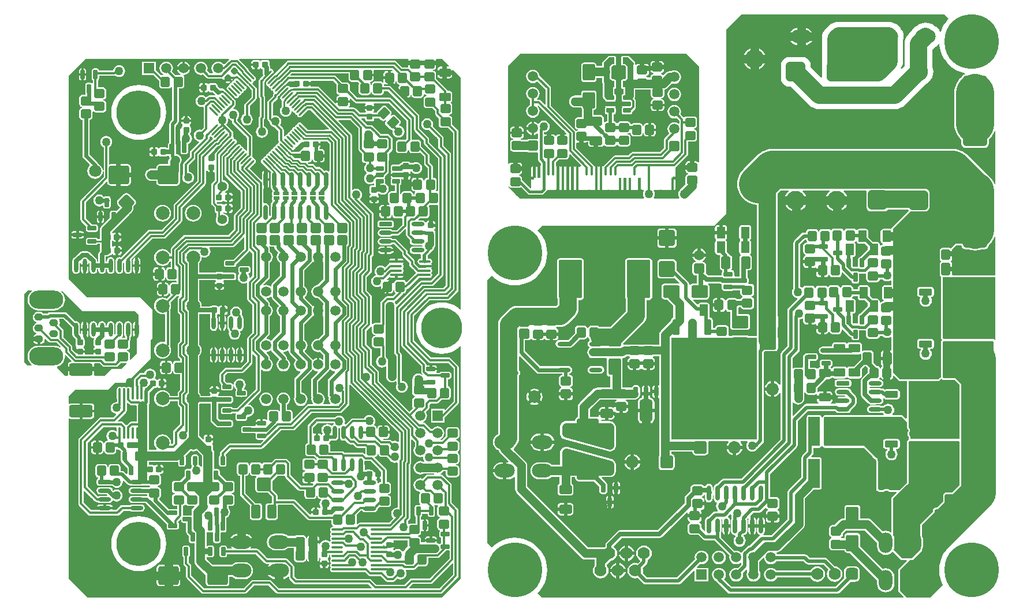
<source format=gtl>
%FSTAX26Y26*%
%MOIN*%
%SFA1B1*%

%IPPOS*%
%AMD10*
4,1,8,-0.040200,-0.035400,0.040200,-0.035400,0.047200,-0.028300,0.047200,0.028300,0.040200,0.035400,-0.040200,0.035400,-0.047200,0.028300,-0.047200,-0.028300,-0.040200,-0.035400,0.0*
1,1,0.014180,-0.040200,-0.028300*
1,1,0.014180,0.040200,-0.028300*
1,1,0.014180,0.040200,0.028300*
1,1,0.014180,-0.040200,0.028300*
%
%AMD11*
4,1,8,0.025600,-0.021800,0.025600,0.021800,0.017900,0.029500,-0.017900,0.029500,-0.025600,0.021800,-0.025600,-0.021800,-0.017900,-0.029500,0.017900,-0.029500,0.025600,-0.021800,0.0*
1,1,0.015360,0.017900,-0.021800*
1,1,0.015360,0.017900,0.021800*
1,1,0.015360,-0.017900,0.021800*
1,1,0.015360,-0.017900,-0.021800*
%
%AMD12*
4,1,8,0.026100,0.024600,-0.026100,0.024600,-0.033500,0.017200,-0.033500,-0.017200,-0.026100,-0.024600,0.026100,-0.024600,0.033500,-0.017200,0.033500,0.017200,0.026100,0.024600,0.0*
1,1,0.014760,0.026100,0.017200*
1,1,0.014760,-0.026100,0.017200*
1,1,0.014760,-0.026100,-0.017200*
1,1,0.014760,0.026100,-0.017200*
%
%AMD13*
4,1,8,0.025600,-0.008300,0.025600,0.008300,0.022000,0.011800,-0.022000,0.011800,-0.025600,0.008300,-0.025600,-0.008300,-0.022000,-0.011800,0.022000,-0.011800,0.025600,-0.008300,0.0*
1,1,0.007080,0.022000,-0.008300*
1,1,0.007080,0.022000,0.008300*
1,1,0.007080,-0.022000,0.008300*
1,1,0.007080,-0.022000,-0.008300*
%
%AMD14*
4,1,8,0.025600,-0.027800,0.025600,0.027800,0.017900,0.035400,-0.017900,0.035400,-0.025600,0.027800,-0.025600,-0.027800,-0.017900,-0.035400,0.017900,-0.035400,0.025600,-0.027800,0.0*
1,1,0.015360,0.017900,-0.027800*
1,1,0.015360,0.017900,0.027800*
1,1,0.015360,-0.017900,0.027800*
1,1,0.015360,-0.017900,-0.027800*
%
%AMD15*
4,1,8,0.021800,0.025600,-0.021800,0.025600,-0.029500,0.017900,-0.029500,-0.017900,-0.021800,-0.025600,0.021800,-0.025600,0.029500,-0.017900,0.029500,0.017900,0.021800,0.025600,0.0*
1,1,0.015360,0.021800,0.017900*
1,1,0.015360,-0.021800,0.017900*
1,1,0.015360,-0.021800,-0.017900*
1,1,0.015360,0.021800,-0.017900*
%
%AMD16*
4,1,8,0.045300,-0.036200,0.045300,0.036200,0.036200,0.045300,-0.036200,0.045300,-0.045300,0.036200,-0.045300,-0.036200,-0.036200,-0.045300,0.036200,-0.045300,0.045300,-0.036200,0.0*
1,1,0.018120,0.036200,-0.036200*
1,1,0.018120,0.036200,0.036200*
1,1,0.018120,-0.036200,0.036200*
1,1,0.018120,-0.036200,-0.036200*
%
%AMD17*
4,1,8,-0.024600,0.026100,-0.024600,-0.026100,-0.017200,-0.033500,0.017200,-0.033500,0.024600,-0.026100,0.024600,0.026100,0.017200,0.033500,-0.017200,0.033500,-0.024600,0.026100,0.0*
1,1,0.014760,-0.017200,0.026100*
1,1,0.014760,-0.017200,-0.026100*
1,1,0.014760,0.017200,-0.026100*
1,1,0.014760,0.017200,0.026100*
%
%AMD19*
4,1,8,0.020800,0.029100,-0.020800,0.029100,-0.029500,0.020400,-0.029500,-0.020400,-0.020800,-0.029100,0.020800,-0.029100,0.029500,-0.020400,0.029500,0.020400,0.020800,0.029100,0.0*
1,1,0.017480,0.020800,0.020400*
1,1,0.017480,-0.020800,0.020400*
1,1,0.017480,-0.020800,-0.020400*
1,1,0.017480,0.020800,-0.020400*
%
%AMD20*
4,1,8,0.013800,0.045000,-0.013800,0.045000,-0.019700,0.039100,-0.019700,-0.039100,-0.013800,-0.045000,0.013800,-0.045000,0.019700,-0.039100,0.019700,0.039100,0.013800,0.045000,0.0*
1,1,0.011820,0.013800,0.039100*
1,1,0.011820,-0.013800,0.039100*
1,1,0.011820,-0.013800,-0.039100*
1,1,0.011820,0.013800,-0.039100*
%
%AMD21*
4,1,8,0.104700,0.147600,-0.104700,0.147600,-0.110200,0.142100,-0.110200,-0.142100,-0.104700,-0.147600,0.104700,-0.147600,0.110200,-0.142100,0.110200,0.142100,0.104700,0.147600,0.0*
1,1,0.011020,0.104700,0.142100*
1,1,0.011020,-0.104700,0.142100*
1,1,0.011020,-0.104700,-0.142100*
1,1,0.011020,0.104700,-0.142100*
%
%AMD22*
4,1,8,0.008300,0.025600,-0.008300,0.025600,-0.011800,0.022000,-0.011800,-0.022000,-0.008300,-0.025600,0.008300,-0.025600,0.011800,-0.022000,0.011800,0.022000,0.008300,0.025600,0.0*
1,1,0.007080,0.008300,0.022000*
1,1,0.007080,-0.008300,0.022000*
1,1,0.007080,-0.008300,-0.022000*
1,1,0.007080,0.008300,-0.022000*
%
%AMD23*
4,1,8,-0.145700,0.102900,-0.145700,-0.102900,-0.140300,-0.108300,0.140300,-0.108300,0.145700,-0.102900,0.145700,0.102900,0.140300,0.108300,-0.140300,0.108300,-0.145700,0.102900,0.0*
1,1,0.010820,-0.140300,0.102900*
1,1,0.010820,-0.140300,-0.102900*
1,1,0.010820,0.140300,-0.102900*
1,1,0.010820,0.140300,0.102900*
%
%AMD24*
4,1,8,-0.037400,0.015000,-0.037400,-0.015000,-0.033700,-0.018700,0.033700,-0.018700,0.037400,-0.015000,0.037400,0.015000,0.033700,0.018700,-0.033700,0.018700,-0.037400,0.015000,0.0*
1,1,0.007480,-0.033700,0.015000*
1,1,0.007480,-0.033700,-0.015000*
1,1,0.007480,0.033700,-0.015000*
1,1,0.007480,0.033700,0.015000*
%
%AMD25*
4,1,8,0.067500,-0.103500,0.067500,0.103500,0.060700,0.110200,-0.060700,0.110200,-0.067500,0.103500,-0.067500,-0.103500,-0.060700,-0.110200,0.060700,-0.110200,0.067500,-0.103500,0.0*
1,1,0.013500,0.060700,-0.103500*
1,1,0.013500,0.060700,0.103500*
1,1,0.013500,-0.060700,0.103500*
1,1,0.013500,-0.060700,-0.103500*
%
%AMD26*
4,1,8,-0.035400,0.040200,-0.035400,-0.040200,-0.028300,-0.047200,0.028300,-0.047200,0.035400,-0.040200,0.035400,0.040200,0.028300,0.047200,-0.028300,0.047200,-0.035400,0.040200,0.0*
1,1,0.014180,-0.028300,0.040200*
1,1,0.014180,-0.028300,-0.040200*
1,1,0.014180,0.028300,-0.040200*
1,1,0.014180,0.028300,0.040200*
%
%AMD27*
4,1,8,0.027800,0.025600,-0.027800,0.025600,-0.035400,0.017900,-0.035400,-0.017900,-0.027800,-0.025600,0.027800,-0.025600,0.035400,-0.017900,0.035400,0.017900,0.027800,0.025600,0.0*
1,1,0.015360,0.027800,0.017900*
1,1,0.015360,-0.027800,0.017900*
1,1,0.015360,-0.027800,-0.017900*
1,1,0.015360,0.027800,-0.017900*
%
%AMD28*
4,1,8,0.052000,0.060000,-0.052000,0.060000,-0.064000,0.048000,-0.064000,-0.048000,-0.052000,-0.060000,0.052000,-0.060000,0.064000,-0.048000,0.064000,0.048000,0.052000,0.060000,0.0*
1,1,0.024000,0.052000,0.048000*
1,1,0.024000,-0.052000,0.048000*
1,1,0.024000,-0.052000,-0.048000*
1,1,0.024000,0.052000,-0.048000*
%
%AMD29*
4,1,8,-0.018700,-0.065000,0.018700,-0.065000,0.037400,-0.046300,0.037400,0.046300,0.018700,0.065000,-0.018700,0.065000,-0.037400,0.046300,-0.037400,-0.046300,-0.018700,-0.065000,0.0*
1,1,0.037400,-0.018700,-0.046300*
1,1,0.037400,0.018700,-0.046300*
1,1,0.037400,0.018700,0.046300*
1,1,0.037400,-0.018700,0.046300*
%
%AMD30*
4,1,8,-0.006900,-0.040400,0.006900,-0.040400,0.013800,-0.033500,0.013800,0.033500,0.006900,0.040400,-0.006900,0.040400,-0.013800,0.033500,-0.013800,-0.033500,-0.006900,-0.040400,0.0*
1,1,0.013780,-0.006900,-0.033500*
1,1,0.013780,0.006900,-0.033500*
1,1,0.013780,0.006900,0.033500*
1,1,0.013780,-0.006900,0.033500*
%
%AMD31*
4,1,8,-0.006900,-0.026600,0.006900,-0.026600,0.013800,-0.019700,0.013800,0.019700,0.006900,0.026600,-0.006900,0.026600,-0.013800,0.019700,-0.013800,-0.019700,-0.006900,-0.026600,0.0*
1,1,0.013780,-0.006900,-0.019700*
1,1,0.013780,0.006900,-0.019700*
1,1,0.013780,0.006900,0.019700*
1,1,0.013780,-0.006900,0.019700*
%
%AMD32*
4,1,8,-0.142000,-0.084100,0.142000,-0.084100,0.150400,-0.075600,0.150400,0.075600,0.142000,0.084100,-0.142000,0.084100,-0.150400,0.075600,-0.150400,-0.075600,-0.142000,-0.084100,0.0*
1,1,0.016820,-0.142000,-0.075600*
1,1,0.016820,0.142000,-0.075600*
1,1,0.016820,0.142000,0.075600*
1,1,0.016820,-0.142000,0.075600*
%
%AMD33*
4,1,8,-0.029400,-0.084100,0.029400,-0.084100,0.032700,-0.080800,0.032700,0.080800,0.029400,0.084100,-0.029400,0.084100,-0.032700,0.080800,-0.032700,-0.080800,-0.029400,-0.084100,0.0*
1,1,0.006540,-0.029400,-0.080800*
1,1,0.006540,0.029400,-0.080800*
1,1,0.006540,0.029400,0.080800*
1,1,0.006540,-0.029400,0.080800*
%
%AMD35*
4,1,8,-0.037400,0.008300,-0.037400,-0.008300,-0.033900,-0.011800,0.033900,-0.011800,0.037400,-0.008300,0.037400,0.008300,0.033900,0.011800,-0.033900,0.011800,-0.037400,0.008300,0.0*
1,1,0.007080,-0.033900,0.008300*
1,1,0.007080,-0.033900,-0.008300*
1,1,0.007080,0.033900,-0.008300*
1,1,0.007080,0.033900,0.008300*
%
%AMD37*
4,1,8,-0.021700,0.010200,-0.021700,-0.010200,-0.019100,-0.012800,0.019100,-0.012800,0.021700,-0.010200,0.021700,0.010200,0.019100,0.012800,-0.019100,0.012800,-0.021700,0.010200,0.0*
1,1,0.005120,-0.019100,0.010200*
1,1,0.005120,-0.019100,-0.010200*
1,1,0.005120,0.019100,-0.010200*
1,1,0.005120,0.019100,0.010200*
%
%AMD38*
4,1,8,0.012600,0.017100,-0.012600,0.017100,-0.017700,0.012000,-0.017700,-0.012000,-0.012600,-0.017100,0.012600,-0.017100,0.017700,-0.012000,0.017700,0.012000,0.012600,0.017100,0.0*
1,1,0.010280,0.012600,0.012000*
1,1,0.010280,-0.012600,0.012000*
1,1,0.010280,-0.012600,-0.012000*
1,1,0.010280,0.012600,-0.012000*
%
%AMD39*
4,1,8,0.016100,0.009000,-0.016100,0.009000,-0.017000,0.008100,-0.017000,-0.008100,-0.016100,-0.009000,0.016100,-0.009000,0.017000,-0.008100,0.017000,0.008100,0.016100,0.009000,0.0*
1,1,0.001800,0.016100,0.008100*
1,1,0.001800,-0.016100,0.008100*
1,1,0.001800,-0.016100,-0.008100*
1,1,0.001800,0.016100,-0.008100*
%
%AMD40*
4,1,8,0.056300,0.035400,-0.056300,0.035400,-0.066900,0.024800,-0.066900,-0.024800,-0.056300,-0.035400,0.056300,-0.035400,0.066900,-0.024800,0.066900,0.024800,0.056300,0.035400,0.0*
1,1,0.021260,0.056300,0.024800*
1,1,0.021260,-0.056300,0.024800*
1,1,0.021260,-0.056300,-0.024800*
1,1,0.021260,0.056300,-0.024800*
%
%AMD42*
4,1,8,0.017100,-0.012600,0.017100,0.012600,0.012000,0.017700,-0.012000,0.017700,-0.017100,0.012600,-0.017100,-0.012600,-0.012000,-0.017700,0.012000,-0.017700,0.017100,-0.012600,0.0*
1,1,0.010280,0.012000,-0.012600*
1,1,0.010280,0.012000,0.012600*
1,1,0.010280,-0.012000,0.012600*
1,1,0.010280,-0.012000,-0.012600*
%
%AMD44*
4,1,8,-0.048400,-0.053100,0.048400,-0.053100,0.059100,-0.042500,0.059100,0.042500,0.048400,0.053100,-0.048400,0.053100,-0.059100,0.042500,-0.059100,-0.042500,-0.048400,-0.053100,0.0*
1,1,0.021260,-0.048400,-0.042500*
1,1,0.021260,0.048400,-0.042500*
1,1,0.021260,0.048400,0.042500*
1,1,0.021260,-0.048400,0.042500*
%
%AMD45*
4,1,8,0.002700,-0.033500,0.033500,-0.002700,0.033500,0.008200,0.008200,0.033500,-0.002700,0.033500,-0.033500,0.002700,-0.033500,-0.008200,-0.008200,-0.033500,0.002700,-0.033500,0.0*
1,1,0.015360,-0.002800,-0.028100*
1,1,0.015360,0.028100,0.002800*
1,1,0.015360,0.002800,0.028100*
1,1,0.015360,-0.028100,-0.002800*
%
%AMD46*
4,1,8,-0.008300,-0.037400,0.008300,-0.037400,0.011800,-0.033900,0.011800,0.033900,0.008300,0.037400,-0.008300,0.037400,-0.011800,0.033900,-0.011800,-0.033900,-0.008300,-0.037400,0.0*
1,1,0.007080,-0.008300,-0.033900*
1,1,0.007080,0.008300,-0.033900*
1,1,0.007080,0.008300,0.033900*
1,1,0.007080,-0.008300,0.033900*
%
%AMD49*
4,1,8,-0.031500,-0.039400,0.031500,-0.039400,0.039400,-0.031500,0.039400,0.031500,0.031500,0.039400,-0.031500,0.039400,-0.039400,0.031500,-0.039400,-0.031500,-0.031500,-0.039400,0.0*
1,1,0.015740,-0.031500,-0.031500*
1,1,0.015740,0.031500,-0.031500*
1,1,0.015740,0.031500,0.031500*
1,1,0.015740,-0.031500,0.031500*
%
%AMD50*
4,1,8,-0.020500,-0.039400,0.020500,-0.039400,0.025600,-0.034200,0.025600,0.034200,0.020500,0.039400,-0.020500,0.039400,-0.025600,0.034200,-0.025600,-0.034200,-0.020500,-0.039400,0.0*
1,1,0.010240,-0.020500,-0.034200*
1,1,0.010240,0.020500,-0.034200*
1,1,0.010240,0.020500,0.034200*
1,1,0.010240,-0.020500,0.034200*
%
%AMD52*
4,1,4,0.017000,-0.025000,0.025000,-0.017000,-0.017000,0.025000,-0.025000,0.017000,0.017000,-0.025000,0.0*
1,1,0.011420,0.021000,-0.021000*
1,1,0.011420,-0.021000,0.021000*
%
%AMD53*
4,1,4,0.025000,0.017000,0.017000,0.025000,-0.025000,-0.017000,-0.017000,-0.025000,0.025000,0.017000,0.0*
1,1,0.011420,0.021000,0.021000*
1,1,0.011420,-0.021000,-0.021000*
%
%AMD54*
4,1,8,-0.021000,-0.003200,-0.003200,-0.021000,0.004000,-0.021000,0.021000,-0.004000,0.021000,0.003200,0.003200,0.021000,-0.004000,0.021000,-0.021000,0.004000,-0.021000,-0.003200,0.0*
1,1,0.010280,-0.017400,0.000400*
1,1,0.010280,0.000400,-0.017400*
1,1,0.010280,0.017400,-0.000400*
1,1,0.010280,-0.000400,0.017400*
%
%AMD88*
4,1,8,-0.025500,-0.036400,0.025500,-0.036400,0.036400,-0.025500,0.036400,0.025500,0.025500,0.036400,-0.025500,0.036400,-0.036400,0.025500,-0.036400,-0.025500,-0.025500,-0.036400,0.0*
1,1,0.021860,-0.025500,-0.025500*
1,1,0.021860,0.025500,-0.025500*
1,1,0.021860,0.025500,0.025500*
1,1,0.021860,-0.025500,0.025500*
%
%AMD92*
4,1,8,0.055100,-0.038600,0.055100,0.038600,0.038600,0.055100,-0.038600,0.055100,-0.055100,0.038600,-0.055100,-0.038600,-0.038600,-0.055100,0.038600,-0.055100,0.055100,-0.038600,0.0*
1,1,0.033080,0.038600,-0.038600*
1,1,0.033080,0.038600,0.038600*
1,1,0.033080,-0.038600,0.038600*
1,1,0.033080,-0.038600,-0.038600*
%
%AMD94*
4,1,8,0.068900,-0.055100,0.068900,0.055100,0.055100,0.068900,-0.055100,0.068900,-0.068900,0.055100,-0.068900,-0.055100,-0.055100,-0.068900,0.055100,-0.068900,0.068900,-0.055100,0.0*
1,1,0.027560,0.055100,-0.055100*
1,1,0.027560,0.055100,0.055100*
1,1,0.027560,-0.055100,0.055100*
1,1,0.027560,-0.055100,-0.055100*
%
%AMD95*
4,1,8,0.043800,0.007700,0.007700,0.043800,-0.007700,0.043800,-0.043800,0.007700,-0.043800,-0.007700,-0.007700,-0.043800,0.007700,-0.043800,0.043800,-0.007700,0.043800,0.007700,0.0*
1,1,0.021860,0.036100,0.000000*
1,1,0.021860,0.000000,0.036100*
1,1,0.021860,-0.036100,0.000000*
1,1,0.021860,0.000000,-0.036100*
%
%AMD97*
4,1,8,-0.029500,0.020700,-0.029500,-0.020700,-0.020700,-0.029500,0.020700,-0.029500,0.029500,-0.020700,0.029500,0.020700,0.020700,0.029500,-0.020700,0.029500,-0.029500,0.020700,0.0*
1,1,0.017720,-0.020700,0.020700*
1,1,0.017720,-0.020700,-0.020700*
1,1,0.017720,0.020700,-0.020700*
1,1,0.017720,0.020700,0.020700*
%
%AMD101*
4,1,8,-0.017500,-0.035000,0.017500,-0.035000,0.035000,-0.017500,0.035000,0.017500,0.017500,0.035000,-0.017500,0.035000,-0.035000,0.017500,-0.035000,-0.017500,-0.017500,-0.035000,0.0*
1,1,0.035000,-0.017500,-0.017500*
1,1,0.035000,0.017500,-0.017500*
1,1,0.035000,0.017500,0.017500*
1,1,0.035000,-0.017500,0.017500*
%
%AMD106*
4,1,8,0.042600,0.007500,0.007500,0.042600,-0.007500,0.042600,-0.042600,0.007500,-0.042600,-0.007500,-0.007500,-0.042600,0.007500,-0.042600,0.042600,-0.007500,0.042600,0.007500,0.0*
1,1,0.021260,0.035100,0.000000*
1,1,0.021260,0.000000,0.035100*
1,1,0.021260,-0.035100,0.000000*
1,1,0.021260,0.000000,-0.035100*
%
G04~CAMADD=10~8~0.0~0.0~944.9~708.7~70.9~0.0~15~0.0~0.0~0.0~0.0~0~0.0~0.0~0.0~0.0~0~0.0~0.0~0.0~180.0~944.0~708.0*
%ADD10D10*%
G04~CAMADD=11~8~0.0~0.0~590.6~511.8~76.8~0.0~15~0.0~0.0~0.0~0.0~0~0.0~0.0~0.0~0.0~0~0.0~0.0~0.0~270.0~512.0~590.0*
%ADD11D11*%
G04~CAMADD=12~8~0.0~0.0~669.3~492.1~73.8~0.0~15~0.0~0.0~0.0~0.0~0~0.0~0.0~0.0~0.0~0~0.0~0.0~0.0~0.0~669.3~492.1*
%ADD12D12*%
G04~CAMADD=13~8~0.0~0.0~236.2~511.8~35.4~0.0~15~0.0~0.0~0.0~0.0~0~0.0~0.0~0.0~0.0~0~0.0~0.0~0.0~270.0~512.0~236.0*
%ADD13D13*%
G04~CAMADD=14~8~0.0~0.0~708.7~511.8~76.8~0.0~15~0.0~0.0~0.0~0.0~0~0.0~0.0~0.0~0.0~0~0.0~0.0~0.0~270.0~512.0~708.0*
%ADD14D14*%
G04~CAMADD=15~8~0.0~0.0~590.6~511.8~76.8~0.0~15~0.0~0.0~0.0~0.0~0~0.0~0.0~0.0~0.0~0~0.0~0.0~0.0~0.0~590.6~511.8*
%ADD15D15*%
G04~CAMADD=16~8~0.0~0.0~905.5~905.5~90.6~0.0~15~0.0~0.0~0.0~0.0~0~0.0~0.0~0.0~0.0~0~0.0~0.0~0.0~270.0~906.0~906.0*
%ADD16D16*%
G04~CAMADD=17~8~0.0~0.0~669.3~492.1~73.8~0.0~15~0.0~0.0~0.0~0.0~0~0.0~0.0~0.0~0.0~0~0.0~0.0~0.0~90.0~492.0~670.0*
%ADD17D17*%
%ADD18O,0.074800X0.023620*%
G04~CAMADD=19~8~0.0~0.0~590.6~582.7~87.4~0.0~15~0.0~0.0~0.0~0.0~0~0.0~0.0~0.0~0.0~0~0.0~0.0~0.0~0.0~590.6~582.7*
%ADD19D19*%
G04~CAMADD=20~8~0.0~0.0~393.7~900.0~59.1~0.0~15~0.0~0.0~0.0~0.0~0~0.0~0.0~0.0~0.0~0~0.0~0.0~0.0~0.0~393.7~900.0*
%ADD20D20*%
G04~CAMADD=21~8~0.0~0.0~2204.7~2952.8~55.1~0.0~15~0.0~0.0~0.0~0.0~0~0.0~0.0~0.0~0.0~0~0.0~0.0~0.0~0.0~2204.7~2952.8*
%ADD21D21*%
G04~CAMADD=22~8~0.0~0.0~236.2~511.8~35.4~0.0~15~0.0~0.0~0.0~0.0~0~0.0~0.0~0.0~0.0~0~0.0~0.0~0.0~0.0~236.2~511.8*
%ADD22D22*%
G04~CAMADD=23~8~0.0~0.0~2165.4~2913.4~54.1~0.0~15~0.0~0.0~0.0~0.0~0~0.0~0.0~0.0~0.0~0~0.0~0.0~0.0~90.0~2914.0~2166.0*
%ADD23D23*%
G04~CAMADD=24~8~0.0~0.0~374.0~748.0~37.4~0.0~15~0.0~0.0~0.0~0.0~0~0.0~0.0~0.0~0.0~0~0.0~0.0~0.0~90.0~748.0~374.0*
%ADD24D24*%
G04~CAMADD=25~8~0.0~0.0~2204.7~1350.0~67.5~0.0~15~0.0~0.0~0.0~0.0~0~0.0~0.0~0.0~0.0~0~0.0~0.0~0.0~270.0~1350.0~2204.0*
%ADD25D25*%
G04~CAMADD=26~8~0.0~0.0~944.9~708.7~70.9~0.0~15~0.0~0.0~0.0~0.0~0~0.0~0.0~0.0~0.0~0~0.0~0.0~0.0~90.0~708.0~944.0*
%ADD26D26*%
G04~CAMADD=27~8~0.0~0.0~708.7~511.8~76.8~0.0~15~0.0~0.0~0.0~0.0~0~0.0~0.0~0.0~0.0~0~0.0~0.0~0.0~0.0~708.7~511.8*
%ADD27D27*%
G04~CAMADD=28~8~0.0~0.0~1279.5~1200.0~120.0~0.0~15~0.0~0.0~0.0~0.0~0~0.0~0.0~0.0~0.0~0~0.0~0.0~0.0~0.0~1279.5~1200.0*
%ADD28D28*%
G04~CAMADD=29~8~0.0~0.0~748.0~1299.2~187.0~0.0~15~0.0~0.0~0.0~0.0~0~0.0~0.0~0.0~0.0~0~0.0~0.0~0.0~180.0~749.0~1300.0*
%ADD29D29*%
G04~CAMADD=30~8~0.0~0.0~275.6~808.7~68.9~0.0~15~0.0~0.0~0.0~0.0~0~0.0~0.0~0.0~0.0~0~0.0~0.0~0.0~180.0~276.0~809.0*
%ADD30D30*%
G04~CAMADD=31~8~0.0~0.0~275.6~531.5~68.9~0.0~15~0.0~0.0~0.0~0.0~0~0.0~0.0~0.0~0.0~0~0.0~0.0~0.0~180.0~276.0~532.0*
%ADD31D31*%
G04~CAMADD=32~8~0.0~0.0~3007.9~1681.1~84.1~0.0~15~0.0~0.0~0.0~0.0~0~0.0~0.0~0.0~0.0~0~0.0~0.0~0.0~180.0~3008.0~1681.0*
%ADD32D32*%
G04~CAMADD=33~8~0.0~0.0~653.5~1681.1~32.7~0.0~15~0.0~0.0~0.0~0.0~0~0.0~0.0~0.0~0.0~0~0.0~0.0~0.0~180.0~654.0~1682.0*
%ADD33D33*%
%ADD34O,0.023620X0.086610*%
G04~CAMADD=35~8~0.0~0.0~236.2~748.0~35.4~0.0~15~0.0~0.0~0.0~0.0~0~0.0~0.0~0.0~0.0~0~0.0~0.0~0.0~90.0~748.0~236.0*
%ADD35D35*%
%ADD36R,0.035430X0.098430*%
G04~CAMADD=37~8~0.0~0.0~255.9~433.1~25.6~0.0~15~0.0~0.0~0.0~0.0~0~0.0~0.0~0.0~0.0~0~0.0~0.0~0.0~90.0~434.0~256.0*
%ADD37D37*%
G04~CAMADD=38~8~0.0~0.0~354.3~342.5~51.4~0.0~15~0.0~0.0~0.0~0.0~0~0.0~0.0~0.0~0.0~0~0.0~0.0~0.0~0.0~354.3~342.5*
%ADD38D38*%
G04~CAMADD=39~8~0.0~0.0~340.0~180.0~9.0~0.0~15~0.0~0.0~0.0~0.0~0~0.0~0.0~0.0~0.0~0~0.0~0.0~0.0~0.0~340.0~180.0*
%ADD39D39*%
G04~CAMADD=40~8~0.0~0.0~1338.6~708.7~106.3~0.0~15~0.0~0.0~0.0~0.0~0~0.0~0.0~0.0~0.0~0~0.0~0.0~0.0~0.0~1338.6~708.7*
%ADD40D40*%
%ADD41O,0.023620X0.078740*%
G04~CAMADD=42~8~0.0~0.0~354.3~342.5~51.4~0.0~15~0.0~0.0~0.0~0.0~0~0.0~0.0~0.0~0.0~0~0.0~0.0~0.0~270.0~343.0~354.0*
%ADD42D42*%
%ADD43O,0.066930X0.016000*%
G04~CAMADD=44~8~0.0~0.0~1181.1~1063.0~106.3~0.0~15~0.0~0.0~0.0~0.0~0~0.0~0.0~0.0~0.0~0~0.0~0.0~0.0~180.0~1182.0~1063.0*
%ADD44D44*%
G04~CAMADD=45~8~0.0~0.0~590.6~511.8~76.8~0.0~15~0.0~0.0~0.0~0.0~0~0.0~0.0~0.0~0.0~0~0.0~0.0~0.0~225.0~717.0~715.0*
%ADD45D45*%
G04~CAMADD=46~8~0.0~0.0~236.2~748.0~35.4~0.0~15~0.0~0.0~0.0~0.0~0~0.0~0.0~0.0~0.0~0~0.0~0.0~0.0~180.0~236.0~748.0*
%ADD46D46*%
%ADD47O,0.023620X0.074800*%
%ADD48O,0.066930X0.013780*%
G04~CAMADD=49~8~0.0~0.0~787.4~787.4~78.7~0.0~15~0.0~0.0~0.0~0.0~0~0.0~0.0~0.0~0.0~0~0.0~0.0~0.0~180.0~788.0~788.0*
%ADD49D49*%
G04~CAMADD=50~8~0.0~0.0~511.8~787.4~51.2~0.0~15~0.0~0.0~0.0~0.0~0~0.0~0.0~0.0~0.0~0~0.0~0.0~0.0~180.0~512.0~788.0*
%ADD50D50*%
%ADD51O,0.013780X0.066930*%
G04~CAMADD=52~3~0.0~0.0~114.2~708.7~0.0~0.0~0~0.0~0.0~0.0~0.0~0~0.0~0.0~0.0~0.0~0~0.0~0.0~0.0~225.0~534.0~534.0*
%ADD52D52*%
G04~CAMADD=53~3~0.0~0.0~114.2~708.7~0.0~0.0~0~0.0~0.0~0.0~0.0~0~0.0~0.0~0.0~0.0~0~0.0~0.0~0.0~315.0~534.0~534.0*
%ADD53D53*%
G04~CAMADD=54~8~0.0~0.0~354.3~342.5~51.4~0.0~15~0.0~0.0~0.0~0.0~0~0.0~0.0~0.0~0.0~0~0.0~0.0~0.0~135.0~450.0~450.0*
%ADD54D54*%
%ADD55C,0.020000*%
%ADD56C,0.050000*%
%ADD57C,0.025000*%
%ADD58C,0.023000*%
%ADD59C,0.220000*%
%ADD60C,0.100000*%
%ADD61C,0.110240*%
%ADD62C,0.015000*%
%ADD63C,0.046000*%
%ADD64C,0.160000*%
%ADD65C,0.012000*%
%ADD66C,0.040000*%
%ADD67C,0.200000*%
%ADD68C,0.014000*%
%ADD69C,0.016000*%
%ADD70C,0.035000*%
%ADD71C,0.022000*%
%ADD72C,0.010000*%
%ADD73C,0.048000*%
%ADD74C,0.032000*%
%ADD75C,0.052000*%
%ADD76C,0.034000*%
%ADD77C,0.018000*%
%ADD78C,0.019000*%
%ADD79C,0.030000*%
%ADD80C,0.011000*%
%ADD81R,0.121940X0.045280*%
%ADD82R,0.107000X0.103000*%
%ADD83R,0.494090X0.587010*%
%ADD84R,0.275590X0.029530*%
%ADD85R,0.246060X0.167320*%
%ADD86O,0.118110X0.078740*%
%ADD87C,0.072840*%
G04~CAMADD=88~8~0.0~0.0~728.4~728.4~109.3~0.0~15~0.0~0.0~0.0~0.0~0~0.0~0.0~0.0~0.0~0~0.0~0.0~0.0~180.0~728.0~728.0*
%ADD88D88*%
%ADD89C,0.070000*%
%ADD90C,0.125200*%
%ADD91C,0.110240*%
G04~CAMADD=92~8~0.0~0.0~1102.4~1102.4~165.4~0.0~15~0.0~0.0~0.0~0.0~0~0.0~0.0~0.0~0.0~0~0.0~0.0~0.0~270.0~1102.0~1102.0*
%ADD92D92*%
%ADD93O,0.078740X0.118110*%
G04~CAMADD=94~8~0.0~0.0~1378.0~1378.0~137.8~0.0~15~0.0~0.0~0.0~0.0~0~0.0~0.0~0.0~0.0~0~0.0~0.0~0.0~270.0~1378.0~1378.0*
%ADD94D94*%
G04~CAMADD=95~8~0.0~0.0~728.4~728.4~109.3~0.0~15~0.0~0.0~0.0~0.0~0~0.0~0.0~0.0~0.0~0~0.0~0.0~0.0~315.0~940.0~939.0*
%ADD95D95*%
%ADD96C,0.314000*%
G04~CAMADD=97~8~0.0~0.0~590.6~590.6~88.6~0.0~15~0.0~0.0~0.0~0.0~0~0.0~0.0~0.0~0.0~0~0.0~0.0~0.0~90.0~590.0~590.0*
%ADD97D97*%
%ADD98C,0.059060*%
%ADD99R,0.059060X0.059060*%
%ADD100C,0.059060*%
G04~CAMADD=101~8~0.0~0.0~700.0~700.0~175.0~0.0~15~0.0~0.0~0.0~0.0~0~0.0~0.0~0.0~0.0~0~0.0~0.0~0.0~180.0~700.0~700.0*
%ADD101D101*%
%ADD102C,0.055120*%
%ADD103C,0.078740*%
%ADD104R,0.059060X0.059060*%
%ADD105C,0.070870*%
G04~CAMADD=106~8~0.0~0.0~708.7~708.7~106.3~0.0~15~0.0~0.0~0.0~0.0~0~0.0~0.0~0.0~0.0~0~0.0~0.0~0.0~315.0~914.0~913.0*
%ADD106D106*%
%ADD107C,0.236220*%
%ADD108C,0.255900*%
%ADD109O,0.051180X0.043310*%
%ADD110O,0.196850X0.104330*%
%ADD111C,0.050000*%
%LNunisolder52_full-1*%
%LPD*%
G36*
X0517717Y0578346D02*
Y0523002D01*
X0517216Y0522851*
X0517186Y0522897*
X0516634Y0523265*
X0515983Y0523395*
X0514548*
Y0519903*
X0513798*
Y0519153*
X0509913*
Y0518112*
X0510042Y0517461*
X0510411Y0516909*
X0510963Y0516541*
X0511613Y0516411*
Y0515914*
X0510963Y0515785*
X0510411Y0515416*
X0510042Y0514865*
X0509913Y0514214*
Y0510632*
X0510004Y0510174*
X0506717Y0506888*
X0506172Y0506178*
X050583Y050535*
X0505713Y0504463*
X050583Y0503575*
X0506172Y0502748*
X0506387Y0502468*
X0506141Y0501968*
X0491708*
X0491462Y0502468*
X049176Y0502857*
X0492102Y0503684*
X0492219Y0504572*
X0492102Y0505459*
X049176Y0506286*
X0491582Y0506518*
X0491803Y0506966*
X0492111*
X0492556Y0507055*
X0492924Y0507301*
X0493291Y0507055*
X0493737Y0506966*
X0494867*
X0495312Y0507055*
X049568Y0507301*
X0496047Y0507055*
X0496492Y0506966*
X0497622*
X0498068Y0507055*
X0498435Y0507301*
X0498803Y0507055*
X0499248Y0506966*
X0500378*
X0500824Y0507055*
X0501191Y0507301*
X0501559Y0507055*
X0501819Y0507003*
Y0513794*
X0502569*
Y0514544*
X0504299*
Y0519458*
X0504211Y0519898*
X0504636Y0520182*
X0511033Y0526579*
X0511364Y0527075*
X0511481Y052766*
Y0534894*
X0514882*
X0515533Y0535023*
X0516084Y0535392*
X0516453Y0535944*
X0516582Y0536594*
Y0540177*
X0516453Y0540828*
X0516084Y0541379*
X0515533Y0541748*
X0514882Y0541878*
Y0542374*
X0515533Y0542504*
X0516084Y0542872*
X0516453Y0543424*
X0516582Y0544075*
Y0547657*
X0516453Y0548308*
X0516084Y054886*
X0515533Y0549228*
X0514882Y0549358*
X0510512*
X0509861Y0549228*
X0509309Y054886*
X0508771Y0548953*
X0507081Y0550644*
X0507252Y0551057*
X0507384Y0552063*
X0507252Y0553069*
X0506864Y0554006*
X0506246Y0554811*
X0505441Y0555428*
X0504504Y0555817*
X0503498Y0555949*
X0502493Y0555817*
X0501555Y0555428*
X0500751Y0554811*
X0500133Y0554006*
X0499745Y0553069*
X0499612Y0552063*
X0499745Y0551057*
X0500133Y055012*
X0500751Y0549315*
X0501555Y0548698*
X0502493Y0548309*
X0503498Y0548177*
X0504504Y0548309*
X0504918Y0548481*
X0506422Y0546977*
Y0545306*
X0505922Y054506*
X0505441Y0545428*
X0504504Y0545817*
X0503498Y0545949*
X0502493Y0545817*
X0501555Y0545428*
X0500751Y0544811*
X0500133Y0544006*
X0499745Y0543069*
X0499612Y0542063*
X0499745Y0541057*
X0500133Y054012*
X0500668Y0539423*
X0497964Y0536719*
X0497633Y0536222*
X0497516Y0535637*
Y0531175*
X0495134Y0528793*
X047957*
X0478985Y0528677*
X0478488Y0528345*
X0476873Y0526729*
X0469311*
X0468726Y0526613*
X0468229Y0526281*
X0462905Y0520957*
X0462574Y0520461*
X0462436Y0520404*
X0462241Y0520534*
X0461981Y0520585*
Y0513794*
Y0507003*
X0462241Y0507055*
X0462609Y0507301*
X0462976Y0507055*
X0463422Y0506966*
X0464552*
X0464997Y0507055*
X0465365Y0507301*
X0465732Y0507055*
X0466178Y0506966*
X0467307*
X0467753Y0507055*
X046812Y0507301*
X0468488Y0507055*
X0468933Y0506966*
X0470063*
X0470509Y0507055*
X0470876Y0507301*
X0471244Y0507055*
X0471504Y0507003*
Y0513794*
X0473004*
Y0507003*
X0473265Y0507055*
X0473632Y0507301*
X0474Y0507055*
X047426Y0507003*
Y0513794*
X047576*
Y0507003*
X0476021Y0507055*
X0476388Y0507301*
X0476756Y0507055*
X0477016Y0507003*
Y0513794*
X0478516*
Y0507003*
X0478777Y0507055*
X0479144Y0507301*
X0479511Y0507055*
X0479957Y0506966*
X0481087*
X0481533Y0507055*
X04819Y0507301*
X0482267Y0507055*
X0482528Y0507003*
Y0513794*
X0484028*
Y0507003*
X0484289Y0507055*
X0484656Y0507301*
X0485023Y0507055*
X0485469Y0506966*
X0485777*
X0485998Y0506518*
X048582Y0506286*
X0485477Y0505459*
X048536Y0504572*
X0485477Y0503684*
X048582Y0502857*
X0486118Y0502468*
X0485871Y0501968*
X0414173*
X0407705Y0508437*
X0407727Y0508906*
X0408247Y0508825*
X0408311Y0508729*
X0408863Y050836*
X0409513Y0508231*
X0413883*
X0414534Y050836*
X041485Y0508571*
X0418684Y0504737*
X0419246Y0504362*
X0419909Y050423*
X0426898*
X0427562Y0504362*
X0428124Y0504737*
X0429386Y0505999*
X0429761Y0506561*
X0429767Y0506592*
X0430351Y0506966*
X0431481*
X0431926Y0507055*
X0432294Y0507301*
X0432661Y0507055*
X0433107Y0506966*
X0434237*
X0434682Y0507055*
X043505Y0507301*
X0435417Y0507055*
X0435677Y0507003*
Y0513794*
Y0520607*
X0435201Y0520945*
Y0522704*
X043699Y0524492*
X0441094*
X0441745Y0524622*
X0442297Y052499*
X0442665Y0525542*
X0442795Y0526193*
Y0527348*
X0443257Y0527539*
X0449718Y0521078*
X0449496Y0520593*
X0449196Y0520534*
X0448829Y0520288*
X0448462Y0520534*
X0448201Y0520585*
Y0513794*
Y0507003*
X0448462Y0507055*
X0448829Y0507301*
X0449196Y0507055*
X0449642Y0506966*
X0450772*
X0451218Y0507055*
X0451585Y0507301*
X0451952Y0507055*
X0452398Y0506966*
X0453528*
X0453974Y0507055*
X0454341Y0507301*
X0454708Y0507055*
X0455154Y0506966*
X0456284*
X045673Y0507055*
X0457097Y0507301*
X0457464Y0507055*
X0457725Y0507003*
Y0513794*
Y0520585*
X0457624Y0520565*
X0457132Y0520654*
X04568Y052115*
X0446891Y0531059*
Y0533982*
X0447392Y0534352*
X0447724Y0534286*
X0449159*
Y0537778*
X0450659*
Y0534286*
X0452094*
X0452745Y0534415*
X0453297Y0534784*
X0453792Y0534625*
Y0533444*
X0453921Y0532794*
X045429Y0532242*
X0454841Y0531874*
X0455492Y0531744*
X0457518*
Y0535236*
X0459018*
Y0531744*
X0461043*
X0461694Y0531874*
X0462246Y0532242*
X0462536Y0532677*
X046295Y0532743*
X0463109Y0532719*
X046322Y0532553*
X0463772Y0532184*
X0464423Y0532055*
X0468793*
X0469444Y0532184*
X0469995Y0532553*
X0470222Y0532892*
X0470791Y0532884*
X0471022Y0532538*
X0471574Y0532169*
X0472224Y053204*
X0476594*
X0477245Y0532169*
X0477797Y0532538*
X0478165Y0533089*
X0478295Y053374*
Y0537323*
X0478165Y0537973*
X0477797Y0538525*
X0477245Y0538894*
X0476594Y0539023*
Y053952*
X0477245Y0539649*
X0477797Y0540018*
X04778Y0540022*
X04783Y0539871*
Y0539449*
X0478429Y0538798*
X0478798Y0538246*
X0479349Y0537878*
X048Y0537748*
X0483583*
X0484233Y0537878*
X0484785Y0538246*
X0485154Y0538798*
X0485283Y0539449*
X048578*
X0485909Y0538798*
X0486278Y0538246*
X048683Y0537878*
X048748Y0537748*
X0488522*
Y0541634*
Y0545519*
X048748*
X048683Y054539*
X0486278Y0545021*
X0485909Y0544469*
X048578Y0543819*
X0485283*
X0485154Y0544469*
X0484785Y0545021*
X0484233Y054539*
X0483583Y0545519*
X048*
X0479349Y054539*
X0478798Y0545021*
X047877Y0544979*
X0478249Y0545033*
X0478165Y0545454*
X0477797Y0546005*
X0477245Y0546374*
X0476594Y0546503*
X0472224*
X0471574Y0546374*
X0471022Y0546005*
X0470795Y0545666*
X0470226Y0545675*
X0469995Y054602*
X0469444Y0546389*
X0468793Y0546518*
X0468611*
Y0550598*
X0469034Y0550682*
X0469417Y0550938*
X0469672Y055132*
X0469762Y0551771*
Y0553818*
X0469672Y0554269*
X0469417Y0554651*
Y0554678*
X0469672Y055506*
X0469762Y0555511*
Y0555785*
X0463586*
Y0555511*
X0463676Y055506*
X0463931Y0554678*
Y0554651*
X0463676Y0554269*
X0463586Y0553818*
Y0551771*
X0463676Y055132*
X0463931Y0550938*
X0464314Y0550682*
X0464737Y0550598*
Y0546518*
X0464423*
X0463772Y0546389*
X0463244Y0546036*
X0463111Y0546063*
X0462744Y0546207*
Y0548445*
X0462614Y0549095*
X0462246Y0549647*
X0461694Y0550015*
X0461043Y0550145*
X0456998*
Y0553053*
X0457008*
X0457636Y0553178*
X0458168Y0553534*
X0458523Y0554066*
X0458648Y0554694*
Y0562725*
X0458523Y0563353*
X0458168Y0563885*
X0457636Y056424*
X0457008Y0564365*
X0451339*
X0450711Y056424*
X0450179Y0563885*
X0449823Y0563353*
X0449698Y0562725*
Y0561402*
X0446162*
X0445274Y0561285*
X0444447Y0560942*
X0443737Y0560397*
X0443192Y0559687*
X0442849Y055886*
X0442732Y0557972*
X0442849Y0557085*
X0443192Y0556258*
X0443737Y0555548*
X0444447Y0555002*
X0445274Y055466*
X0446162Y0554543*
X0449728*
X0449823Y0554066*
X0450139Y0553593*
Y054875*
X0447724*
X0447074Y054862*
X0446522Y0548252*
X0446153Y05477*
X0446024Y0547049*
Y0543467*
X0446153Y0542816*
X0446522Y0542264*
X0447074Y0541896*
X0447724Y0541766*
Y0541269*
X0447074Y054114*
X0446735Y0540913*
X0446444Y0541349*
X0432228Y0555565*
Y0565663*
X0432111Y0566248*
X043178Y0566744*
X0426074Y057245*
X0425649Y0572734*
X0425552Y0573469*
X0425164Y0574406*
X0424546Y0575211*
X0423741Y0575828*
X0422804Y0576217*
X0421798Y0576349*
X0420793Y0576217*
X0419855Y0575828*
X0419051Y0575211*
X0418433Y0574406*
X0418045Y0573469*
X0417912Y0572463*
X0418045Y0571457*
X0418433Y057052*
X0419051Y0569715*
X0419855Y0569098*
X0420793Y0568709*
X0421798Y0568577*
X0422804Y0568709*
X0423741Y0569098*
X0424511Y0569688*
X0429169Y0565029*
Y0556449*
X0428707Y0556257*
X042642Y0558544*
X0425924Y0558876*
X0425339Y0558992*
X0424426*
X0424256Y0559492*
X0424546Y0559715*
X0425164Y056052*
X0425552Y0561457*
X0425684Y0562463*
X0425552Y0563469*
X0425164Y0564406*
X0424546Y0565211*
X0423741Y0565828*
X0422804Y0566217*
X0421798Y0566349*
X0420793Y0566217*
X0419855Y0565828*
X0419051Y0565211*
X0418433Y0564406*
X0418045Y0563469*
X0417912Y0562463*
X0418045Y0561457*
X0418433Y056052*
X0419051Y0559715*
X0419855Y0559098*
X0420269Y0558926*
Y0556*
X0419855Y0555828*
X0419051Y0555211*
X0418433Y0554406*
X0418045Y0553469*
X0417912Y0552463*
X0418045Y0551457*
X0418433Y055052*
X0419051Y0549715*
X0419855Y0549098*
X0420793Y0548709*
X0421798Y0548577*
X0422804Y0548709*
X0423741Y0549098*
X0424546Y0549715*
X0425164Y055052*
X0425552Y0551457*
X0425684Y0552463*
X0425552Y0553469*
X0425164Y0554406*
X0424571Y0555178*
X0424588Y0555338*
X0424712Y0555714*
X0424891Y0555748*
X0441192Y0539446*
X0441151Y0539242*
X0440975Y0538956*
X0439659*
Y0535464*
X0438159*
Y0538956*
X0436724*
X0436074Y0538827*
X0435522Y0538458*
X0435294Y0538117*
X0434724*
X0434497Y0538458*
X0433945Y0538827*
X0433294Y0538956*
X0431859*
Y0535464*
X0430359*
Y0538956*
X0428924*
X0428685Y0538908*
X0428185Y0539319*
Y0540153*
X0429039Y0540266*
X0429866Y0540608*
X0430576Y0541153*
X0431121Y0541864*
X0431464Y0542691*
X043158Y0543578*
X0431464Y0544466*
X0431121Y0545293*
X0430576Y0546003*
X0429866Y0546548*
X0429039Y0546891*
X0428151Y0547008*
X0427264Y0546891*
X0426437Y0546548*
X0425726Y0546003*
X0425181Y0545293*
X0425128Y0545164*
X0424632Y0545099*
X0424546Y0545211*
X0423741Y0545828*
X0422804Y0546216*
X0422548Y054625*
Y0542463*
Y0538676*
X0422804Y0538709*
X0423741Y0539098*
X0424218Y0539463*
X0424718Y0539217*
Y0536664*
X0424218Y0536281*
X0423865Y0536351*
X0419732*
X0419035Y0536212*
X0418556Y0535892*
X0414895*
X0414783Y0535915*
Y0536411*
X0415434Y0536541*
X0415986Y0536909*
X0416354Y0537461*
X0416484Y0538112*
Y0539153*
X0408713*
Y0538112*
X0408842Y0537461*
X0409211Y0536909*
X0409763Y0536541*
X0410413Y0536411*
Y0535915*
X0409763Y0535785*
X0409211Y0535417*
X0408842Y0534865*
X0408713Y0534214*
Y0530631*
X0408842Y0529981*
X0409211Y0529429*
X0409763Y0529061*
X0410413Y0528931*
X0414783*
X0415299Y0529034*
X0418556*
X0419035Y0528714*
X0419732Y0528575*
X0423865*
X0424218Y0528645*
X0424718Y0528262*
Y052473*
X042485Y0524067*
X0425225Y0523504*
X0426427Y0522303*
Y0521041*
X0426154Y0520792*
Y0513794*
X0424654*
Y0520585*
X0424393Y0520534*
X0424026Y0520288*
X0423659Y0520534*
X0423398Y0520585*
Y0513794*
X0422648*
Y0513044*
X0420919*
Y0508131*
X0420923Y0508108*
X0420462Y0507861*
X0415584Y051274*
Y0513514*
X0415454Y0514165*
X0415086Y0514716*
X0414534Y0515085*
X0413883Y0515214*
Y0515711*
X0414534Y0515841*
X0415086Y0516209*
X0415454Y0516761*
X0415584Y0517412*
Y0518453*
X0411698*
Y0519203*
X0410948*
Y0522695*
X0409513*
X0408863Y0522565*
X0408311Y0522197*
X0408247Y05221*
X0407576Y0521996*
X040748Y0522073*
Y0578346*
X0414567Y0585433*
X051063*
X0517717Y0578346*
G37*
G36*
X0246466Y054794D02*
X0247177Y0547396D01*
X0248004Y0547053*
X0248162Y0547032*
Y0546122*
X0248278Y0545537*
X024861Y0545041*
X0256862Y0536789*
Y053003*
X0256362Y0529611*
X025632Y0529618*
X02563Y0529719*
X0255975Y0530205*
X0255488Y053053*
X0255004Y0530627*
X0254908Y0531111*
X0254583Y0531597*
X0254096Y0531922*
X0253612Y0532019*
X0253516Y0532503*
X0253191Y0532989*
X0252704Y0533314*
X025222Y0533411*
X0252165Y0533687*
X0251852Y0533373*
X0251556Y0533314*
X025107Y0532989*
X0248968Y0530888*
X0248305Y053155*
X0250407Y0533652*
X0250732Y0534139*
X0250791Y0534434*
X0251105Y0534748*
X0250828Y0534802*
X0250732Y0535287*
X0250407Y0535773*
X0249921Y0536098*
X0249436Y0536194*
X024934Y0536678*
X0249015Y0537165*
X0248766Y0537332*
X0248704Y053764*
X0248821Y0538225*
Y0539865*
X0248704Y0540451*
X0248373Y0540947*
X0244789Y054453*
X0244816Y0544941*
X0245361Y0545651*
X0245704Y0546478*
X0245821Y0547365*
X0245726Y0548084*
X0246204Y0548282*
X0246466Y054794*
G37*
G36*
X0308528Y0567809D02*
X0308406Y0567197D01*
Y0563614*
X0308535Y0562963*
X0308904Y0562412*
X0309456Y0562043*
X0310106Y0561914*
Y0561417*
X0309456Y0561287*
X0308904Y0560919*
X0308535Y0560367*
X0308406Y0559717*
Y0558675*
X0316177*
Y0559453*
X0316677Y055966*
X0318853Y0557484*
X0319349Y0557152*
X0319935Y0557036*
X0325168*
X0325311Y0556673*
X032534Y0556536*
X0325043Y0556093*
X0324934Y0555541*
Y0555092*
X0330332*
Y0555541*
X0330222Y0556093*
X0329926Y0556536*
X0329954Y0556673*
X0330098Y0557036*
X0338558*
X0348862Y0546732*
Y0536456*
X0348241Y0535836*
X0348051Y0535874*
X0344468*
X0343818Y0535744*
X0343266Y0535376*
X0342897Y0534824*
X0342768Y0534173*
Y0529803*
X0342897Y0529152*
X0343266Y0528601*
X0343818Y0528232*
X0344468Y0528103*
X0348051*
X0348702Y0528232*
X0349253Y0528601*
X0349622Y0529152*
X0349751Y0529803*
X0350248*
X0350378Y0529152*
X0350746Y0528601*
X0351298Y0528232*
X0351949Y0528103*
X0355531*
X0356182Y0528232*
X0356708Y0528584*
X0359062Y052623*
Y0522308*
X0359178Y0521723*
X035951Y0521227*
X0361069Y0519668*
Y0513925*
X0360905*
X0360255Y0513795*
X0359703Y0513427*
X0359334Y0512875*
X0359205Y0512224*
X0358708*
X0358579Y0512875*
X035821Y0513427*
X0357659Y0513795*
X0357008Y0513925*
X0355966*
Y0510039*
X0355216*
Y0509289*
X0351725*
Y0507854*
X0351854Y0507204*
X0352223Y0506652*
X0352774Y0506283*
X0353425Y0506154*
X0353847*
X0353999Y0505654*
X0353994Y0505651*
X0353626Y0505099*
X0353497Y0504449*
Y0504201*
X0352803*
Y0504449*
X0352673Y0505099*
X0352305Y0505651*
X0351753Y050602*
X0351102Y0506149*
X034752*
X0346869Y050602*
X0346317Y0505651*
X0345949Y0505099*
X0345819Y0504449*
X0345322*
X0345221Y050496*
Y0509741*
X0345567Y0509972*
X0345823Y0510355*
X0345913Y0510806*
Y0512853*
X0345867Y0513082*
X0346279Y0513279*
X0346335Y0513292*
X0346791Y0512987*
X0347342Y0512877*
X034785*
Y0515518*
X03486*
Y0516268*
X03513*
Y0516717*
X035119Y0517268*
X0351163Y0517308*
X0351281Y0517713*
X0351372Y0517819*
X0351409Y0517841*
X0351513Y051781*
X0352008Y0517166*
X0352718Y0516621*
X0353545Y0516279*
X0354433Y0516162*
X035532Y0516279*
X0356147Y0516621*
X0356858Y0517166*
X0357403Y0517876*
X0357745Y0518704*
X0357862Y0519591*
X0357745Y0520479*
X0357403Y0521306*
X0356858Y0522016*
X0356147Y0522561*
X035532Y0522904*
X0354433Y0523021*
X0353545Y0522904*
X0352718Y0522561*
X0352696Y0522544*
X0351158*
X0350877Y0522964*
X035041Y0523277*
X0349858Y0523386*
X0347342*
X0346791Y0523277*
X0346323Y0522964*
X0346011Y0522497*
X0346Y0522443*
X0345672Y0522378*
X034496Y0521902*
X034457Y0521512*
X0340915*
X0340464Y0521422*
X0340082Y0521167*
X0339826Y0520784*
X0339737Y0520333*
Y0518286*
X0339826Y0517835*
X0340082Y0517453*
Y0517427*
X0339826Y0517044*
X0339737Y0516593*
Y051632*
X0342825*
Y051482*
X0339737*
Y0514546*
X0339826Y0514095*
X0340082Y0513713*
Y0513686*
X0339826Y0513304*
X0339737Y0512853*
Y0510806*
X0339826Y0510355*
X0340082Y0509972*
X0340464Y0509717*
X0340915Y0509627*
X0342162*
Y0506149*
X0340039*
X0339389Y050602*
X0338837Y0505651*
X0338468Y0505099*
X0338339Y0504449*
Y0500079*
X0338468Y0499428*
X0338837Y0498876*
X0339017Y0498756*
X0338822Y0498285*
X0338492Y0498351*
X0337451*
Y049058*
X0338492*
X0339143Y0490709*
X0339695Y0491078*
X0340063Y049163*
X0340193Y049228*
X0340689*
X0340819Y049163*
X0341188Y0491078*
X0341739Y0490709*
X034239Y049058*
X0345973*
X0346175Y049062*
X0346562Y0490303*
Y0486999*
X0343258Y0483695*
X0340905*
X034026Y0484126*
X0339448Y0484287*
X033433*
X0333518Y0484126*
X033283Y0483666*
X033237Y0482977*
X0332208Y0482165*
X033237Y0481353*
X033283Y0480665*
X0333518Y0480205*
X033433Y0480044*
X0339448*
X034026Y0480205*
X0340905Y0480636*
X0343891*
X0344477Y0480752*
X0344973Y0481084*
X0348162Y0484273*
X0348623Y0484081*
Y0481055*
X034874Y048047*
X0349072Y0479973*
X0350951Y0478093*
X0350874Y0477977*
X0350712Y0477165*
X0350874Y0476353*
X0351334Y0475665*
X0352022Y0475205*
X0352834Y0475043*
X0357952*
X0358337Y0474665*
X0358033Y0474366*
X0357895Y0474287*
X0352834*
X0352022Y0474126*
X0351334Y0473666*
X0350874Y0472977*
X0350712Y0472165*
X0350874Y0471353*
X0351334Y0470665*
X0352022Y0470205*
X0352834Y0470044*
X0356823*
X0357234Y0469544*
X0357172Y046923*
Y0467233*
X0356962*
X0356299Y0467101*
X0355737Y0466725*
X0355361Y0466163*
X0355229Y0465499*
X0355361Y0464836*
X0355737Y0464274*
Y0464166*
X0355361Y0463603*
X0355328Y0463436*
X0354785Y0463271*
X0353619Y0464437*
Y0465605*
X0353502Y046619*
X0353171Y0466686*
X0349421Y0470436*
Y0471522*
X0349304Y0472108*
X0348973Y0472604*
X034333Y0478247*
X0342833Y0478578*
X0342248Y0478695*
X0340905*
X034026Y0479126*
X0339448Y0479287*
X033433*
X0333518Y0479126*
X033283Y0478666*
X033237Y0477977*
X0332208Y0477165*
X033237Y0476353*
X033283Y0475665*
X0333518Y0475205*
X033433Y0475043*
X0339448*
X034026Y0475205*
X0340905Y0475636*
X0341615*
X0346362Y0470889*
Y0469803*
X0346478Y0469217*
X034681Y0468721*
X035056Y0464971*
Y0463804*
X0350676Y0463219*
X0351008Y0462722*
X0354269Y0459462*
X0354325Y0458978*
X0354242Y0458812*
X0349107Y0453678*
X034887Y045375*
X03486Y0453877*
X0348269Y0454372*
X0347718Y045474*
X0347067Y045487*
X0343484*
X0342833Y045474*
X0342282Y0454372*
X0341913Y045382*
X0341784Y0453169*
X0341287*
X0341158Y045382*
X0340789Y0454372*
X0340237Y045474*
X0339587Y045487*
X0337569*
X0337377Y0455332*
X0338699Y0456653*
X0339196Y0456604*
X0339201Y0456596*
X0339764Y0456221*
X0340427Y0456089*
X0342223*
Y0457822*
X0342973*
Y0458572*
X0347063*
X0346973Y0458707*
X0346773Y0459102*
X0346973Y0459497*
X0347121Y0459718*
X0347253Y0460381*
X0347121Y0461044*
X0346973Y0461266*
X0346773Y0461661*
X0346973Y0462056*
X0347121Y0462277*
X0347253Y046294*
X0347121Y0463603*
X0346973Y0463825*
X0346773Y046422*
X0346973Y0464615*
X0347063Y0464749*
X0338883*
X0338898Y0464727*
X0338745Y0464359*
X0338629Y0464229*
X033821Y0463949*
X0336449Y0462188*
X0336416Y046219*
X0335706Y0462735*
X0334879Y0463078*
X0333991Y0463195*
X0333104Y0463078*
X0332277Y0462735*
X0331566Y046219*
X0331021Y046148*
X0330679Y0460653*
X0330562Y0459765*
X0330679Y0458878*
X0331021Y0458051*
X0331106Y045794*
X0330873Y0457423*
X0330177Y0457135*
X0329466Y045659*
X0328921Y045588*
X0328579Y0455053*
X0328462Y0454165*
X0328579Y0453278*
X0328921Y0452451*
X0329466Y045174*
X0330177Y0451195*
X0331004Y0450853*
X0331891Y0450736*
X0332779Y0450853*
X0333606Y0451195*
X0333855Y0451387*
X0334303Y0451165*
Y0448799*
X0334433Y0448148*
X0334802Y0447597*
X0335353Y0447228*
X0336004Y0447099*
X0337045*
Y0450984*
X0338545*
Y0447099*
X0339587*
X0340237Y0447228*
X0340789Y0447597*
X0341158Y0448148*
X0341287Y0448799*
X0341784*
X0341913Y0448148*
X0342282Y0447597*
X0342428Y0447499*
X0342477Y0447002*
X034097Y0445495*
X0337735*
X0337149Y0445378*
X0336653Y0445047*
X033431Y0442704*
X0333978Y0442207*
X0333862Y0441622*
Y0430066*
X0330689*
X0330038Y0429937*
X0329487Y0429568*
X0329374Y0429399*
X0328873Y0429551*
Y0445223*
X0328757Y0445808*
X0328426Y0446304*
X0325921Y0448809*
Y0456622*
X0328426Y0459126*
X0328757Y0459622*
X0328873Y0460208*
Y04683*
X0329426Y0468852*
X0329757Y0469348*
X0329873Y0469933*
Y0492816*
X0329757Y0493401*
X0329426Y0493897*
X0322169Y0501154*
X0322202Y0501653*
X0322316Y050174*
X0322861Y0502451*
X0323204Y0503278*
X0323321Y0504165*
X0323204Y0505053*
X0322861Y050588*
X0322316Y050659*
X0321606Y0507135*
X0320779Y0507478*
X0319891Y0507595*
X0319004Y0507478*
X0318177Y0507135*
X0317921Y0506939*
X0317421Y0507186*
Y0538364*
X0317304Y053895*
X0316973Y0539446*
X0309544Y0546874*
X0309736Y0547336*
X0316115*
X0321059Y0542392*
Y0530668*
X0321175Y0530083*
X0321507Y0529587*
X0323188Y0527906*
X0323156Y0527744*
Y0524162*
X0323285Y0523511*
X0323654Y0522959*
X0324205Y0522591*
X0324856Y0522461*
X0325407*
X0325511Y0522153*
X0325544Y0521961*
X0325021Y052128*
X0324679Y0520453*
X0324562Y0519565*
X0324679Y0518678*
X0325021Y0517851*
X0325566Y051714*
X032579Y0516969*
Y0516339*
X0325466Y051609*
X0324921Y051538*
X0324579Y0514553*
X0324462Y0513665*
X0324579Y0512778*
X0324921Y0511951*
X0325466Y051124*
X0326177Y0510696*
X0327004Y0510353*
X0327891Y0510236*
X0328779Y0510353*
X0329606Y0510696*
X0329829Y0510866*
X0330304Y0510636*
X0330324Y0510616*
Y0509585*
X0328959*
X0328407Y0509476*
X0327939Y0509163*
X0327627Y0508695*
X0327517Y0508144*
Y0505746*
X0327627Y0505194*
X0327939Y0504727*
X0328082Y0504631*
Y050403*
X0327939Y0503935*
X0327627Y0503467*
X0327517Y0502915*
Y0502466*
X0332916*
Y0502915*
X0332806Y0503467*
X0332494Y0503935*
X0332351Y050403*
Y0504631*
X0332494Y0504727*
X0333127Y0504786*
X0333381Y0504591*
X0334208Y0504248*
X0335096Y0504131*
X0335984Y0504248*
X0336811Y0504591*
X0337521Y0505136*
X0338066Y0505846*
X0338408Y0506673*
X0338525Y0507561*
X0338408Y0508448*
X0338066Y0509275*
X0337521Y0509986*
X0336811Y0510531*
X033644Y0510684*
X0336464Y0510806*
Y0512853*
X0336374Y0513304*
X0336119Y0513686*
Y0513713*
X0336374Y0514095*
X0336464Y0514546*
Y0514819*
X0338123Y0516477*
X0338454Y0516973*
X0338571Y0517559*
Y0523571*
X0338597Y0523611*
X0338726Y0524262*
Y0527844*
X0338694Y0528006*
X0340375Y0529686*
X0340707Y0530183*
X0340823Y0530768*
Y0536264*
X0340707Y0536849*
X0340375Y0537345*
X0338965Y0538756*
X0338469Y0539087*
X0337884Y0539203*
X0334161*
X033178Y0541585*
X0331725Y0541622*
X0329419Y0543928*
X0328922Y0544259*
X0328337Y0544376*
X0326244*
X0322709Y054791*
X0322901Y0548372*
X0324934*
Y0547915*
X0325043Y0547363*
X0325356Y0546896*
X0325823Y0546583*
X0326375Y0546473*
X0328891*
X0329442Y0546583*
X032991Y0546896*
X0330222Y0547363*
X0330332Y0547915*
Y0548372*
X033299*
X0334266Y0547096*
X0334818Y0546727*
X0335468Y0546598*
X0336119Y0546727*
X0336671Y0547096*
X0337022Y0546745*
X0336653Y0546193*
X0336524Y0545542*
X0336653Y0544892*
X0337022Y054434*
X0339555Y0541807*
X0340107Y0541438*
X0340758Y0541309*
X0340938Y054114*
X0340862Y0540565*
X0340979Y0539678*
X0341321Y0538851*
X0341866Y053814*
X0342577Y0537596*
X0343404Y0537253*
X0344291Y0537136*
X0345179Y0537253*
X0346006Y0537596*
X0346716Y053814*
X0347261Y0538851*
X0347604Y0539678*
X0347721Y0540565*
X0347604Y0541453*
X0347261Y054228*
X0346716Y054299*
X0346006Y0543535*
X0345179Y0543878*
X034479Y0543929*
X034461Y0544457*
X034505Y0544897*
X0345419Y0545448*
X0345548Y0546099*
X0345419Y054675*
X034505Y0547301*
X0342517Y0549835*
X0341965Y0550203*
X0341314Y0550333*
X0340664Y0550203*
X0340112Y0549835*
X0339761Y0550186*
X0340129Y0550738*
X0340259Y0551388*
X0340129Y0552039*
X0339761Y0552591*
X0337227Y0555124*
X0336676Y0555493*
X0336025Y0555622*
X0335374Y0555493*
X0334823Y0555124*
X0331733Y0552034*
X0331364Y0551482*
X0331354Y0551431*
X0330117*
X0329954Y0551595*
X032991Y0552124*
X0330222Y0552592*
X0330332Y0553143*
Y0553592*
X0324934*
Y0553143*
X0325043Y0552592*
X0325356Y0552124*
X0325311Y0551595*
X0325149Y0551431*
X0322017*
X0319501Y0553947*
X0319005Y0554278*
X031842Y0554395*
X0315775*
X0315624Y0554895*
X0315679Y0554931*
X0316047Y0555483*
X0316177Y0556134*
Y0557175*
X0308357*
X0307944Y0557004*
X0299001Y0565947*
X0298505Y0566278*
X029792Y0566395*
X0293838*
X0293521Y0566781*
X0293546Y0566908*
Y0567415*
X0290905*
Y0568915*
X0293546*
Y0569423*
X0293521Y056955*
X0293838Y0569936*
X0306401*
X0308528Y0567809*
G37*
G36*
X0304362Y0533589D02*
Y0517853D01*
X0303862Y0517662*
X0303303Y0518035*
X0302491Y0518197*
X0301679Y0518035*
X0301392Y0517843*
X029957Y0519665*
X0299107Y0519975*
X029856Y0520083*
X0296892*
X029551Y0521465*
X0295047Y0521775*
X0294501Y0521883*
X0292443*
X0292008Y0522318*
X0292199Y052278*
X0292442*
X0293093Y0522909*
X0293645Y0523278*
X0294014Y052383*
X0294143Y052448*
X029464*
X0294769Y052383*
X0295138Y0523278*
X0295689Y0522909*
X029634Y052278*
X0297381*
Y0526665*
X0298131*
Y0527415*
X0301623*
Y052885*
X0301494Y0529501*
X0301125Y0530053*
X0300573Y0530421*
X0299923Y0530551*
X0298869*
X0298737Y0530786*
X0298665Y0531051*
X0298936Y0531456*
X0299046Y0532008*
Y0532515*
X0296406*
Y0534015*
X0299046*
Y0534523*
X029902Y0534651*
X0299338Y0535038*
X0302913*
X0304362Y0533589*
G37*
G36*
X0332769Y035383D02*
X0333138Y0353278D01*
X0333689Y0352909*
X033434Y035278*
X0337357*
X033881Y0351327*
X0339082Y0351145*
X0339121Y0351051*
X0339666Y0350341*
X0340377Y0349796*
X0341204Y0349453*
X0342091Y0349336*
X0342979Y0349453*
X0343462Y0349653*
X0343962Y0349319*
Y0323812*
X0343586Y0323482*
X0343491Y0323495*
X0342604Y0323378*
X0341777Y0323035*
X0341066Y032249*
X0340521Y032178*
X0340179Y0320953*
X0340062Y0320065*
X0340179Y0319178*
X0340521Y0318351*
X0341066Y031764*
X0341098Y0317163*
X0338729Y0314795*
X0321991*
X0321406Y0314678*
X032091Y0314347*
X0320581Y0314018*
X032012Y0314264*
X0320123Y031428*
Y031865*
X0320016Y0319187*
X0322665Y0321836*
X0323236*
X0323484Y0321465*
X0324172Y0321005*
X0324984Y0320844*
X0330102*
X0330914Y0321005*
X0331603Y0321465*
X0332063Y0322153*
X0332217Y0322928*
X0333193Y0323904*
X0333256Y0323863*
X0333906Y0323733*
X0338276*
X0338927Y0323863*
X0339479Y0324232*
X0339847Y0324783*
X0339977Y0325434*
Y0329016*
X0339847Y0329667*
X0339479Y0330219*
X0338927Y0330588*
X0338276Y0330717*
Y0331214*
X0338927Y0331343*
X0339479Y0331712*
X0339847Y0332263*
X0339977Y0332914*
Y0336497*
X0339847Y0337148*
X0339479Y0337699*
X0338927Y0338068*
X0338276Y0338197*
X0337348*
Y0344995*
X0337231Y0345581*
X0336899Y0346077*
X0330662Y0352314*
X0330827Y0352856*
X0331093Y0352909*
X0331645Y0353278*
X0332014Y035383*
X0332143Y035448*
X033264*
X0332769Y035383*
G37*
G36*
X0298641Y0464478D02*
X0298897Y0464512D01*
X0299834Y04649*
X0300399Y0465334*
X0300899Y0465087*
Y0455456*
X0297549Y0452106*
X0296886Y0452019*
X0295948Y0451631*
X0295144Y0451013*
X0294526Y0450208*
X0294138Y0449271*
X0294005Y0448265*
X0294138Y044726*
X0294526Y0446322*
X0295144Y0445517*
X0295948Y04449*
X0296886Y0444512*
X0297805Y0444391*
X0300852Y0441343*
Y044038*
X0300352Y0440133*
X0299834Y0440531*
X0298897Y0440919*
X0298641Y0440953*
Y0433378*
X0298897Y0433412*
X0299834Y04338*
X0300352Y0434197*
X0300852Y0433951*
Y0423913*
X0297979Y042104*
X0297891Y0421051*
X0296886Y0420919*
X0295948Y0420531*
X0295144Y0419913*
X0294526Y0419108*
X0294138Y0418171*
X0294005Y0417165*
X0294138Y041616*
X0294526Y0415222*
X0295144Y0414418*
X0295948Y04138*
X0296886Y0413412*
X0297891Y0413279*
X0298777Y0413396*
X0300852Y0411321*
Y040928*
X0300352Y0409033*
X0299834Y0409431*
X0298897Y0409819*
X0298641Y0409853*
Y0406065*
X0297141*
Y0409853*
X0296886Y0409819*
X0295948Y0409431*
X0295244Y040889*
X0295009Y0408904*
X0294852Y0408935*
X0294666Y0409013*
X0294286Y0409582*
X0290235Y0413633*
X0290267Y0414132*
X0290639Y0414418*
X0291257Y0415222*
X0291645Y041616*
X0291777Y0417165*
X0291645Y0418171*
X0291257Y0419108*
X0290639Y0419913*
X0289931Y0420457*
Y0429271*
X0294333Y0433674*
X0294683Y0434197*
X0294813Y0434259*
X029514Y0434319*
X0295281Y0434312*
X0295948Y04338*
X0296886Y0433412*
X0297141Y0433378*
Y0440953*
X0296886Y0440919*
X0295948Y0440531*
X0295273Y0440012*
X0295159Y0439998*
X0294823Y0440047*
X0294667Y0440113*
X0294333Y0440612*
X0290222Y0444723*
X0290254Y0445222*
X0290639Y0445517*
X0291257Y0446322*
X0291645Y044726*
X0291777Y0448265*
X0291645Y0449271*
X0291257Y0450208*
X0290639Y0451013*
X0289931Y0451557*
Y0460373*
X0294286Y0464729*
X0294673Y0465309*
X0294845Y0465385*
X0294978Y0465413*
X0295247Y0465438*
X0295948Y04649*
X0296886Y0464512*
X0297141Y0464478*
Y0468265*
X0298641*
Y0464478*
G37*
G36*
X0608699Y047715D02*
X0608761Y0476838D01*
X0609142Y0476268*
X0609712Y0475888*
X0610384Y0475754*
X061361*
X0615222Y0474142*
Y0472507*
X0611049Y0468334*
X0610984*
X0610462Y046823*
X0610019Y0467934*
X0609724Y0467491*
X060962Y0466969*
Y046256*
X0609618Y0462558*
X0606675*
X0606522Y0462711*
Y0466969*
X0606419Y0467491*
X0606354Y0467588*
Y0468175*
X0606447*
X0607119Y0468309*
X0607689Y046869*
X0608069Y046926*
X0608203Y0469932*
Y0475148*
X0608069Y047582*
X0607689Y047639*
X0607665Y0476509*
X0607729Y0476965*
X0608173Y0477261*
X0608699Y047715*
G37*
G36*
X0221619Y0325358D02*
X0221904Y0324932D01*
X0222456Y0324563*
X0223106Y0324433*
X0226167*
X0226358Y0323972*
X0225823Y0323436*
X0225278Y0322726*
X0224936Y0321899*
X0224819Y0321011*
Y0319177*
X0224444Y0318863*
X022023*
X0220039*
X0219767Y0319319*
Y0324471*
X0220227Y0324563*
X0220779Y0324932*
X0221063Y0325358*
X0221175Y0325388*
X0221507*
X0221619Y0325358*
G37*
G36*
X0579415Y0478155D02*
X05796Y0478088D01*
X0579728Y0477447*
X0580019Y0477011*
X0579816Y0476511*
X0579705*
X0579021Y0476375*
X0578442Y0475988*
X0578054Y0475409*
X0577918Y0474725*
Y0471142*
X0578054Y0470459*
X0578442Y0469879*
X0579021Y0469492*
X05792Y0469456*
Y0468947*
X0579015Y046891*
X057843Y0468519*
X057804Y0467934*
X0577902Y0467245*
Y0466453*
X058189*
Y0465453*
X058289*
Y046186*
X0584075*
X0584764Y0461997*
X0584981Y0462142*
X0585481Y0461874*
Y0461434*
X0589075*
Y0460434*
X0590075*
Y0456446*
X0590866*
X0591556Y0456583*
X059214Y0456974*
X0592531Y0457559*
X0592568Y0457744*
X0593078*
X0593113Y0457565*
X0593501Y0456985*
X059408Y0456598*
X0594764Y0456462*
X0598346*
X059903Y0456598*
X059961Y0456985*
X0599997Y0457565*
X0600133Y0458249*
Y0459109*
X0600595Y0459301*
X0604829Y0455066*
X0605486Y0454627*
X0605879Y0454549*
Y0454292*
X0605983Y0453769*
X0606279Y0453327*
X0606722Y0453031*
X0607244Y0452927*
X0608898*
X060942Y0453031*
X0609863Y0453327*
X0610159Y0453769*
X0610263Y0454292*
Y0458701*
X0610264Y0458703*
X0613503*
X0613737Y0458749*
X0614237Y0458339*
Y0455493*
X0614373Y0454809*
X0614761Y0454229*
X061534Y0453842*
X0616024Y0453706*
X0620394*
X0621077Y0453842*
X0621657Y0454229*
X0622044Y0454809*
X0622134Y0455261*
X0623841*
X0623893Y0455193*
X0624621Y0454634*
X0625468Y0454283*
X0626378Y0454163*
X0627287Y0454283*
X0628135Y0454634*
X0628418Y0454851*
X0628918Y0454604*
Y0452171*
X0628592Y0451904*
X0625147*
X0624475Y045177*
X0623906Y045139*
X0623525Y045082*
X0623391Y0450148*
Y0447811*
X0623356Y044754*
X0623391Y0447269*
Y0444932*
X0623525Y0444259*
X0623906Y044369*
X0624344Y0443397*
X0624356Y044293*
X062433Y044285*
X0624227Y0442808*
X0623758Y0442448*
X0623116Y044232*
X0622679Y0442028*
X0622179Y044223*
Y0442372*
X0622046Y0443044*
X0621665Y0443614*
X0621095Y0443995*
X0620423Y0444129*
X0618181*
X0616372Y0445938*
Y0450148*
X0616238Y045082*
X0615858Y045139*
X0615288Y045177*
X0614616Y0451904*
X0611171*
X0610499Y045177*
X0609929Y045139*
X0609549Y045082*
X0609415Y0450148*
Y0449563*
X0606727*
Y0450118*
X0606591Y0450802*
X0606204Y0451381*
X0605625Y0451769*
X0604941Y0451905*
X0601358*
X0600675Y0451769*
X0600095Y0451381*
X0599708Y0450802*
X0599664Y0450583*
X0599155*
X0599111Y0450802*
X0598724Y0451381*
X0598144Y0451769*
X0597461Y0451905*
X0593878*
X0593194Y0451769*
X0592615Y0451381*
X0592377Y0451026*
X0591795Y0450997*
X0591736Y0451086*
X0591156Y0451474*
X0590472Y045161*
X058689*
X0586206Y0451474*
X0585627Y0451086*
X0585239Y0450507*
X0585196Y0450288*
X0584686*
X0584642Y0450507*
X0584255Y0451086*
X0583676Y0451474*
X0582992Y045161*
X0579409*
X0578726Y0451474*
X0578146Y0451086*
X057785Y0450642*
X0577831Y0450626*
X0577382Y0450503*
X0577248Y0450501*
X0576757Y0450878*
X0576334Y0451053*
Y0475442*
X0579092Y0478199*
X0579415Y0478155*
G37*
G36*
X0155535Y0408084D02*
X015528Y0407631D01*
X0154595Y0407495*
X0153946Y0407061*
X0153512Y0406412*
X015336Y0405646*
Y0403915*
X0168623*
Y0405646*
X0168505Y0406236*
X0168809Y0406736*
X0171741*
X0173192Y0405285*
X0173688Y0404953*
X0174273Y0404837*
X0181232*
X0181817Y0404953*
X0182314Y0405285*
X0183963Y0406933*
X0187033*
X0187241Y0406433*
X018435Y0403543*
X0178445*
X0174508Y0399606*
X0168817*
X0168508Y0400106*
X0168623Y0400685*
Y0402415*
X015336*
Y0400685*
X0153475Y0400106*
X0153166Y0399606*
X015187*
X01471Y0404376*
X0147242Y0404942*
X0147923Y0405149*
X0148986Y0405717*
X0149917Y0406481*
X0150681Y0407412*
X0151249Y0408475*
X0151599Y0409628*
X0151717Y0410827*
X0151672Y041128*
X0152124Y0411494*
X0155535Y0408084*
G37*
G36*
X0246221Y0582665D02*
X0246428Y0582165D01*
X0243744Y0579481*
X0243245Y0579514*
X0242939Y0579913*
X0242134Y0580531*
X0241197Y0580919*
X0240191Y0581051*
X0239186Y0580919*
X0238248Y0580531*
X0237443Y0579913*
X0236826Y0579108*
X0236438Y0578171*
X0236305Y0577165*
X0236438Y057616*
X0236826Y0575222*
X0237194Y0574742*
X0236948Y0574242*
X0235278*
X0233774Y0575746*
X0233945Y057616*
X0234077Y0577165*
X0233945Y0578171*
X0233557Y0579108*
X0232939Y0579913*
X0232134Y0580531*
X0231197Y0580919*
X0230191Y0581051*
X0229186Y0580919*
X0228248Y0580531*
X0227444Y0579913*
X0226826Y0579108*
X0226438Y0578171*
X0226305Y0577165*
X0226438Y057616*
X0226826Y0575222*
X0227444Y0574417*
X0228248Y05738*
X0229186Y0573412*
X0230191Y0573279*
X0231197Y0573412*
X0231611Y0573583*
X0233563Y0571631*
X0234059Y05713*
X0234644Y0571183*
X0242036*
X0242621Y05713*
X0242671Y0571222*
X0242674Y0571207*
X0242986Y0570739*
X0243345Y057038*
X0245213Y0572247*
X0245743Y0571717*
X0246273Y0572247*
X0248182Y0570338*
X0248499Y0570656*
X0248812Y0571124*
X0248921Y0571675*
X0248888Y0571843*
X0249313Y0572269*
X0249482Y0572235*
X0250033Y0572345*
X0250501Y0572657*
X0250636Y0572792*
X0250843Y0572694*
X025088Y0572611*
X0250955Y0572111*
X0250717Y0571755*
X0250621Y0571271*
X0250137Y0571175*
X024965Y057085*
X0249325Y0570363*
X0249229Y0569879*
X0248745Y0569783*
X0248258Y0569458*
X0247933Y0568971*
X0247837Y0568488*
X0247353Y0568391*
X0246866Y0568066*
X0246541Y056758*
X0246445Y0567096*
X0245961Y0566999*
X0245475Y0566674*
X0245149Y0566188*
X0245053Y0565704*
X0244569Y0565607*
X0244082Y0565282*
X0244029Y0565202*
X0243383Y0565136*
X0243162Y0565283*
X0242616Y0565392*
X0241265*
X0239841Y0566815*
X0239816Y0566832*
X0239746Y0566937*
Y0567223*
X0239636Y0567775*
X0239324Y0568243*
X0238856Y0568555*
X0238304Y0568665*
X0235907*
X0235355Y0568555*
X0234887Y0568243*
X0234792Y05681*
X0234191*
X0234095Y0568243*
X0233628Y0568555*
X0233076Y0568665*
X0232627*
Y0563266*
X0233076*
X0233628Y0563376*
X0234095Y0563688*
X0234191Y0563831*
X0234792*
X0234887Y0563688*
X0235355Y0563376*
X0235907Y0563266*
X0237191*
X0238512Y0561944*
X023838Y0561596*
X0238279Y056147*
X023502*
X0234434Y0561354*
X0233938Y0561022*
X0233435Y0560519*
X0232936Y0560552*
X0232897Y0560603*
X0232187Y0561148*
X023136Y056149*
X0230472Y0561607*
X0229585Y056149*
X0228758Y0561148*
X0228048Y0560603*
X0227503Y0559893*
X022716Y0559065*
X0227043Y0558178*
X022716Y055729*
X0227503Y0556463*
X0228048Y0555753*
X0228758Y0555208*
X0229585Y0554865*
X0230472Y0554749*
X0231262Y0554852*
X0231762Y055458*
Y0542999*
X0230423Y054166*
X0230379Y0541678*
X0229491Y0541795*
X0228604Y0541678*
X0227777Y0541335*
X0227066Y054079*
X0226521Y054008*
X0226179Y0539253*
X0226062Y0538365*
X0226179Y0537478*
X0226521Y0536651*
X0227066Y053594*
X0227777Y0535395*
X0228604Y0535053*
X0228962Y0535006*
X0229141Y0534478*
X022431Y0529647*
X0223978Y0529151*
X0223862Y0528565*
Y0526199*
X022041Y0522747*
X0220078Y0522251*
X0219962Y0521665*
Y0515833*
X0219921Y051578*
X0219579Y0514953*
X0219462Y0514065*
X0219579Y0513178*
X0219921Y0512351*
X0220466Y051164*
X0221177Y0511096*
X0222004Y0510753*
X0222891Y0510636*
X0223779Y0510753*
X0224606Y0511096*
X0225316Y051164*
X0225861Y0512351*
X0226204Y0513178*
X0226321Y0514065*
X0226204Y0514953*
X0225861Y051578*
X0225316Y051649*
X0224606Y0517035*
X0223779Y0517378*
X0223021Y0517478*
Y0521032*
X0226473Y0524484*
X0226804Y052498*
X0226921Y0525565*
Y0527932*
X0234573Y0535584*
X0234904Y053608*
X0235021Y0536665*
Y0537362*
X0235283Y0537629*
X0235731Y05378*
X0236217Y0537475*
X0236701Y0537379*
X0236798Y0536895*
X0237112Y0536424*
X022851Y0527822*
X0228178Y0527326*
X0228062Y0526741*
Y0512199*
X021481Y0498947*
X0214478Y0498451*
X0214362Y0497865*
Y0490827*
X0207379Y0483844*
X0200589*
X0200004Y0483728*
X0199508Y0483396*
X0184019Y0467908*
X0183903Y0467986*
X0183091Y0468147*
X0182279Y0467986*
X0181591Y0467526*
X0181131Y0466837*
X018097Y0466025*
Y0460513*
X0181131Y0459701*
X0181591Y0459013*
X0182279Y0458553*
X0183091Y0458392*
X0183903Y0458553*
X0184592Y0459013*
X0185052Y0459701*
X0185213Y0460513*
Y0464711*
X0185493Y0464935*
X0185969Y0464726*
Y0460513*
X0186131Y0459701*
X0186591Y0459013*
X0187279Y0458553*
X0188091Y0458392*
X0188903Y0458553*
X0189592Y0459013*
X0190052Y0459701*
X0190213Y0460513*
Y0466025*
X0190064Y0466775*
X0202074Y0478786*
X0208841*
X0209426Y0478902*
X0209922Y0479234*
X0218973Y0488284*
X0219304Y048878*
X0219421Y0489365*
Y0496403*
X0232673Y0509656*
X0233004Y0510152*
X0233121Y0510737*
Y0517938*
X0233584Y0518178*
X0233621Y0518172*
X0233914Y0517733*
X0234382Y0517421*
X0234933Y0517311*
X0235441*
Y0519951*
X0236941*
Y0517311*
X0237449*
X0237664Y0517354*
X0238164Y0516974*
Y0512597*
X0236551Y0510984*
X0236242Y0510521*
X0236133Y0509975*
Y049924*
X0236242Y0498694*
X0236551Y0498231*
X0238037Y0496745*
Y0495008*
X0238147Y0494456*
X0238459Y0493988*
X0238927Y0493676*
X0239108Y049364*
Y0491769*
X0239184Y0491387*
X0238928Y0490769*
X0238803Y0489814*
X0238928Y048886*
X0239297Y0487971*
X0239882Y0487207*
X0240646Y0486621*
X0241536Y0486253*
X024249Y0486127*
X0243444Y0486253*
X0244334Y0486621*
X0245097Y0487207*
X0245683Y0487971*
X0246052Y048886*
X0246177Y0489814*
X0246052Y0490769*
X0245683Y0491658*
X0245097Y0492422*
X0244334Y0493008*
X0243444Y0493376*
X0243344Y0493389*
X0243129Y0493922*
X0243156Y0493955*
X0243687Y0493988*
X0244155Y0493676*
X0244707Y0493566*
X0245156*
Y0498965*
X0244707*
X0244155Y0498855*
X0243687Y0498542*
X0243592Y04984*
X0242991*
X0242895Y0498542*
X0242428Y0498855*
X0241876Y0498965*
X0239855*
X0239335Y0499485*
X023942Y049977*
X0239561Y0499966*
X0241876*
X0242428Y0500076*
X0242895Y0500388*
X0242991Y0500531*
X0243592*
X0243687Y0500388*
X0244155Y0500076*
X0244707Y0499966*
X0245156*
Y0505365*
X0244707*
X0244325Y0505289*
X0244179Y050577*
X0244334Y0505834*
X0245097Y050642*
X0245683Y0507183*
X0246052Y0508073*
X0246177Y0509027*
X0246052Y0509981*
X0245683Y0510871*
X0245097Y0511634*
X0244334Y051222*
X0243444Y0512589*
X0242819Y0512671*
Y0526166*
X0244889Y0528237*
X0245387Y0528188*
X0245475Y0528056*
X0245605Y0527969*
X0245655Y0527471*
X0244777Y0526594*
X0244342Y0526303*
X0244011Y0525807*
X0243894Y0525222*
Y0515986*
X0244011Y0515401*
X0244342Y0514904*
X0253262Y0505985*
Y0496699*
X0249683Y049312*
X0249352Y0492624*
X0249236Y0492039*
Y0484072*
X0246058Y0480895*
X0221071*
X0220485Y0480778*
X0219989Y0480447*
X0213231Y0473689*
X02129Y0473193*
X0212783Y0472607*
Y0470349*
X0212283Y0470249*
X0212258Y0470309*
X0211483Y047132*
X0210472Y0472095*
X0209296Y0472583*
X0208033Y0472749*
X020677Y0472583*
X0205594Y0472095*
X0204583Y047132*
X0203808Y0470309*
X0203321Y0469133*
X0203154Y046787*
X0203321Y0466607*
X0203808Y0465431*
X0204583Y046442*
X0205594Y0463645*
X020677Y0463158*
X0208033Y0462991*
X0209296Y0463158*
X0210472Y0463645*
X0211483Y046442*
X0212258Y0465431*
X0212283Y0465491*
X0212783Y0465392*
Y0462251*
X0211809*
X0211158Y0462121*
X0210606Y0461753*
X0210238Y0461201*
X0210108Y046055*
X0209612*
X0209482Y0461201*
X0209114Y0461753*
X0208562Y0462121*
X0207911Y0462251*
X020687*
Y045448*
X0207911*
X0208562Y0454609*
X0209114Y0454978*
X0209482Y045553*
X0209612Y045618*
X0210108*
X0210238Y045553*
X0210606Y0454978*
X0211158Y0454609*
X0211809Y045448*
X0215391*
X021572Y0454545*
X021622Y0454173*
Y0453451*
X0213876*
X0213225Y0453321*
X0212673Y0452953*
X0212305Y0452401*
X0212175Y045175*
X0211679*
X0211549Y0452401*
X021118Y0452953*
X0210629Y0453321*
X0209978Y0453451*
X0208937*
Y044568*
X0209978*
X0210629Y0445809*
X021118Y0446178*
X0211549Y044673*
X0211679Y044738*
X0212175*
X0212305Y044673*
X0212612Y0446271*
X0210503Y0444162*
X0210472Y0444186*
X0209296Y0444673*
X0208033Y0444839*
X020677Y0444673*
X0205594Y0444186*
X0204583Y044341*
X0203808Y04424*
X0203321Y0441223*
X0203154Y0439961*
X0203321Y0438698*
X0203808Y0437521*
X0204583Y0436511*
X0205594Y0435736*
X020677Y0435248*
X0208033Y0435082*
X0209093Y0435221*
X0209593Y0434886*
Y0419445*
X0209093Y0419109*
X0208033Y0419249*
X020677Y0419083*
X0205594Y0418595*
X0204583Y041782*
X0203808Y041681*
X0203321Y0415633*
X0203154Y041437*
X0203321Y0413107*
X0203808Y0411931*
X0204583Y041092*
X0205594Y0410145*
X020677Y0409658*
X0208033Y0409491*
X0209296Y0409658*
X0210472Y0410145*
X0211483Y041092*
X0212258Y0411931*
X0212746Y0413107*
X0212912Y041437*
X0212746Y0415633*
X0212348Y0416593*
X0212535Y0416874*
X0212651Y0417459*
Y0436872*
X0212535Y0437457*
X0212348Y0437737*
X0212746Y0438698*
X0212912Y0439961*
X0212746Y0441223*
X0212495Y0441828*
X0216347Y044568*
X0217436*
X0217482Y0445629*
X0217677Y0445214*
X0217231Y0444768*
X02169Y0444272*
X0216783Y0443687*
Y043688*
X02169Y0436295*
X0217231Y0435799*
X0218223Y0434807*
Y0419523*
X0217231Y0418532*
X02169Y0418036*
X0216783Y0417451*
Y041129*
X02169Y0410704*
X0217231Y0410208*
X021822Y0409219*
Y0408251*
X0215809*
X0215158Y0408121*
X0214606Y0407753*
X0214238Y0407201*
X0214108Y040655*
X0213612*
X0213482Y0407201*
X0213113Y0407753*
X0212562Y0408121*
X0211911Y0408251*
X021087*
Y040048*
X0211911*
X0212562Y0400609*
X0213113Y0400978*
X0213482Y040153*
X0213612Y040218*
X0214108*
X0214238Y040153*
X0214606Y0400978*
X0215158Y0400609*
X0215809Y040048*
X021822*
Y0391612*
X0217231Y0390623*
X02169Y0390126*
X0216783Y0389541*
Y038799*
X0212635*
X0212258Y03889*
X0211483Y038991*
X0210472Y0390686*
X0209296Y0391173*
X0208033Y0391339*
X020677Y0391173*
X0205594Y0390686*
X0204583Y038991*
X0203808Y03889*
X0203321Y0387723*
X0203154Y0386461*
X0203321Y0385198*
X0203808Y0384021*
X0204583Y0383011*
X0205594Y0382236*
X020677Y0381748*
X0208033Y0381582*
X0209296Y0381748*
X0210472Y0382236*
X0211483Y0383011*
X0212258Y0384021*
X0212635Y0384931*
X0216783*
Y038338*
X02169Y0382795*
X0217231Y0382299*
X021822Y038131*
Y0371714*
X021461Y0368104*
X0214278Y0367607*
X0214162Y0367022*
Y0360899*
X021363Y0360367*
X0213295Y0360376*
X0212906Y0360829*
X0212912Y036087*
X0212746Y0362133*
X0212258Y036331*
X0211483Y036432*
X0210472Y0365095*
X0209296Y0365583*
X0208033Y0365749*
X020677Y0365583*
X0205594Y0365095*
X0204583Y036432*
X0203808Y036331*
X0203321Y0362133*
X0203154Y036087*
X0203321Y0359607*
X0203808Y0358431*
X0204583Y035742*
X020465Y0357369*
X0204489Y0356896*
X0200121*
Y036365*
X0200189Y0363987*
Y0369302*
X0200121Y036964*
Y0382265*
X0200026Y0382989*
X0200388Y0383531*
X0200536Y0384272*
Y038997*
X0203032Y0392466*
X0203576*
X0204128Y0392576*
X0204595Y0392888*
X0204691Y0393031*
X0205292*
X0205387Y0392888*
X0205855Y0392576*
X0206407Y0392466*
X0206856*
Y0397865*
X0206407*
X0205855Y0397755*
X0205387Y0397443*
X0205292Y03973*
X0204691*
X0204595Y0397443*
X0204128Y0397755*
X020376Y0397828*
X020355Y0398242*
X0203542Y0398365*
X0203761Y0398651*
X0204104Y0399478*
X0204221Y0400365*
X0204104Y0401253*
X0203761Y040208*
X0203216Y040279*
X0202506Y0403335*
X0201679Y0403678*
X0200791Y0403795*
X0199904Y0403678*
X0199077Y0403335*
X0198366Y040279*
X0197821Y040208*
X0197479Y0401253*
X0197471Y0401195*
X0195535*
X0194949Y0401078*
X0194453Y0400747*
X019211Y0398404*
X0191778Y0397907*
X0191662Y0397322*
Y0393965*
X0191721Y0393669*
X0191705Y0393638*
X0191641Y0393584*
Y0389086*
X0190141*
Y0393153*
X0189746Y0392889*
X0189478*
X0188952Y039324*
X0188332Y0393363*
X0187712Y039324*
X0187417Y0393043*
X0187053Y039293*
X0186688Y0393043*
X0186393Y039324*
X0185773Y0393363*
X0185153Y039324*
X0184628Y0392889*
X018436*
X0183834Y039324*
X0183214Y0393363*
X0182594Y039324*
X0182069Y0392889*
X0181717Y0392363*
X0181594Y0391743*
Y0386428*
X0181685Y0385972*
Y0384577*
X0181591Y0384495*
X0180704Y0384378*
X0179877Y0384035*
X0179166Y038349*
X0178621Y038278*
X0178279Y0381953*
X0178162Y0381065*
X0178279Y0380178*
X0178621Y0379351*
X0179166Y0378641*
X0179877Y0378096*
X0180704Y0377753*
X0181023Y0377711*
X0181202Y0377183*
X0179442Y0375423*
X0172216*
X0171592Y0375299*
X0171063Y0374945*
X0159835Y0363717*
X0159482Y0363188*
X0159358Y0362564*
Y0325783*
X0159482Y0325158*
X0159835Y0324629*
X0165134Y0319331*
X0165663Y0318977*
X0166287Y0318853*
X0181902*
X0182526Y0318977*
X0183055Y0319331*
X0185358Y0321634*
X0189267*
X0189759Y0321305*
X0190571Y0321144*
X0195689*
X0196501Y0321305*
X019719Y0321765*
X019765Y0322453*
X0197811Y0323265*
X019765Y0324077*
X019719Y0324766*
X0196501Y0325226*
X0195689Y0325387*
X0190571*
X0189759Y0325226*
X0189267Y0324897*
X0184683*
X0184058Y0324773*
X0183529Y0324419*
X0181226Y0322116*
X0179475*
X0179237Y0322515*
X0170015*
X0169777Y0322116*
X0166963*
X016262Y0326458*
Y0332844*
X0163082Y0333036*
X0169006Y0327112*
X0169535Y0326758*
X017016Y0326634*
X0170763*
X0171255Y0326305*
X0172067Y0326144*
X0177185*
X0177997Y0326305*
X0178686Y0326765*
X0179122Y0327418*
X0179231Y0327519*
X0179621Y0327666*
X0179843Y0327496*
X018067Y0327153*
X0181557Y0327036*
X0182445Y0327153*
X0183272Y0327496*
X0183982Y0328041*
X0184527Y0328751*
X018487Y0329578*
X0184987Y0330465*
X018487Y0331353*
X0184527Y033218*
X0183982Y033289*
X0183272Y0333435*
X0182445Y0333778*
X0181557Y0333895*
X018067Y0333778*
X0179843Y0333435*
X0179642Y0333281*
X017922Y0333703*
X0179146Y0334077*
X0178686Y0334766*
X0177997Y0335226*
X0177185Y0335387*
X0172067*
X0171255Y0335226*
X0170567Y0334766*
X0170107Y0334077*
X0169945Y0333265*
X0170107Y0332453*
X0170567Y0331765*
X0171255Y0331305*
X0172067Y0331143*
X0175947*
X0176172Y0330864*
X0175962Y0330387*
X0172067*
X0171255Y0330226*
X0170806Y0329926*
X016482Y0335912*
Y0360977*
X0173803Y036996*
X0181215*
X0181625Y036946*
X0181594Y0369302*
Y0367761*
X0181094Y0367514*
X0180806Y0367735*
X0179979Y0368078*
X0179091Y0368195*
X0178204Y0368078*
X0177377Y0367735*
X0176666Y036719*
X0176121Y036648*
X0175779Y0365653*
X0175662Y0364765*
X0175779Y0363878*
X0176121Y0363051*
X0176428Y0362651*
X0176182Y0362151*
X0176042*
X0175391Y0362021*
X017484Y0361653*
X0174471Y0361101*
X0174342Y036045*
X0173845*
X0173715Y0361101*
X0173347Y0361653*
X0172795Y0362021*
X0172145Y0362151*
X0171103*
Y035438*
X0172145*
X0172795Y0354509*
X0173347Y0354878*
X0173715Y035543*
X0173845Y035608*
X0174342*
X0174471Y035543*
X017484Y0354878*
X0175391Y0354509*
X0176042Y035438*
X0179625*
X0180276Y0354509*
X0180827Y0354878*
X0181196Y035543*
X0181325Y035608*
Y035693*
X0181546Y035706*
X0181825Y0357138*
X0182224Y0356872*
X0182776Y0356762*
X0183292*
X018416Y0355895*
Y0355841*
X0184109Y0355765*
X0184011Y0355276*
Y0350866*
X0184109Y0350377*
X0184287Y035011*
X0184307Y035001*
X0184727Y0349382*
X0187752Y0346357*
Y0343064*
X0187252Y0342857*
X0185973Y0344135*
X0185345Y0344555*
X0184603Y0344703*
X0183689*
Y034695*
X018356Y0347601*
X0183191Y0348153*
X018264Y0348521*
X0181989Y0348651*
X0178406*
X0177755Y0348521*
X0177204Y0348153*
X0176835Y0347601*
X0176706Y034695*
X0176209*
X0176079Y0347601*
X0175711Y0348153*
X0175159Y0348521*
X0174508Y0348651*
X0170926*
X0170275Y0348521*
X0169723Y0348153*
X0169355Y0347601*
X0169225Y034695*
Y034258*
X0169355Y034193*
X0169723Y0341378*
X0170275Y0341009*
X017078Y0340909*
Y0340279*
X0170751Y0340274*
X0170336Y0339997*
X0170059Y0339581*
X0169962Y0339092*
Y0337439*
X0170059Y0336949*
X0170336Y0336534*
X0170751Y0336257*
X017124Y033616*
X0178012*
X0178346Y0336226*
X0179034*
X0179253Y0335941*
X0179964Y0335396*
X0180791Y0335053*
X0181678Y0334936*
X0182566Y0335053*
X0183393Y0335396*
X0184103Y0335941*
X0184648Y0336651*
X0184991Y0337478*
X0185108Y0338365*
X0185039Y0338883*
X0185513Y0339116*
X0187734Y0336895*
X0188362Y0336476*
X0189103Y0336328*
X0189725*
X0189759Y0336305*
X0190571Y0336143*
X0195689*
X0196501Y0336305*
X0196536Y0336328*
X0199982*
X0200314Y0336106*
X0200964Y0335977*
Y033548*
X0200314Y033535*
X0200245Y0335304*
X0196105*
X0195689Y0335387*
X0190571*
X0189759Y0335226*
X0189071Y0334766*
X0188611Y0334077*
X0188449Y0333265*
X0188611Y0332453*
X0189071Y0331765*
X0189759Y0331305*
X0190571Y0331143*
X0195689*
X0196105Y0331226*
X0199264*
Y0330603*
X01989Y0330305*
X0196105*
X0195689Y0330387*
X0190571*
X0189759Y0330226*
X0189071Y0329766*
X0188611Y0329077*
X0188449Y0328265*
X0188611Y0327453*
X0189071Y0326765*
X0189759Y0326305*
X0190571Y0326144*
X0195689*
X0196105Y0326226*
X0198055*
X0210493Y0313789*
Y0312191*
X021059Y0311701*
X0210867Y0311286*
X0211282Y0311009*
X0211772Y0310912*
X0216181*
X021667Y0311009*
X0217085Y0311286*
X0217363Y0311701*
X021746Y0312191*
Y0313844*
X0217363Y0314334*
X0217085Y0314749*
X0216989Y0314813*
Y0315371*
X0218299Y031668*
X021876Y0316489*
Y0315931*
X0218858Y0315441*
X0219135Y0315026*
X021955Y0314749*
X0220039Y0314652*
X0221586*
Y0309544*
X0221741Y0308764*
X0222183Y0308102*
X0223288Y0306997*
Y0304291*
X0223385Y0303802*
X0223663Y0303387*
X0224078Y030311*
X0224567Y0303012*
X022622*
X0226546Y0302746*
Y0292482*
X0226662Y0291594*
X0227005Y0290767*
X022755Y0290057*
X0232921Y0284686*
Y0280113*
X0233073Y0279347*
X0233507Y0278698*
X0234156Y0278264*
X0234922Y0278112*
X0244607*
X0245373Y0278264*
X0246022Y0278698*
X0246456Y0279347*
X0246608Y0280113*
Y0283668*
X0248031*
X0248046Y0283648*
X0249057Y0282873*
X0250233Y0282385*
X0251496Y0282219*
X0255433*
X0256696Y0282385*
X0257872Y0282873*
X0258883Y0283648*
X0259658Y0284658*
X0260146Y0285835*
X0260312Y0287098*
X0260146Y028836*
X0259658Y0289537*
X0258883Y0290547*
X0257872Y0291323*
X0256696Y029181*
X0255433Y0291976*
X0251496*
X0250233Y029181*
X0249057Y0291323*
X0248046Y0290547*
X0248031Y0290527*
X0245069*
X0244607Y0290619*
X0236688*
X0233404Y0293902*
Y029496*
X0233899Y0295119*
X0234314Y0294842*
X0234803Y0294745*
X0236457*
X0236946Y0294842*
X0237361Y0295119*
X0237638Y0295534*
X0237736Y0296024*
Y0300433*
X0237638Y0300922*
X0237361Y0301337*
X0236946Y0301615*
X0236457Y0301712*
X0234803*
X0234314Y0301615*
X0233899Y0301337*
X0233404Y0301497*
Y0309158*
X0233904Y0309425*
X0234033Y0309339*
X0234523Y0309242*
X0236176*
X0236666Y0309339*
X0236831Y0309449*
X0237331Y0309182*
Y0309035*
X0237264Y0308701*
Y0304291*
X0237362Y0303802*
X0237639Y0303387*
X0238054Y030311*
X0238543Y0303012*
X0240197*
X0240686Y030311*
X0241101Y0303387*
X0241378Y0303802*
X0241476Y0304291*
Y0308701*
X0241448Y0308842*
X0241711Y0309171*
X0241909Y030926*
X0242003Y0309242*
X0243657*
X0244146Y0309339*
X0244561Y0309616*
X0244838Y0310031*
X0244936Y0310521*
Y031493*
X0244869Y0315264*
Y0317666*
X0245414Y0317891*
X0246124Y0318436*
X0246669Y0319146*
X0247011Y0319973*
X0247128Y0320861*
X0247011Y0321748*
X0246669Y0322576*
X0246124Y0323286*
X0246035Y0323354*
Y0324433*
X0247924*
X0248575Y0324563*
X0249127Y0324932*
X0249496Y0325483*
X0249625Y0326134*
Y0329716*
X0249496Y0330367*
X0249127Y0330919*
X0248575Y0331288*
X0247925Y0331417*
Y0331914*
X0248575Y0332043*
X0249127Y0332412*
X0249496Y0332963*
X0249625Y0333614*
Y0337197*
X0249496Y0337848*
X0249127Y0338399*
X0248575Y0338768*
X0247924Y0338897*
X0245124*
X0241097Y0342924*
Y0344536*
X0241Y0345026*
X0240722Y0345441*
X0240307Y0345718*
X0239818Y0345815*
X0238165*
X023784Y0346081*
Y0354846*
Y0354847*
X023772Y035576*
X0237368Y0356612*
X0237247Y0356769*
Y0358904*
X0237137Y0359455*
X0236824Y0359923*
X0236682Y0360018*
Y036062*
X0236824Y0360715*
X0237137Y0361183*
X0237247Y0361734*
Y0362183*
X0234547*
Y0362933*
X0233797*
Y0365573*
X0233289*
X0232738Y0365464*
X023227Y0365151*
X0231958Y0364684*
X0231848Y0364132*
Y0362955*
X0231386Y0362763*
X022928Y0364869*
Y0383116*
X0229677Y0383633*
X0235662*
X0235715Y0383554*
X02358Y0383497*
Y0374218*
X0235967Y0373379*
X0236442Y0372668*
X0238635Y0370475*
X0239346Y037*
X0240185Y0369833*
X0245257*
X0245692Y0369919*
X0247462*
X0247952Y0370017*
X0248366Y0370294*
X0248644Y0370709*
X0248741Y0371198*
Y0372852*
X0248644Y0373341*
X0248366Y0373756*
X0247952Y0374033*
X0247462Y0374131*
X0245692*
X0245257Y0374217*
X0241093*
X0240184Y0375126*
Y0383497*
X0240269Y0383554*
X0240322Y0383633*
X0245257*
X0245692Y0383719*
X0247462*
X0247952Y0383817*
X0248366Y0384094*
X0248644Y0384509*
X0248741Y0384998*
Y0386652*
X0248644Y0387141*
X0248366Y0387556*
X0247952Y0387833*
X0247462Y0387931*
X0245692*
X0245257Y0388017*
X0240228*
X0240126Y0388085*
Y0388686*
X0240269Y0388782*
X0240582Y0389249*
X0240691Y0389801*
Y039025*
X0235293*
Y0389801*
X0235402Y0389249*
X0235715Y0388782*
X0235636Y038826*
X0235386Y0388017*
X023034*
X0229975Y03889*
X022928Y0389806*
Y0411025*
X0229975Y0411931*
X0230462Y0413107*
X0230628Y041437*
X0230462Y0415633*
X0229975Y041681*
X0229282Y0417712*
Y0435273*
X0235502*
X0235559Y0435188*
X0235654Y0435125*
Y0433523*
X0235631Y0433488*
X023547Y0432676*
Y0427558*
X0235631Y0426746*
X0236091Y0426058*
X0236779Y0425598*
X0237591Y0425436*
X0238403Y0425598*
X0239092Y0426058*
X0239552Y0426746*
X0239713Y0427558*
Y0432676*
X0239552Y0433488*
X0239528Y0433523*
Y0434876*
X0239995Y0435188*
X0240091Y0435331*
X0240692*
X0240787Y0435188*
X0241255Y0434876*
X0241347Y0434348*
X0241091Y0434177*
X0240631Y0433488*
X024047Y0432676*
Y0430867*
X0244713*
Y0432676*
X0244552Y0433488*
X0244092Y0434177*
X0243958Y0434266*
X024411Y0434766*
X0244204*
X0244756Y0434876*
X0245224Y0435188*
X0245536Y0435656*
X0245646Y0436207*
Y0436715*
X0243005*
Y0437465*
X0242255*
Y0440165*
X0241807*
X0241255Y0440055*
X0240787Y0439743*
X0240692Y04396*
X0240091*
X0239995Y0439743*
X0239528Y0440055*
X0238976Y0440165*
X0236578*
X0236027Y0440055*
X0235559Y0439743*
X0235502Y0439657*
X0230894*
X0230628Y0439961*
X0230462Y0441223*
X0229975Y04424*
X022928Y0443306*
Y0454833*
X0238498*
X0238569Y0454727*
X0238712Y0454631*
Y045403*
X0238569Y0453935*
X0238257Y0453467*
X0238147Y0452915*
Y0452466*
X0243546*
Y0452915*
X0243436Y0453467*
X0243124Y0453935*
X024308Y0453964*
X0243048Y0454488*
X0243397Y0454833*
X0246986*
X024742Y0454919*
X024919*
X024968Y0455017*
X0250095Y0455294*
X0250372Y0455709*
X0250469Y0456198*
Y0457852*
X0250372Y0458341*
X0250095Y0458756*
X024968Y0459033*
X024919Y0459131*
X024742*
X0246986Y0459217*
X0243042*
X0242656Y0459476*
X0242104Y0459585*
X0239589*
X0239037Y0459476*
X0238651Y0459217*
X022928*
Y0464525*
X0229975Y0465431*
X0230462Y0466607*
X0230624Y0467835*
X0230641Y0467879*
X0231092Y0468182*
X0231404Y0468053*
X0232291Y0467936*
X0233179Y0468053*
X0234006Y0468396*
X0234716Y046894*
X0235261Y0469651*
X0235604Y0470478*
X0235721Y0471365*
X0235604Y0472253*
X0235261Y047308*
X0235065Y0473336*
X0235311Y0473836*
X0248348*
X0248933Y0473952*
X024943Y0474284*
X0254773Y0479628*
X0255236Y0479436*
Y0472972*
X0248874Y0466611*
X0244781*
X0244292Y0466514*
X0243877Y0466237*
X02436Y0465822*
X0243502Y0465332*
Y0463679*
X02436Y0463189*
X0243877Y0462774*
X0244292Y0462497*
X0244781Y04624*
X024919*
X024968Y0462497*
X0250095Y0462774*
X0250372Y0463189*
X0250469Y0463679*
Y046388*
X0257846Y0471257*
X025796Y0471427*
X0258598Y0471496*
X0259909Y0470185*
Y0457314*
X0258659Y0456064*
X025821Y0456285*
X0258221Y0456365*
X0258104Y0457253*
X0257761Y045808*
X0257675Y0458193*
X0257882Y0458744*
X0257948Y0458757*
X0258363Y0459034*
X025864Y0459449*
X0258737Y0459939*
Y0461592*
X025864Y0462081*
X0258363Y0462497*
X0257948Y0462774*
X0257458Y0462871*
X0253049*
X0252559Y0462774*
X0252144Y0462497*
X0251867Y0462081*
X025177Y0461592*
Y0459939*
X0251867Y0459449*
X0252144Y0459034*
X025211Y0458456*
X0251821Y045808*
X0251479Y0457253*
X0251362Y0456365*
X0251479Y0455478*
X0251821Y0454651*
X0252366Y045394*
X0253077Y0453396*
X0253904Y0453053*
X0254791Y0452936*
X0255679Y0453053*
X0256409Y0453355*
X0256721Y0453224*
X0256909Y0453075*
Y0443889*
X0257026Y0443303*
X0257357Y0442807*
X0259862Y0440303*
Y0424667*
X0257357Y0422162*
X0257026Y0421666*
X0256909Y0421081*
Y0408046*
X0253058Y0404195*
X0244834*
X0244249Y0404078*
X0243753Y0403747*
X024141Y0401404*
X0241078Y0400908*
X0240962Y0400322*
Y0396072*
X0241078Y0395486*
X024141Y039499*
X0241856Y0394544*
X0241774Y0394132*
Y0392479*
X0241871Y0391989*
X0242148Y0391574*
X0242563Y0391297*
X0243053Y03912*
X0247462*
X0247952Y0391297*
X0248366Y0391574*
X0248644Y0391989*
X0248741Y0392479*
Y0393832*
X0249241Y0393864*
X0249279Y0393578*
X0249621Y0392751*
X0250166Y039204*
X0250399Y0391862*
Y0391271*
X0250139Y0390881*
X0250042Y0390392*
Y0388739*
X0250139Y0388249*
X0250416Y0387834*
X0250831Y0387557*
X0251321Y038746*
X0253091*
X0253525Y0387373*
X025396Y038746*
X025573*
X0256219Y0387557*
X0256634Y0387834*
X0256911Y0388249*
X0257009Y0388739*
Y0390392*
X0256911Y0390881*
X0256634Y0391297*
X0256219Y0391574*
X025573Y0391671*
X0255336*
X0255274Y0391743*
X0255116Y0392171*
X0255561Y0392751*
X0255904Y0393578*
X0256021Y0394465*
X0255904Y0395353*
X0255561Y039618*
X0255016Y039689*
X0254306Y0397435*
X0253479Y0397778*
X0252591Y0397895*
X0251704Y0397778*
X0250877Y0397435*
X0250166Y039689*
X0249621Y039618*
X0249279Y0395353*
X0249162Y0394465*
X0248679Y0394446*
X0248644Y0394622*
X0248366Y0395037*
X0247952Y0395314*
X0247462Y0395411*
X0245315*
X0244021Y0396705*
Y0399689*
X0245468Y0401136*
X0253691*
X0254277Y0401252*
X0254773Y0401584*
X025952Y0406331*
X0259852Y0406827*
X0259968Y0407413*
Y0411733*
X026043Y0411924*
X0261909Y0410445*
Y0391946*
X0250998Y0381035*
X0248501*
X0248366Y0381237*
X0247952Y0381514*
X0247462Y0381611*
X0243053*
X0242563Y0381514*
X0242148Y0381237*
X0241871Y0380822*
X0241774Y0380332*
Y0378679*
X0241871Y0378189*
X0242148Y0377774*
X0242563Y0377497*
X0243053Y03774*
X0247462*
X0247952Y0377497*
X0248366Y0377774*
X0248501Y0377976*
X0250234*
X0250379Y0377595*
X0250403Y0377476*
X0250139Y0377081*
X0250042Y0376592*
Y0374939*
X0250139Y0374449*
X0250416Y0374034*
X0250831Y0373757*
X0251321Y037366*
X0253091*
X0253525Y0373573*
X0253791*
X0254226Y037366*
X025573*
X0256219Y0373757*
X0256634Y0374034*
X0256911Y0374449*
X0257009Y0374939*
Y0375652*
X0257443Y0376042*
X0257491Y0376036*
X0258379Y0376153*
X0259206Y0376496*
X0259916Y0377041*
X0260461Y0377751*
X0260804Y0378578*
X0260921Y0379465*
X0260804Y0380353*
X0260461Y038118*
X0259916Y038189*
X0259206Y0382435*
X0258379Y0382778*
X0257844Y0382848*
X0257665Y0383376*
X026452Y0390231*
X0264851Y0390727*
X0264968Y0391313*
Y0402822*
X0265468Y0403069*
X0265948Y04027*
X0266886Y0402312*
X0267891Y0402179*
X0268897Y0402312*
X0269834Y04027*
X0270639Y0403317*
X0271257Y0404122*
X0271645Y040506*
X0271777Y0406065*
X0271645Y0407071*
X0271257Y0408008*
X0270639Y0408813*
X0269931Y0409357*
Y0410161*
X0269775Y0410942*
X0269333Y0411603*
X026813Y0412806*
X0268309Y0413334*
X0268897Y0413412*
X0269834Y04138*
X0270442Y0414266*
X0270986Y0414094*
X0271007Y0413985*
X0271449Y0413323*
X0275337Y0409436*
X0275305Y0408937*
X0275144Y0408813*
X0274526Y0408008*
X0274138Y0407071*
X0274005Y0406065*
X0274138Y040506*
X0274526Y0404122*
X0275144Y0403317*
X0275948Y04027*
X0276886Y0402312*
X0277891Y0402179*
X0278897Y0402312*
X0279834Y04027*
X0280639Y0403317*
X0281257Y0404122*
X0281645Y040506*
X0281777Y0406065*
X0281645Y0407071*
X0281257Y0408008*
X0280639Y0408813*
X027993Y0409357*
Y0409765*
X0279775Y0410546*
X0279333Y0411207*
X0277684Y0412857*
X0277959Y0413288*
X0278897Y0413412*
X0279834Y04138*
X0280399Y0414234*
X0280899Y0413987*
Y0413518*
X0281055Y0412738*
X0281497Y0412076*
X0284977Y0408596*
X0284526Y0408008*
X0284138Y0407071*
X0284005Y0406065*
X0284138Y040506*
X0284526Y0404122*
X0285143Y0403317*
X0285948Y04027*
X0286886Y0402312*
X0287474Y0402234*
X0287653Y0401706*
X0284749Y0398803*
X0284307Y0398142*
X0284152Y0397361*
Y0387765*
X0284241Y038732*
X0284138Y0387071*
X0284005Y0386065*
X0284138Y038506*
X0284526Y0384122*
X0285143Y0383317*
X0285948Y03827*
X0286886Y0382312*
X0287891Y0382179*
X0288897Y0382312*
X0289834Y03827*
X0290639Y0383317*
X0291257Y0384122*
X0291645Y038506*
X0291777Y0386065*
X0291645Y0387071*
X0291257Y0388008*
X0290639Y0388813*
X0289834Y0389431*
X0288897Y0389819*
X028823Y0389907*
Y0396516*
X0294286Y0402572*
X0294658Y0403129*
X0294863Y0403208*
X0295039Y040324*
X029524Y0403244*
X0295948Y04027*
X0296886Y0402312*
X029747Y0402235*
X0297649Y0401707*
X0294449Y0398507*
X0294007Y0397846*
X0293852Y0397065*
Y0388065*
X0294007Y0387285*
X0294143Y0387083*
X0294138Y0387071*
X0294005Y0386065*
X0294138Y038506*
X0294526Y0384122*
X0294895Y0383642*
X0294648Y0383142*
X0292239*
X0291653Y0383026*
X0291157Y0382694*
X0283485Y0375022*
X0283023Y0375213*
Y0378327*
X0282894Y0378978*
X0282525Y0379529*
X0281974Y0379898*
X0281323Y0380027*
X027993*
Y0382774*
X0280639Y0383317*
X0281257Y0384122*
X0281645Y038506*
X0281777Y0386065*
X0281645Y0387071*
X0281257Y0388008*
X0280639Y0388813*
X0279834Y0389431*
X0278897Y0389819*
X0277891Y0389951*
X0276886Y0389819*
X0275948Y0389431*
X0275144Y0388813*
X0274526Y0388008*
X0274138Y0387071*
X0274005Y0386065*
X0274138Y038506*
X0274526Y0384122*
X0275144Y0383317*
X0275852Y0382774*
Y0379152*
X0275804Y0379133*
X0275352Y0379069*
X0275045Y0379529*
X0274493Y0379898*
X0273843Y0380027*
X027026*
X0269609Y0379898*
X0269057Y0379529*
X0268689Y0378978*
X026856Y0378327*
Y0374487*
X0268059Y037422*
X0267919Y0374314*
X026743Y0374411*
X0265975*
Y0372305*
X0265225*
Y0371555*
X0261742*
Y0371479*
X0261816Y0371105*
X0261541Y0370604*
X0259496*
X0259162Y0370671*
X0254753*
X0254263Y0370574*
X0253848Y0370297*
X0253571Y0369882*
X0253474Y0369392*
Y0367739*
X0253571Y0367249*
X0253848Y0366834*
X0254263Y0366557*
X0254753Y036646*
X0259162*
X0259496Y0366526*
X0261541*
X0261816Y0366026*
X0261742Y0365652*
Y0363998*
X0261839Y0363509*
X0262116Y0363094*
X0262531Y0362817*
X026302Y0362719*
X0266029*
X0266221Y0362258*
X0264358Y0360395*
X0246858*
X0246272Y0360278*
X0245776Y0359947*
X024165Y0355821*
X0241318Y0355325*
X0241202Y0354739*
Y0353843*
X0241Y0353708*
X0240723Y0353293*
X0240626Y0352804*
Y0348394*
X0240723Y0347905*
X0241Y034749*
X0241415Y0347213*
X0241905Y0347116*
X0243558*
X0244048Y0347213*
X0244463Y034749*
X024474Y0347905*
X0244837Y0348394*
Y0352804*
X024474Y0353293*
X0244463Y0353708*
X0244434Y0354279*
X0247491Y0357336*
X0264991*
X0265577Y0357452*
X0266073Y0357784*
X0276445Y0368156*
X0283511*
X0284096Y0368272*
X0284593Y0368604*
X0294072Y0378083*
X0310564*
X0311149Y03782*
X0311646Y0378531*
X0315425Y0382311*
X0315757Y0382807*
X0315874Y0383393*
Y0394293*
X0315936Y0394341*
X0316373Y0394478*
X0344562Y036629*
Y0361685*
X0344062Y0361439*
X0343806Y0361635*
X0342979Y0361978*
X0342091Y0362095*
X0341204Y0361978*
X0340665Y0361755*
X034022Y03622*
X0339724Y0362531*
X0339139Y0362648*
X033537*
X0335349Y036268*
X0335616Y036318*
X0337323*
X0337973Y0363309*
X0338525Y0363678*
X0338894Y036423*
X0339023Y036488*
Y0366315*
X0335531*
Y0367065*
X0334782*
Y0370951*
X033374*
X0333089Y0370821*
X0332538Y0370453*
X0332169Y0369901*
X033204Y036925*
X0331543*
X0331414Y0369901*
X0331045Y0370453*
X0330493Y0370821*
X0330307Y0370858*
X0330099Y037141*
X0330361Y0371751*
X0330704Y0372578*
X0330821Y0373465*
X0330704Y0374353*
X0330361Y037518*
X0329816Y037589*
X0329106Y0376435*
X0328279Y0376778*
X0327391Y0376895*
X0326504Y0376778*
X0325677Y0376435*
X0324966Y037589*
X0324421Y037518*
X0324345Y0374995*
X0317789*
X0317203Y0374878*
X0316707Y0374547*
X0313745Y0371585*
X0313504Y0371637*
X0313227Y0372192*
X0313304Y0372378*
X0313421Y0373265*
X0313304Y0374153*
X0312961Y037498*
X0312416Y037569*
X0311706Y0376235*
X0310879Y0376578*
X0309991Y0376695*
X0309104Y0376578*
X0308277Y0376235*
X0307566Y037569*
X030734Y0375395*
X0296935*
X0296349Y0375278*
X0295853Y0374947*
X029231Y0371404*
X0291978Y0370907*
X0291862Y0370322*
Y0360811*
X0291409Y0360721*
X0290858Y0360353*
X0290489Y0359801*
X0290359Y035915*
Y035478*
X0290489Y035413*
X0290858Y0353578*
X0291409Y0353209*
X029206Y035308*
X0295574*
X0297117Y0351536*
X0297104Y0351399*
X0296876Y0351059*
X0296306*
X0296079Y0351399*
X0295527Y0351768*
X0294876Y0351897*
X0290506*
X0289856Y0351768*
X0289304Y0351399*
X0288935Y0350848*
X0288806Y0350197*
Y0346614*
X0288935Y0345964*
X0289304Y0345412*
X0289856Y0345043*
X0290506Y0344914*
Y0344417*
X0289856Y0344287*
X0289304Y0343919*
X0288935Y0343367*
X0288806Y0342717*
Y0341675*
X0292691*
Y0340925*
X0293441*
Y0337434*
X0294846*
X0294907Y0337365*
X0295085Y0336965*
X0294371Y0336251*
X029166*
X0291378Y0336195*
X0288015*
X028192Y034229*
Y0348826*
X0281803Y0349411*
X0281472Y0349907*
X0280144Y0351236*
X0279647Y0351567*
X0279062Y0351684*
X0273579*
X0272994Y0351567*
X0272498Y0351236*
X0270815Y0349553*
X0270642Y0349587*
X026706*
X0266409Y0349458*
X0265858Y0349089*
X0265692Y0348841*
X0265091*
X0264925Y0349089*
X0264373Y0349458*
X0263723Y0349587*
X026014*
X0259489Y0349458*
X0258938Y0349089*
X0258569Y0348537*
X025844Y0347886*
X0257943*
X0257814Y0348537*
X0257445Y0349089*
X0256893Y0349458*
X0256242Y0349587*
X025266*
X0252009Y0349458*
X0251458Y0349089*
X0251089Y0348537*
X0250959Y0347886*
Y0343516*
X0251089Y0342866*
X0251458Y0342314*
X0252009Y0341946*
X025266Y0341816*
X0252822*
Y0331206*
X0252938Y033062*
X025327Y0330124*
X0258527Y0324867*
X0258477Y0324617*
Y0317766*
X0258587Y0317215*
X0258899Y0316748*
X0259366Y0316436*
X0259916Y0316327*
X0264011*
X0264562Y0316436*
X0265029Y0316748*
X0265341Y0317215*
X0265451Y0317766*
Y0324617*
X0265341Y0325167*
X0265029Y0325634*
X0264562Y0325946*
X0264011Y0326056*
X0261664*
X0255881Y0331839*
Y0341816*
X0256242*
X0256893Y0341946*
X0257445Y0342314*
X0257814Y0342866*
X0257943Y0343516*
X025844*
X0258569Y0342866*
X0258938Y0342314*
X0259489Y0341946*
X026014Y0341816*
X0261989*
X0262141Y0341316*
X0262125Y0341305*
X0261752Y0340747*
X0261621Y0340089*
Y033379*
X0261752Y0333131*
X0262125Y0332573*
X0262683Y03322*
X0263342Y0332069*
X0268917*
X0271305Y0329681*
Y0326868*
X0271259Y0326638*
X0271276Y0326556*
X0270985Y0326056*
X0268972*
X0268421Y0325946*
X0267954Y0325634*
X0267642Y0325167*
X0267532Y0324617*
Y0317766*
X0267642Y0317215*
X0267954Y0316748*
X0268421Y0316436*
X0268972Y0316327*
X0273066*
X0273617Y0316436*
X0274084Y0316748*
X0274396Y0317215*
X0274506Y0317766*
Y0324617*
X0274485Y0324722*
X0274802Y0325108*
X0283342*
X0291867Y0316584*
X0292363Y0316252*
X0292948Y0316136*
X030566*
Y031428*
X0305789Y031363*
X0306157Y0313078*
X0306422Y0312901*
X0306331Y0312483*
X030628Y0312395*
X0305693Y0312278*
X0305168Y0311927*
X0304817Y0311401*
X0304693Y0310781*
X0304817Y0310161*
X0305014Y0309866*
X0305126Y0309502*
X0305014Y0309137*
X0304817Y0308842*
X0304693Y0308222*
X0304817Y0307602*
X0305168Y0307077*
Y0306809*
X0304817Y0306283*
X0304693Y0305663*
X0304817Y0305043*
X0305014Y0304748*
X0305102Y0304463*
X0304871Y0304058*
X0304371Y0303978*
X0303906Y0304335*
X0303079Y0304678*
X0302191Y0304795*
X0301304Y0304678*
X0300477Y0304335*
X0299766Y030379*
X0299221Y030308*
X0298879Y0302253*
X0298874Y0302213*
X0298374Y0302246*
Y0302892*
X0294882*
Y0303642*
X0294132*
Y0307527*
X0293091*
X029244Y0307398*
X0291888Y0307029*
X029152Y0306477*
X029139Y0305827*
X0290893*
X0290764Y0306477*
X0290395Y0307029*
X0289844Y0307398*
X0289193Y0307527*
X028561*
X028496Y0307398*
X0284458Y0307062*
X0280552*
X0280536Y0307083*
X0279526Y0307858*
X0278349Y0308346*
X0277087Y0308512*
X027315*
X0271887Y0308346*
X027071Y0307858*
X02697Y0307083*
X0268924Y0306072*
X0268437Y0304896*
X0268271Y0303633*
X0268437Y030237*
X0268924Y0301194*
X02697Y0300183*
X027071Y0299408*
X0271887Y0298921*
X027315Y0298754*
X0277087*
X0278349Y0298921*
X0279526Y0299408*
X0280536Y0300183*
X0280552Y0300204*
X0283972*
Y0298365*
X028391Y0298051*
Y0293681*
X0284039Y029303*
X0284408Y0292479*
X028496Y029211*
X028561Y0291981*
X0289193*
X0289844Y029211*
X0290395Y0292479*
X0290764Y029303*
X0290893Y0293681*
X029139*
X029152Y029303*
X0291888Y0292479*
X029244Y029211*
X0293091Y0291981*
X0294132*
Y0295866*
X0295632*
Y0291981*
X0296673*
X0297324Y029211*
X0297876Y0292479*
X0298244Y029303*
X0298374Y0293681*
Y0294514*
X0298874Y0294621*
X0299114Y0294261*
X0299257Y0294166*
Y0293565*
X0299114Y0293469*
X0298802Y0293002*
X0298692Y029245*
Y0292001*
X0304091*
Y029245*
X0303981Y0293002*
X0303668Y0293469*
X0303526Y0293565*
Y0294166*
X0303668Y0294261*
X0303981Y0294729*
X0304091Y0295281*
Y0296243*
X0304492Y0296329*
X0304793Y0295929*
X0304693Y0295427*
X0304817Y0294807*
X0305168Y0294281*
Y0294013*
X0304817Y0293488*
X0304693Y0292868*
X0304817Y0292248*
X0305014Y0291953*
X0305126Y0291588*
X0305014Y0291224*
X0304817Y0290929*
X0304693Y0290309*
X0304817Y0289689*
X0305168Y0289163*
Y0288895*
X0304817Y028837*
X0304693Y028775*
X0304817Y028713*
X0305168Y0286604*
X0305693Y0286253*
X0306313Y0286129*
X0311628*
X0312084Y028622*
X0325025*
X0326766Y0284479*
X0327262Y0284148*
X0327848Y0284031*
X0333806*
X0336753Y0281084*
X0337249Y0280752*
X0337835Y0280636*
X0341148*
X0341734Y0280752*
X034223Y0281084*
X0343657Y0282511*
X0343677Y0282495*
X0344504Y0282153*
X0345391Y0282036*
X0346279Y0282153*
X0347106Y0282495*
X0347816Y028304*
X0348361Y0283751*
X0348704Y0284578*
X0348821Y0285465*
X0348704Y0286353*
X0348386Y028712*
X0348562Y0287586*
X0348578Y028762*
X0353223*
X0353808Y0287737*
X0354304Y0288068*
X0355991Y0289755*
X0356181Y0289717*
X0359764*
X0360414Y0289846*
X0360966Y0290215*
X0361335Y0290767*
X0361464Y0291417*
Y0294435*
X0366928*
X0367513Y0294552*
X0368009Y0294883*
X0371573Y0298447*
X0371797Y0298782*
X037343*
X0373762Y0298509*
Y0294133*
X0362197Y0282569*
X0352004*
X0351419Y0282452*
X0350922Y0282121*
X0347796Y0278995*
X0331525*
X0328673Y0281847*
X0328177Y0282178*
X0327591Y0282295*
X0285568*
X0284121Y0283742*
Y0289282*
X0284004Y0289867*
X0283673Y0290363*
X028042Y0293616*
X0279924Y0293948*
X0279339Y0294064*
X0268699*
X0263485Y0299277*
X0262989Y0299609*
X0262404Y0299726*
X0259038*
X025898Y0299898*
X0258915Y0300225*
X0259658Y0301194*
X0260146Y030237*
X0260213Y0302883*
X0246716*
X0246784Y030237*
X0247271Y0301194*
X0248014Y0300225*
X0247949Y0299898*
X0247891Y0299726*
X0245216*
Y0300433*
X0245119Y0300922*
X0244841Y0301337*
X0244426Y0301615*
X0243937Y0301712*
X0242284*
X0241794Y0301615*
X0241379Y0301337*
X0241102Y0300922*
X0241005Y0300433*
Y0296024*
X0241102Y0295534*
X0241379Y0295119*
X0241794Y0294842*
X0242284Y0294745*
X0243937*
X0244426Y0294842*
X0244841Y0295119*
X0245119Y0295534*
X0245216Y0296024*
Y0296667*
X026177*
X0266984Y0291453*
X026748Y0291122*
X0268065Y0291005*
X0269544*
X0269603Y0290833*
X0269667Y0290505*
X0268924Y0289537*
X0268437Y028836*
X026837Y0287848*
X0275118*
Y0287098*
X0275868*
Y0282219*
X0277087*
X0278349Y0282385*
X0279526Y0282873*
X0280536Y0283648*
X0280589Y0283716*
X0281062Y0283555*
Y0283108*
X0281178Y0282523*
X028151Y0282027*
X0283853Y0279684*
X0284349Y0279352*
X0284934Y0279236*
X0326958*
X0328937Y0277257*
X0328746Y0276795*
X0275325*
X0270973Y0281147*
X0270477Y0281478*
X0269891Y0281595*
X0260191*
X0259606Y0281478*
X025911Y0281147*
X0254758Y0276795*
X0232225*
X0224678Y0284342*
Y0289647*
X0224561Y0290232*
X022423Y0290728*
X0223183Y0291775*
Y0294985*
X0223385Y0295119*
X0223662Y0295534*
X0223759Y0296024*
Y0300433*
X0223662Y0300922*
X0223385Y0301337*
X022297Y0301615*
X022248Y0301712*
X0220827*
X0220337Y0301615*
X0219922Y0301337*
X0219645Y0300922*
X0219548Y0300433*
Y0296024*
X0219645Y0295534*
X0219922Y0295119*
X0220124Y0294985*
Y0291142*
X0220241Y0290556*
X0220572Y029006*
X0221619Y0289014*
Y0283708*
X0221735Y0283123*
X0222067Y0282627*
X023051Y0274184*
X0231006Y0273852*
X0231591Y0273736*
X0255391*
X0255977Y0273852*
X0256473Y0274184*
X0260825Y0278536*
X0269258*
X027361Y0274184*
X0274106Y0273852*
X0274691Y0273736*
X0368491*
X0369077Y0273852*
X0369573Y0274184*
X0378373Y0282984*
X0378704Y028348*
X0378821Y0284065*
Y0321851*
X0378704Y0322436*
X0378373Y0322933*
X0374888Y0326418*
Y0336396*
X0374771Y0336981*
X037444Y0337477*
X0369817Y03421*
X0369321Y0342431*
X0368736Y0342547*
X0368566*
X0368466Y0343047*
X0368834Y03432*
X0369639Y0343817*
X0370113Y0344435*
X0371606*
Y0342634*
X0371735Y0341983*
X0372104Y0341431*
X0372656Y0341063*
X0373306Y0340933*
X0377676*
X0378327Y0341063*
X0378879Y0341431*
X0379247Y0341983*
X0379377Y0342634*
Y0346217*
X0379247Y0346867*
X0378879Y0347419*
X0378327Y0347787*
X0377676Y0347917*
Y0348414*
X0378327Y0348543*
X0378879Y0348912*
X0379247Y0349464*
X0379377Y0350114*
Y0353697*
X0379247Y0354348*
X0378879Y0354899*
X0378447Y0355188*
X0378415Y0355316*
Y0355614*
X0378447Y0355743*
X0378879Y0356031*
X0379247Y0356583*
X0379377Y0357234*
Y0360817*
X0379247Y0361467*
X0378879Y0362019*
X0378327Y0362387*
X0377676Y0362517*
Y0363014*
X0378327Y0363143*
X0378879Y0363512*
X0379247Y0364064*
X0379377Y0364714*
Y0368297*
X0379247Y0368948*
X0378879Y0369499*
X0378327Y0369868*
X0377676Y0369997*
X0373306*
X0372656Y0369868*
X0372104Y0369499*
X0371735Y0368948*
X0371606Y0368297*
Y0364783*
X036937Y0362547*
X0368566*
X0368466Y0363048*
X0368834Y03632*
X0369639Y0363818*
X0370257Y0364622*
X0370645Y036556*
X0370777Y0366565*
X0370645Y0367571*
X0370257Y0368508*
X0369639Y0369313*
X0368834Y0369931*
X0367897Y0370319*
X0366891Y0370451*
X0365886Y0370319*
X0364948Y0369931*
X0364143Y0369313*
X0363822Y0368895*
X0363025*
X035982Y03721*
X0359324Y0372431*
X0358739Y0372548*
X0358566*
X0358466Y0373047*
X0358834Y03732*
X0359639Y0373817*
X0360257Y0374622*
X0360645Y037556*
X0360777Y0376565*
X0360645Y0377571*
X0360257Y0378508*
X0360154Y0378642*
X0361626Y0380113*
X0361957Y0380609*
X0362073Y0381194*
Y0382932*
X0362825Y0383683*
X0366479*
X0367064Y03838*
X036756Y0384131*
X0369209Y038578*
X0372723*
X0373374Y0385909*
X0373925Y0386278*
X0374294Y038683*
X0374423Y038748*
Y039185*
X0374294Y0392501*
X0373925Y0393053*
X0373374Y0393421*
X0372755Y0393545*
Y039766*
X037343*
X0373919Y0397757*
X0374334Y0398034*
X0374611Y0398449*
X0374709Y0398939*
Y0400592*
X0374611Y0401082*
X0374334Y0401497*
X0373919Y0401774*
X037343Y0401871*
X0369021*
X0368531Y0401774*
X0368116Y0401497*
X0367981Y0401295*
X0366249*
X0366104Y0401676*
X036608Y0401795*
X0366344Y0402189*
X0366441Y0402679*
Y0402755*
X0362958*
Y0403506*
X0362208*
Y0405611*
X0360753*
X0360734Y0405607*
X0360428Y0405858*
X0360311Y0406444*
X035998Y040694*
X0349021Y0417899*
Y0436032*
X0360225Y0447236*
X0370748*
X0371334Y0447352*
X037183Y0447684*
X0374173Y0450027*
X0374504Y0450523*
X0374621Y0451109*
Y0527453*
X0374504Y0528038*
X0374173Y0528534*
X037023Y0532477*
Y0536956*
X0370114Y0537541*
X0369782Y0538037*
X0364106Y0543714*
X0364204Y0543952*
X0364321Y0544839*
X0364204Y0545727*
X0363861Y0546554*
X0363316Y0547264*
X0362606Y0547809*
X0361779Y0548152*
X0360891Y0548269*
X0360004Y0548152*
X0359177Y0547809*
X0358466Y0547264*
X0357921Y0546554*
X0357579Y0545727*
X0357462Y0544839*
X0357579Y0543952*
X0357921Y0543124*
X0358466Y0542414*
X0359177Y0541869*
X0360004Y0541527*
X0360891Y054141*
X0361779Y0541527*
X0361912Y0541582*
X0367171Y0536323*
Y0531843*
X0367288Y0531258*
X0367619Y0530762*
X0371562Y0526819*
Y0451742*
X0370115Y0450295*
X0359591*
X0359006Y0450178*
X035851Y0449847*
X034641Y0437747*
X0346078Y0437251*
X0345962Y0436665*
Y0417265*
X0346078Y041668*
X034641Y0416184*
X0357369Y0405225*
Y0401911*
X0357485Y0401325*
X0357817Y0400829*
X0358157Y0400489*
X0357826Y0400113*
X0357406Y0400435*
X0356579Y0400778*
X0355691Y0400895*
X0354804Y0400778*
X0353977Y0400435*
X0353266Y039989*
X0352721Y039918*
X0352379Y0398353*
X0352262Y0397465*
Y0393479*
X0352206Y0393197*
Y0389614*
X0352335Y0388964*
X0352704Y0388412*
X0353256Y0388043*
X0353906Y0387914*
Y0387417*
X0353256Y0387287*
X0352704Y0386919*
X0352335Y0386367*
X0352206Y0385717*
Y0382134*
X0352335Y0381483*
X0352704Y0380931*
X0352707Y0380904*
X0350561Y0378758*
X0332921Y0396399*
Y0401451*
X0332804Y0402036*
X0332473Y0402532*
X0328873Y0406131*
Y0414123*
X0328757Y0414708*
X0328426Y0415204*
X0325873Y0417756*
Y0425474*
X0328426Y0428026*
X0328489Y0428121*
X0328989Y0427969*
Y0424784*
X0329118Y0424133*
X0329487Y0423581*
X0330038Y0423212*
X0330689Y0423083*
Y0422586*
X0330038Y0422457*
X0329487Y0422088*
X0329118Y0421536*
X0328989Y0420886*
Y0417303*
X0329118Y0416652*
X0329487Y0416101*
X0330038Y0415732*
X0330689Y0415603*
X0333862*
Y0411086*
X0333804Y0411078*
X0332977Y0410735*
X0332266Y041019*
X0331721Y040948*
X0331379Y0408653*
X0331262Y0407765*
X0331379Y0406878*
X0331721Y0406051*
X0332266Y040534*
X0332977Y0404796*
X0333804Y0404453*
X0334691Y0404336*
X0335579Y0404453*
X0336406Y0404796*
X0336662Y0404992*
X0337162Y0404745*
Y0399209*
X0337279Y0398322*
X0337621Y0397495*
X0338166Y0396784*
X0338877Y0396239*
X0339704Y0395897*
X0340591Y039578*
X0341479Y0395897*
X0342306Y0396239*
X0342562Y0396436*
X0343062Y0396189*
Y0394965*
X0343144Y0394552*
X0342979Y0394153*
X0342862Y0393265*
X0342979Y0392378*
X0343321Y0391551*
X0343866Y0390841*
X0344577Y0390296*
X0345404Y0389953*
X0346291Y0389836*
X0347179Y0389953*
X0348006Y0390296*
X0348716Y0390841*
X0349261Y0391551*
X0349604Y0392378*
X0349721Y0393265*
X0349604Y0394153*
X0349261Y039498*
X0348716Y039569*
X0348006Y0396235*
X0347179Y0396578*
X0346291Y0396695*
X0346121Y0396844*
Y0411725*
X0346004Y041231*
X0345673Y0412806*
X0344921Y0413558*
Y0438232*
X0358125Y0451436*
X0363591*
X0364177Y0451552*
X0364673Y0451884*
X0369673Y0456884*
X0370004Y045738*
X0370121Y0457965*
Y0525708*
X0370004Y0526294*
X0369673Y052679*
X0361998Y0534465*
Y0536087*
X0361881Y0536672*
X036155Y0537168*
X0356321Y0542397*
Y0549518*
X0356204Y0550103*
X0355873Y0550599*
X0346954Y0559518*
X0347001Y0559632*
Y0563115*
X034426*
Y0562866*
X0343797Y0562674*
X0339885Y0566587*
X0339388Y0566919*
X0338803Y0567035*
X0335805*
Y0567691*
X0335768Y056788*
X033622Y0568169*
X0336609Y0567909*
X033726Y056778*
X0338301*
Y0570915*
X033556*
Y056948*
X0335597Y0569291*
X0335145Y0569002*
X0334756Y0569262*
X0334105Y0569391*
X0330522*
X0329872Y0569262*
X032932Y0568893*
X0328951Y0568342*
X0328822Y0567691*
X0328325*
X0328196Y0568342*
X0327836Y056888*
X0327852Y0568963*
X0327999Y056938*
X0328223*
X0328873Y0569509*
X0329425Y0569878*
X0329794Y057043*
X0329923Y057108*
Y0572515*
X0326431*
Y0574015*
X0329923*
Y057545*
X0329847Y0575836*
X0330192Y0576336*
X0340476*
X0340735Y057601*
X0340534Y0575551*
X0339801*
Y056778*
X0340843*
X0341493Y0567909*
X0342045Y0568278*
X0342413Y056883*
X0342543Y056948*
X034304*
X0343169Y056883*
X0343538Y0568278*
X0344089Y0567909*
X0344668Y0567794*
X0344761Y0567597*
X0344798Y056728*
X0344758Y0567253*
X0344389Y0566701*
X034426Y056605*
Y0564615*
X0347751*
Y0563865*
X0348501*
Y055998*
X0349542*
X0350193Y0560109*
X0350745Y0560478*
X0351114Y056103*
X0351243Y056168*
X035174*
X0351869Y056103*
X0352238Y0560478*
X0352789Y0560109*
X035344Y055998*
X0357023*
X0357674Y0560109*
X0358225Y0560478*
X0358594Y056103*
X0358723Y056168*
Y0562001*
X0359221Y0562156*
X0359772Y0561788*
X0360423Y0561658*
Y0561162*
X0359772Y0561032*
X0359221Y0560664*
X0358852Y0560112*
X0358723Y0559461*
Y0555878*
X0358852Y0555228*
X0359221Y0554676*
X0359772Y0554308*
X0360423Y0554178*
X0363937*
X0365393Y0552722*
Y0551088*
X036551Y0550503*
X0365841Y0550007*
X0367528Y054832*
X036749Y054813*
Y0544547*
X036762Y0543896*
X0367988Y0543345*
X036854Y0542976*
X0369191Y0542847*
X0372705*
X0375762Y0539789*
Y0449899*
X0372058Y0446195*
X0361691*
X0361106Y0446078*
X036061Y0445747*
X035071Y0435847*
X0350378Y0435351*
X0350262Y0434765*
Y0419365*
X0350378Y041878*
X035071Y0418284*
X036151Y0407484*
X0362006Y0407152*
X0362591Y0407036*
X0372821*
X0376062Y0403795*
Y0384899*
X0371206Y0380043*
X0370744Y0380234*
Y0380418*
X0363039*
Y0372713*
X0370744*
Y0375255*
X0378673Y0383184*
X0379004Y038368*
X0379121Y0384265*
Y0404428*
X0379004Y0405014*
X0378673Y040551*
X0374536Y0409647*
X037404Y0409978*
X0373454Y0410095*
X0363225*
X0353321Y0419999*
Y0434132*
X0362325Y0443136*
X0372691*
X0373277Y0443252*
X0373773Y0443584*
X0378373Y0448184*
X0378704Y044868*
X0378821Y0449265*
Y0540423*
X0378704Y0541008*
X0378373Y0541504*
X0375261Y0544616*
Y054813*
X0375132Y054878*
X0374763Y0549332*
X0374211Y0549701*
X0373561Y054983*
Y0550327*
X0374211Y0550456*
X0374763Y0550825*
X0375132Y0551377*
X0375261Y0552027*
Y055561*
X0375132Y0556261*
X0374763Y0556812*
X0374473Y0557006*
X0374501Y0557589*
X0374816Y0557799*
X0375178Y0558341*
X0375306Y0558981*
Y0562425*
X0375178Y0563064*
X0374816Y0563606*
X0374274Y0563969*
X0373635Y0564096*
X0372523*
X037244Y0564515*
X0372108Y0565011*
X0365993Y0571126*
Y0573961*
X0365864Y0574612*
X0365495Y0575164*
X0364944Y0575532*
X0364293Y0575662*
Y0576158*
X0364944Y0576288*
X0365495Y0576656*
X0365864Y0577208*
X0365993Y0577859*
Y05789*
X0362108*
Y05804*
X0365993*
Y0581441*
X0365864Y0582092*
X0365815Y0582165*
X0366082Y0582665*
X03694*
X0373493Y0578572*
X0373286Y0578072*
X0371777*
Y0575429*
X0375306*
Y0576053*
X0375805Y057626*
X0380227Y0571839*
Y0437844*
X0379727Y043773*
X0378024Y0439185*
X0376036Y0440403*
X0373882Y0441295*
X0371616Y0441839*
X0369291Y0442022*
X0366967Y0441839*
X03647Y0441295*
X0362546Y0440403*
X0360559Y0439185*
X0358786Y0437671*
X0357272Y0435898*
X0356054Y043391*
X0355162Y0431756*
X0354617Y042949*
X0354434Y0427165*
X0354617Y0424841*
X0355162Y0422574*
X0356054Y0420421*
X0357272Y0418433*
X0358786Y041666*
X0360559Y0415146*
X0362546Y0413928*
X03647Y0413036*
X0366967Y0412492*
X0369291Y0412309*
X0371616Y0412492*
X0373882Y0413036*
X0376036Y0413928*
X0378024Y0415146*
X0379727Y04166*
X0380227Y0416487*
Y0282469*
X03694Y0271642*
X0164676*
X0153849Y0282469*
Y0374733*
X0154349Y0375001*
X0154595Y0374836*
X0155361Y0374684*
X0160241*
Y0383647*
X0155361*
X0154595Y0383495*
X0154349Y038333*
X0153849Y0383597*
Y0387784*
X0157786Y0391721*
X0176487*
X0180424Y0395657*
X0187313*
X0201093Y0409437*
Y0420264*
X0202077Y0421248*
Y043798*
X0195187Y044487*
X0164676*
X0153849Y0455697*
Y0572823*
X0163691Y0582665*
X0246221*
G37*
G36*
X061531Y0403909D02*
X0615222Y0403464D01*
Y0401711*
X0611873Y0398363*
X061138Y0397624*
X0611206Y0396752*
Y038891*
X061138Y0388038*
X0611873Y0387299*
X0615226Y0383947*
X0615368Y0383734*
X0616084Y0383256*
X061615Y0383243*
X0616227Y0383191*
X0617099Y0383017*
X0619488*
X0619841Y0383087*
X0622047*
X0622892Y0383256*
X0623608Y0383734*
X0624087Y038445*
X0624255Y0385295*
X0624087Y038614*
X0624015Y0386248*
X0624316Y0386697*
X0624423Y0386675*
X0624592Y0386422*
X0625041Y0386122*
X0625571Y0386017*
X0632303*
X0632833Y0386122*
X0633282Y0386422*
X0633583Y0386872*
X0633688Y0387402*
Y0390394*
X0633583Y0390924*
X0633282Y0391373*
X0632833Y0391673*
X0632303Y0391778*
X0625571*
X0625041Y0391673*
X0624997Y0391644*
X0624915Y0391726*
X0624258Y0392164*
X0623484Y0392318*
X0622917*
X0622892Y0392335*
X0622047Y0392503*
X0616929*
X0616512Y039242*
X0616046Y0392781*
Y0392809*
X0616512Y039317*
X0616929Y0393088*
X0622047*
X0622892Y0393255*
X0623608Y0393734*
X0624087Y039445*
X0624255Y0395295*
X0624087Y039614*
X0623608Y0396856*
X0622892Y0397335*
X0622173Y0397478*
X0622148Y0397505*
X0621997Y039782*
X0621969Y0398003*
X0622241Y0398411*
X0622277Y039859*
X0622787*
X0622823Y0398405*
X0623214Y039782*
X0623799Y0397429*
X0624488Y0397292*
X062528*
Y0401279*
X062728*
Y0397292*
X0628071*
X0628761Y0397429*
X0629346Y039782*
X0629736Y0398405*
X0629874Y0399094*
Y039955*
X0630335Y0399741*
X0633149Y0396928*
X0633474Y0396711*
X0633858Y0396634*
X0637776*
Y0375123*
X0637314Y0374932*
X0635552Y0376694*
X0635226Y0376911*
X0634842Y0376988*
X0629606*
X0629592Y0377029*
X0629493Y0377488*
X0630012Y0378164*
X0630363Y0379012*
X0630483Y0379921*
X0630363Y0380831*
X0630012Y0381678*
X0629454Y0382406*
X0628726Y0382965*
X0627878Y0383316*
X0626968Y0383436*
X0626059Y0383316*
X0625211Y0382965*
X0624483Y0382406*
X0624416Y0382318*
X0622917*
X0622892Y0382335*
X0622047Y0382503*
X0616929*
X0616084Y0382335*
X0615368Y0381856*
X0614889Y038114*
X0614721Y0380295*
X0614889Y037945*
X0615368Y0378734*
X0616084Y0378256*
X0616929Y0378087*
X0622047*
X0622892Y0378256*
X0622917Y0378272*
X062388*
X0623925Y0378164*
X0624444Y0377488*
X0624345Y0377029*
X0624331Y0376988*
X0612205*
X0611821Y0376911*
X0611724Y0376847*
X0590663*
X0589951Y0376705*
X0589348Y0376302*
X0588949Y0375705*
X0588917Y0375699*
X0588438Y0375712*
X0588378Y0376011*
X0588088Y0376445*
X0587655Y0376735*
X0587143Y0376837*
X0581261*
X058075Y0376735*
X0580316Y0376445*
X0580026Y0376011*
X0579924Y03755*
Y0359343*
X057995Y0359215*
Y0356128*
X0577475Y0353653*
X0577036Y0352996*
X0576882Y0352222*
Y0341105*
X0569436Y0333658*
X0568997Y0333002*
X0568843Y0332227*
Y031674*
X0559791Y0307688*
X0555086*
X0554935Y0308188*
X0555057Y030827*
X0555539Y0308992*
X0555708Y0309842*
Y0311992*
X0553484*
Y0312992*
X0552484*
Y0318097*
X0551912Y0317714*
X055143Y0316993*
X055126Y0316142*
Y0309842*
X055143Y0308992*
X0551912Y030827*
X0552633Y0307788*
X0552759Y0307763*
X0552864Y0307232*
X055266Y0307096*
X0547268Y0301704*
X0547227*
X0546452Y030155*
X0545796Y0301112*
X0542861Y0298176*
X0542567Y0297737*
X0542404Y0297675*
X0542001Y0297636*
X0541953Y0297649*
X0541257Y0298183*
X0540299Y029858*
X0539272Y0298715*
X0538291Y0298586*
X0530507Y0306369*
Y0308973*
X0530524Y0308998*
X0530692Y0309842*
Y0316142*
X0530612Y0316544*
X0530976Y0317013*
X0531341Y0316546*
X053126Y0316142*
Y0313992*
X0535708*
Y0316142*
X0535539Y0316993*
X0535057Y0317714*
X0534672Y0317971*
X0534607Y0318613*
X0535852Y0319858*
X0536326Y0319697*
X0536369Y0319366*
X0536481Y0319096*
X0536461Y0318996*
Y0317011*
X0536445Y0316987*
X0536276Y0316142*
Y0309842*
X0536445Y0308998*
X0536923Y0308281*
X0537639Y0307803*
X0538484Y0307635*
X0538887Y0307205*
X0538884Y0307013*
X0538755Y0306914*
X0538197Y0306186*
X0537846Y0305339*
X0537726Y0304429*
X0537846Y030352*
X0538197Y0302672*
X0538755Y0301944*
X0539483Y0301386*
X0540331Y0301034*
X054124Y0300915*
X054215Y0301034*
X0542997Y0301386*
X0543725Y0301944*
X0544284Y0302672*
X0544635Y030352*
X0544755Y0304429*
X0544635Y0305339*
X0544284Y0306186*
X0543725Y0306914*
X0543655Y0306968*
X0543611Y0307632*
X0543646Y0307667*
X0544329Y0307803*
X0545045Y0308281*
X0545524Y0308998*
X0545692Y0309842*
Y0316142*
X0545559Y0316812*
X0546004Y0317257*
X0546404Y0317003*
X0546425Y0316971*
X054626Y0316142*
Y0313992*
X0547484*
Y031844*
X0547369Y0318622*
X0549165Y0320418*
X0552074*
X0552849Y0320572*
X0553505Y032101*
X0556024Y032353*
X0556584Y0323382*
X0556886Y032293*
X0557466Y0322543*
X0557645Y0322507*
Y0321997*
X055746Y032196*
X0556875Y032157*
X0556484Y0320985*
X0556347Y0320295*
Y0319504*
X0564322*
Y0320295*
X0564185Y0320985*
X0563794Y032157*
X0563209Y032196*
X0563024Y0321997*
Y0322507*
X0563203Y0322543*
X0563783Y032293*
X056417Y0323509*
X0564306Y0324193*
Y0327776*
X056417Y0328459*
X0563783Y0329039*
X0563203Y0329426*
X056252Y0329562*
X0558988*
Y0342949*
X057423Y0358191*
X0574668Y0358848*
X0574822Y0359622*
Y0373438*
X0580744Y0379359*
X0596225*
X0596719Y0378865*
X0596823Y0378795*
X0596864Y0378734*
X059758Y0378256*
X0598425Y0378087*
X0603543*
X0604388Y0378256*
X0605104Y0378734*
X0605583Y037945*
X0605719Y0380133*
X0608139Y0382554*
X0608578Y038321*
X0608732Y0383984*
Y0386606*
X0608578Y0387381*
X0608139Y0388037*
X0605719Y0390457*
X0605583Y039114*
X0605104Y0391856*
X0604388Y0392335*
X0603543Y0392503*
X0598425*
X059758Y0392335*
X0596864Y0391856*
X0596385Y039114*
X0596217Y0390295*
X0596385Y038945*
X0596864Y0388734*
X059758Y0388256*
X0598425Y0388088*
X0601976*
X0602022Y0388019*
X0601754Y0387519*
X0598425*
X0597574Y038735*
X0596853Y0386868*
X059647Y0386295*
X0600984*
Y0384295*
X059647*
X0596731Y0383905*
X0596497Y0383405*
X059403*
X0593878Y0383905*
X0594216Y0384131*
X05946Y0384706*
X0594735Y0385384*
Y0386106*
X0585974*
Y0385384*
X0586109Y0384706*
X0586493Y0384131*
X0586831Y0383905*
X0586679Y0383405*
X0579906*
X0579131Y0383251*
X0578475Y0382812*
X05723Y0376638*
X0571838Y0376829*
Y038422*
X0572338Y0384389*
X0572613Y0384031*
X0573341Y0383472*
X0574189Y0383121*
X0575098Y0383001*
X0576008Y0383121*
X0576856Y0383472*
X0577583Y0384031*
X0578142Y0384758*
X0578493Y0385606*
X0578613Y0386516*
Y0389822*
X0579113Y0389871*
X0579137Y0389749*
X0579524Y038917*
X0580104Y0388783*
X0580787Y0388647*
X058437*
X0585053Y0388783*
X0585516Y0389092*
X0585945Y0388874*
X0585977Y0388844*
X0585974Y0388829*
Y0388106*
X0589354*
Y0390601*
X0587746*
X0587068Y0390466*
X0586612Y0390162*
X0586175Y0390387*
X0586152Y0390409*
X0586156Y0390433*
Y0392482*
X0591279Y0397604*
X0592963*
X0593635Y0397738*
X0594204Y0398118*
X0594531Y0398607*
X0595004*
X0595067Y0398512*
X0595637Y0398131*
X0596309Y0397998*
X0601526*
X0602198Y0398131*
X0602768Y0398512*
X0602898Y0398708*
X06035*
X060363Y0398512*
X06042Y0398131*
X0604872Y0397998*
X0610089*
X0610761Y0398131*
X061133Y0398512*
X0611711Y0399082*
X0611845Y0399754*
Y0403199*
X0611827Y040329*
X0613621Y0405084*
X0614136*
X061531Y0403909*
G37*
G36*
X0365433Y0324953D02*
X036694D01*
X0367104Y0324462*
X0366735Y032391*
X0366606Y0323259*
Y0319676*
X0366735Y0319026*
X0367104Y0318474*
X0367656Y0318106*
X0368306Y0317976*
Y0317479*
X0367656Y031735*
X0367104Y0316981*
X0366735Y031643*
X0366606Y0315779*
Y0312196*
X0366735Y0311545*
X0367104Y0310994*
X0367656Y0310625*
X0367924Y0310572*
X0368015Y0310347*
X0368072Y0310033*
X0367839Y0309684*
X0367742Y0309195*
Y0307541*
X0367839Y0307052*
X0368116Y0306637*
X0368531Y030636*
X0368962Y0306274*
Y0302982*
X0368531Y0302896*
X0368116Y0302619*
X0368109Y0302608*
X0367486Y0302575*
X0366971Y030297*
X0366372Y0303218*
X0366344Y0303311*
X0366441Y0303801*
Y0303878*
X0359474*
Y0303801*
X0359169Y0303429*
X035733*
Y0305138*
X0357201Y0305788*
X0356832Y030634*
X0356281Y0306709*
X035563Y0306838*
Y0307335*
X0356281Y0307465*
X0356832Y0307833*
X0357201Y0308385*
X035733Y0309035*
Y0309882*
X0357439Y0309965*
X035783Y0310103*
X0358133Y0309901*
X0358622Y0309804*
X0358699*
Y0316771*
X0358622*
X0358133Y0316674*
X0357738Y031641*
X035762Y0316434*
X0357238Y0316579*
Y0318311*
X035744Y0318446*
X0357717Y0318861*
X0357814Y031935*
Y0320026*
X0361083*
Y031935*
X0361181Y0318861*
X0361458Y0318446*
X0361873Y0318169*
X0362362Y0318072*
X0364016*
X0364505Y0318169*
X036492Y0318446*
X0365197Y0318861*
X0365295Y031935*
Y032376*
X0365197Y0324249*
X0365012Y0324527*
X0365271Y0324985*
X0365433Y0324953*
G37*
G36*
X027547Y0560024D02*
X0275954Y0559928D01*
X027605Y0559444*
X0276376Y0558958*
X0276498Y0558876*
X0276851Y0558555*
X0276793Y0558137*
X0276764Y055799*
Y0554987*
X0276221Y055428*
X0275879Y0553453*
X0275762Y0552565*
X0275879Y0551678*
X0276221Y0550851*
X0276766Y055014*
X0277477Y0549595*
X0278304Y0549253*
X0279191Y0549136*
X0280079Y0549253*
X0280906Y0549595*
X0281616Y055014*
X0282161Y0550851*
X0282504Y0551678*
X0282582Y055227*
X0283097Y0552354*
X0283335Y0551998*
X0283822Y0551673*
X0284306Y0551577*
X0284402Y0551093*
X0284727Y0550606*
X0285214Y0550281*
X0285698Y0550185*
X0285794Y0549701*
X0286119Y0549214*
X0286606Y0548889*
X028718Y0548775*
X0287754Y0548889*
X028824Y0549214*
X0292062Y0553036*
X02934*
X0304179Y0542257*
X0303988Y0541795*
X0302074*
X0301571Y0541695*
X0292062*
X028824Y0545517*
X0287754Y0545842*
X028718Y0545956*
X0286606Y0545842*
X0286119Y0545517*
X0285794Y054503*
X0285698Y0544546*
X0285214Y054445*
X0284727Y0544125*
X0284402Y0543638*
X0284306Y0543154*
X0283822Y0543058*
X0283335Y0542733*
X028301Y0542246*
X0282914Y0541762*
X028243Y0541666*
X0281943Y0541341*
X0281618Y0540854*
X0281522Y054037*
X0281038Y0540274*
X0280551Y0539949*
X0280226Y0539462*
X028013Y0538978*
X0279646Y0538882*
X0279159Y0538557*
X0278834Y053807*
X027881Y0537947*
X0278492Y053782*
X0278021Y0538142*
Y0541465*
X0277904Y0542051*
X0277573Y0542547*
X0275717Y0544402*
X0276061Y0544851*
X0276404Y0545678*
X0276521Y0546565*
X0276404Y0547453*
X0276061Y054828*
X0275516Y054899*
X0274806Y0549535*
X0273979Y0549878*
X0273091Y0549995*
X0272221Y054988*
X0272116Y0549876*
X0271721Y0550186*
Y0556989*
X0273415Y0558683*
X0273716Y0558884*
X0274373Y0559541*
X0274678Y0559998*
X0274714Y056004*
X0275242Y0560177*
X027547Y0560024*
G37*
G36*
X027022Y0474278D02*
X0270913Y0474141D01*
X0272652*
Y0473832*
X0272807Y0473052*
X0273249Y047239*
X0274802Y0470837*
X0274607Y0470546*
X0274545Y0470233*
X0274526Y0470208*
X0274138Y0469271*
X0274005Y0468265*
X0274138Y046726*
X0274526Y0466322*
X0275144Y0465518*
X0275852Y0464974*
Y045771*
X0271497Y0453355*
X0271055Y0452693*
X0270899Y0451913*
Y0451444*
X0270399Y0451197*
X0269834Y0451631*
X0268897Y0452019*
X0267891Y0452151*
X0266886Y0452019*
X0266623Y045191*
X0266339Y0452334*
X0269333Y0455328*
X0269775Y0455989*
X0269931Y045677*
Y0464974*
X0270639Y0465518*
X0271257Y0466322*
X0271645Y046726*
X0271777Y0468265*
X0271645Y0469271*
X0271257Y0470208*
X0270639Y0471013*
X0269931Y0471557*
Y0473065*
X0269775Y0473846*
X026962Y0474079*
X026998Y0474439*
X027022Y0474278*
G37*
G36*
X0188903Y0383158D02*
X0189399Y0382826D01*
X0189985Y038271*
X019274*
X019307Y0382334*
X0193061Y0382265*
Y0373095*
X0190059*
X0189473Y0372978*
X0188977Y0372647*
X0187503Y0371172*
X0186953Y0371136*
X0186852Y0371209*
X0185316Y0372745*
X0184787Y0373098*
X0184162Y0373223*
X0182509*
X0182318Y0373685*
X0186927Y0378294*
X018728Y0378823*
X0187405Y0379447*
Y0384003*
X0187866Y0384195*
X0188903Y0383158*
G37*
G36*
X0353762Y0361235D02*
Y0358816D01*
X0353526Y0358508*
X0353138Y0357571*
X0353005Y0356565*
X0353138Y035556*
X0353526Y0354622*
X0354144Y0353818*
X0354948Y03532*
X0355886Y0352812*
X0356891Y0352679*
X0357897Y0352812*
X0358067Y0352882*
X0358323Y0352686*
X035847Y0352508*
X0358579Y0351678*
X0358921Y0350851*
X0359195Y0350495*
X0358948Y0349995*
X035868*
X0357897Y0350319*
X0356891Y0350451*
X0355886Y0350319*
X0354948Y0349931*
X0354144Y0349313*
X0353526Y0348508*
X0353138Y0347571*
X0353005Y0346565*
X0353138Y034556*
X0353526Y0344622*
X0354144Y0343817*
X0354948Y03432*
X0355886Y0342812*
X0356891Y0342679*
X0357897Y0342812*
X035868Y0343136*
X0364824*
X0364909Y0343047*
X0364696Y0342547*
X0361344*
X0360759Y0342431*
X0360263Y03421*
X0358311Y0340148*
X0357897Y0340319*
X0356891Y0340451*
X0355886Y0340319*
X0354948Y0339931*
X0354144Y0339313*
X0353526Y0338508*
X0353138Y0337571*
X0353005Y0336565*
X0353138Y033556*
X0353526Y0334622*
X0354144Y0333818*
X0354948Y03332*
X0355886Y0332812*
X0356589Y0332719*
X0356701Y0332377*
X0356731Y0332196*
X0356382Y0331674*
X0356253Y0331024*
Y0326654*
X0356382Y0326003*
X0356709Y0325514*
X0356607Y0325234*
X035647Y0325039*
X0354882*
X0354393Y0324941*
X0353978Y0324664*
X03537Y0324249*
X0353603Y032376*
Y031935*
X03537Y0318861*
X0353978Y0318446*
X0354179Y0318311*
Y0314318*
X035126*
X0350609Y0314189*
X0350223Y0313931*
X0350061Y031398*
X0349721Y0314424*
Y0315647*
X0350573Y0316499*
X0350904Y0316995*
X0351021Y031758*
Y0348132*
X0351173Y0348284*
X0351504Y034878*
X0351621Y0349365*
Y0362723*
X0352083Y0362914*
X0353762Y0361235*
G37*
G36*
X0673228Y0480315D02*
Y0476316D01*
X0672875Y0475963*
X0665924*
X0663094Y0473133*
X066281Y0473323*
X0662126Y0473459*
X0658543*
X065786Y0473323*
X065728Y0472936*
X0656893Y0472357*
X0656757Y0471673*
Y0467303*
X0656893Y0466619*
X065728Y046604*
X065748Y0465906*
Y0465294*
X065728Y0465161*
X0656893Y0464581*
X0656757Y0463898*
Y0458346*
X0656893Y0457663*
X065728Y0457083*
X065748Y045695*
Y042126*
X065812Y042062*
X0658103Y042044*
X0657766Y0419936*
X0657647Y0419341*
Y0399232*
X0657589Y0398759*
X0657296Y0398706*
X0657256Y0398684*
X0657204Y0398672*
X0657081Y039859*
X0656951Y0398521*
X0656919Y0398482*
X0656878Y0398455*
X065608Y0397657*
X0638779*
X0638683Y0397638*
X0633858*
X0629921Y0401575*
Y0406697*
X0629956Y040687*
Y0412421*
X0629921Y0412594*
Y0429434*
X0629956Y0429607*
Y0433189*
X0629921Y0433362*
Y0462209*
X0629956Y0462382*
Y0465965*
X0629921Y0466138*
Y0484547*
X0639945Y0494571*
X064063Y0494481*
X0648346*
X0649035Y0494572*
X0649677Y0494838*
X0650228Y049526*
X0650651Y0495811*
X0650916Y0496453*
X0651007Y0497142*
Y0504858*
X0650916Y0505547*
X0650651Y0506188*
X0650228Y050674*
X0649677Y0507162*
X0649035Y0507428*
X0648346Y0507519*
X0645522*
Y0512106*
X0673228*
Y0480315*
G37*
G36*
X0306882Y0371887D02*
X0306679Y0371337D01*
X0305991Y0370877*
X0305462Y0370985*
X0305006Y0371335*
X0304179Y0371678*
X0303291Y0371795*
X0302404Y0371678*
X0301577Y0371335*
X0300866Y037079*
X0300321Y037008*
X0299979Y0369253*
X0299862Y0368365*
X0299979Y0367478*
X0300321Y0366651*
X0300382Y0366572*
X0300269Y0365897*
X0300187Y0365843*
X0300092Y03657*
X0299491*
X0299395Y0365843*
X0298928Y0366155*
X0298376Y0366265*
X0297927*
Y0363565*
X0296427*
Y0366265*
X0295978*
X0295427Y0366155*
X0295421Y0366151*
X0294921Y0366418*
Y0369689*
X0297568Y0372336*
X0306696*
X0306882Y0371887*
G37*
G36*
X0310369Y0369108D02*
Y0364258D01*
X0310531Y0363446*
X0310991Y0362758*
X0311679Y0362298*
X0312491Y0362136*
X0313303Y0362298*
X031342Y0362376*
X0315299Y0360496*
X0315795Y0360164*
X0316381Y0360048*
X0317919*
X0319471Y0358496*
X0319967Y0358164*
X0320552Y0358048*
X0324906*
X032516Y0357794*
Y0354866*
X0324758Y0354671*
X0324659Y0354651*
X0324187Y0354966*
X0323602Y0355083*
X0313166*
X0312702Y0355547*
X0312206Y0355878*
X031162Y0355995*
X0304823*
Y035915*
X0304694Y0359801*
X0304325Y0360353*
X0304156Y0360466*
Y0360704*
X0304224Y0361021*
X0304624Y0361288*
X0304936Y0361756*
X0305046Y0362308*
Y0362328*
X0306634*
X0306679Y0362298*
X0307491Y0362136*
X0308303Y0362298*
X0308992Y0362758*
X0309452Y0363446*
X0309613Y0364258*
Y0369376*
X0309989Y0369538*
X0310369Y0369108*
G37*
G36*
X023078Y0353384D02*
Y034726D01*
X023028Y0347091*
X0230073Y034736*
X0229363Y0347905*
X0228787Y0348144*
X0228837Y0348394*
Y0352804*
X022874Y0353293*
X0228463Y0353708*
X0228048Y0353986*
X0227558Y0354083*
X0225905*
X0225415Y0353986*
X0225Y0353708*
X0224723Y0353293*
X0224626Y0352804*
Y0348394*
X0224723Y0347905*
X0225Y034749*
X0224908Y034695*
X0224678Y034665*
X0224473Y0346156*
X0224336Y0345823*
X022383Y0345813*
X0223818Y0345815*
X0222165*
X0221675Y0345718*
X022126Y0345441*
X0220983Y0345026*
X0220886Y0344536*
Y0341774*
X0218009Y0338897*
X0215206*
X0214556Y0338768*
X0214004Y0338399*
X0213635Y0337848*
X0213506Y0337197*
Y0333614*
X0213635Y0332963*
X0214004Y0332412*
X0214556Y0332043*
X0215206Y0331914*
Y0331417*
X0214556Y0331288*
X0214004Y0330919*
X0213635Y0330367*
X0213506Y0329716*
Y0326134*
X0213635Y0325483*
X0214004Y0324932*
X0214556Y0324563*
X0215206Y0324433*
X0216504*
Y0322868*
X0216181Y0322603*
X0211776*
X0206185Y0328195*
X0206271Y0328817*
X0206537Y0328994*
X0206906Y0329546*
X0207035Y0330197*
Y033378*
X0206906Y033443*
X0206537Y0334982*
X0205985Y033535*
X0205335Y033548*
Y0335977*
X0205985Y0336106*
X0206537Y0336475*
X0206906Y0337027*
X0207035Y0337677*
Y034126*
X0206906Y0341911*
X0206537Y0342462*
X0206525Y034247*
X0206677Y034297*
X0207159*
X0207711Y034308*
X0208179Y0343392*
X0208491Y034386*
X0208601Y0344411*
Y0344919*
X0205961*
Y0345669*
X0205211*
Y0348369*
X0204762*
X020421Y0348259*
X0203743Y0347946*
X0203647Y0347804*
X0203046*
X020295Y0347946*
X0202483Y0348259*
X0201931Y0348369*
X0200159*
Y0349835*
X0216191*
X0216646Y0349895*
X0217145Y0349457*
Y0348394*
X0217243Y0347905*
X021752Y034749*
X0217935Y0347213*
X0218424Y0347116*
X0220078*
X0220567Y0347213*
X0220982Y034749*
X0221259Y0347905*
X0221357Y0348394*
Y0352804*
X0221259Y0353293*
X02212Y0353382*
X0224126Y0356307*
X0224487Y0356158*
X022575Y0355991*
X0227012Y0356158*
X0227715Y0356449*
X023078Y0353384*
G37*
G36*
X0658085Y0397696D02*
X0658103Y039767D01*
X0658607Y0397333*
X0659203Y0397214*
X0665329*
X0668116Y0394427*
Y0363189*
X0639783*
Y0364266*
X0639757Y0364395*
X0639749Y0364526*
X063972Y0364585*
X0639707Y036465*
X0639634Y0364759*
X0639576Y0364877*
X0639565Y0364891*
X0639315Y0365494*
X063923Y0366142*
X0639315Y0366789*
X0639616Y0367515*
X0639637Y036762*
X0639676Y0367719*
X0639675Y036781*
X0639692Y0367899*
X0639671Y0368004*
X063967Y0368111*
X0639555Y0368643*
X063948Y0368815*
X0639408Y0368989*
X0639402Y0368995*
X0639399Y0369003*
X0639264Y0369133*
X0639148Y0369249*
X0639026Y0369432*
X0638966Y0369735*
Y0372865*
X0638889Y0373249*
X0638779Y0373413*
Y0396654*
X0656496*
X0657588Y0397745*
X0658085Y0397696*
G37*
G36*
X032519Y0350436D02*
X0328215D01*
X0332724Y0345927*
X0332533Y0345465*
X0331407*
X0330855Y0345355*
X0330387Y0345042*
X0330292Y03449*
X0329691*
X0329595Y0345042*
X0329128Y0345355*
X0328576Y0345465*
X0326178*
X0325627Y0345355*
X0325183Y0345059*
X0325031Y034509*
X0324683Y034522*
Y0348313*
X0324613Y0348667*
Y0350157*
X0325Y0350474*
X032519Y0350436*
G37*
G36*
X0315459Y057108D02*
X0315589Y057043D01*
X0315957Y0569878*
X0316509Y0569509*
X031716Y056938*
X0320674*
X0321568Y0568486*
X0321471Y0568342*
X0321342Y0567691*
Y0563321*
X0321471Y056267*
X032184Y0562118*
X0322391Y056175*
X0323042Y0561621*
X0326625*
X0327275Y056175*
X0327827Y0562118*
X0328196Y056267*
X0328325Y0563321*
X0328822*
X0328951Y056267*
X032932Y0562118*
X0329872Y056175*
X0330522Y0561621*
X0334105*
X0334756Y056175*
X0335307Y0562118*
X0335676Y056267*
X0335805Y0563321*
Y0563976*
X033817*
X0353262Y0548884*
Y0541764*
X0353378Y0541179*
X035371Y0540682*
X0358939Y0535453*
Y0533831*
X0359055Y0533246*
X0359387Y053275*
X0367062Y0525075*
Y0506474*
X0366562Y0506089*
X036626Y0506149*
X0365838*
X0365686Y0506649*
X036569Y0506652*
X0366059Y0507204*
X0366189Y0507854*
Y0512224*
X0366059Y0512875*
X036569Y0513427*
X0365139Y0513795*
X0364488Y0513925*
X0364128*
Y0520301*
X0364011Y0520887*
X036368Y0521383*
X0362121Y0522942*
Y0526863*
X0362004Y0527449*
X0361673Y0527945*
X0357232Y0532386*
Y0534173*
X0357102Y0534824*
X0356734Y0535376*
X0356182Y0535744*
X0355531Y0535874*
X0351949*
X0351921Y0535897*
Y0547365*
X0351804Y0547951*
X0351473Y0548447*
X0340273Y0559647*
X0339777Y0559978*
X0339191Y0560095*
X0320568*
X0316177Y0564486*
Y0567197*
X0316047Y0567848*
X0315679Y0568399*
X0315127Y0568768*
X0314476Y0568897*
X0311766*
X0308116Y0572547*
X030762Y0572878*
X0307034Y0572995*
X0281949*
X0281758Y0573457*
X0282437Y0574136*
X0315459*
Y057108*
G37*
G36*
X0637962Y0372865D02*
Y0369636D01*
X0638081Y036904*
X0638418Y0368536*
X0638574Y0368432*
X0638689Y0367899*
X0638338Y0367051*
X0638218Y0366142*
X0638338Y0365232*
X0638689Y0364385*
X0638779Y0364266*
Y0362906*
X0638418Y0362665*
X0638081Y036216*
X0637962Y0361565*
Y03598*
X0637852Y0359636*
X0637776Y0359252*
Y0338014*
X0637086Y0337324*
X0633423Y0333661*
X062786*
X0627741Y0333752*
X0626894Y0334103*
X0625984Y0334223*
X0625075Y0334103*
X0624227Y0333752*
X0624109Y0333661*
X0621954*
X0621836Y0333752*
X0621082Y0334064*
Y0350394*
X0621006Y0350778*
X0620885Y0350959*
X062078Y0351486*
X0620377Y0352089*
X0620079Y0352288*
Y0352362*
X0612205Y0360236*
Y0375984*
X0634842*
X0637962Y0372865*
G37*
G36*
X0305273Y0403218D02*
X0305948Y04027D01*
X0306886Y0402312*
X0307474Y0402234*
X0307653Y0401706*
X0303949Y0398003*
X0303507Y0397341*
X0303352Y0396561*
Y0388565*
X0303507Y0387785*
X0303949Y0387123*
X0304122Y0386951*
X0304005Y0386065*
X0304138Y038506*
X0304526Y0384122*
X0304894Y0383642*
X0304648Y0383142*
X0301135*
X0300888Y0383642*
X0301257Y0384122*
X0301645Y038506*
X0301777Y0386065*
X0301645Y0387071*
X0301257Y0388008*
X0300639Y0388813*
X0299834Y0389431*
X0298897Y0389819*
X0297931Y0389946*
Y0396221*
X0301372Y0399662*
X0301385Y0399671*
X0304333Y0402619*
X0304666Y0403118*
X0304823Y0403184*
X0305159Y0403233*
X0305273Y0403218*
G37*
G36*
X0688976Y0479824D02*
Y0457696D01*
X0664193*
X0663876Y0458083*
X0663928Y0458346*
Y0460122*
X0660335*
Y0462122*
X0663928*
Y0463898*
X0663791Y0464587*
X06634Y0465172*
X0663209Y04653*
Y0465901*
X0663401Y0466029*
X0663791Y0466613*
X0663928Y0467303*
Y0468488*
X0660335*
Y0470488*
X0663928*
Y0471673*
X0663791Y0472363*
X0663767Y0472399*
X0663804Y0472424*
X0666339Y0474959*
X0669219*
X0669265Y047492*
X0669428Y0474098*
X066995Y0473316*
X0670732Y0472794*
X0671654Y0472611*
X0673183*
X0673451Y04725*
X0675285Y047206*
X0677165Y0471912*
X0679046Y047206*
X068088Y04725*
X0681148Y0472611*
X0682677*
X0683599Y0472794*
X068438Y0473316*
X0684902Y0474098*
X0685066Y047492*
X0685666Y0475433*
X0686891Y0476867*
X0687876Y0478476*
X0688476Y0479924*
X0688976Y0479824*
G37*
G36*
X0278849Y0341662D02*
X0278893Y0341498D01*
X0278978Y0341071*
X0279309Y0340575*
X02863Y0333584*
X0286797Y0333252*
X0287382Y0333136*
X028996*
Y033018*
X0290089Y032953*
X0290458Y0328978*
X0291009Y0328609*
X029166Y032848*
X0295243*
X0295893Y0328609*
X0296445Y0328978*
X0296814Y032953*
X0296943Y033018*
X029744*
X0297569Y032953*
X0297938Y0328978*
X0298489Y0328609*
X029914Y032848*
X0299258*
X0299505Y032798*
X0299121Y032748*
X0298779Y0326653*
X0298662Y0325765*
X0298779Y0324878*
X0299121Y0324051*
X0299384Y0323708*
X0299432Y03236*
X0299296Y0323393*
X0299158Y0323351*
X0298676Y0323322*
X0298328Y0323555*
X0297776Y0323665*
X0297327*
Y0320965*
X0296577*
Y0320215*
X0293937*
Y0319707*
X0293475Y0319479*
X0293312Y0319465*
X0285057Y0327719*
X0284561Y0328051*
X0283976Y0328167*
X0274364*
Y0330315*
X0274248Y03309*
X0273916Y0331396*
X0271361Y0333951*
Y033877*
X027443Y0341838*
X027454Y0341816*
X0278123*
X0278361Y0341863*
X0278849Y0341662*
G37*
G36*
X0367062Y0498053D02*
Y0458599D01*
X0362958Y0454495*
X0357491*
X0356906Y0454378*
X035641Y0454047*
X0343166Y0440803*
X0342647Y0440991*
X0342361Y044168*
X0342097Y0442024*
X0342149Y0442328*
X0342277Y0442611*
X0342685Y0442884*
X0346357Y0446556*
X0346689Y0447052*
X0346698Y0447099*
X0347067*
X0347718Y0447228*
X0348269Y0447597*
X0348638Y0448148*
X0348767Y0448799*
Y0449558*
X0349243Y0449652*
X0349739Y0449984*
X0356048Y0456293*
X0356191*
X0356299Y0456221*
X0356962Y0456089*
X0362055*
X0362719Y0456221*
X0363281Y0456596*
X0363657Y0457159*
X0363789Y0457822*
X0363657Y0458485*
X0363281Y0459048*
Y0459156*
X0363657Y0459718*
X0363789Y0460381*
X0363657Y0461044*
X0363281Y0461607*
Y0461715*
X0363599Y046219*
X0359509*
Y046369*
X0363599*
X0363281Y0464166*
Y0464274*
X0363657Y0464836*
X0363789Y0465499*
X0363657Y0466163*
X0363281Y0466725*
X0362719Y0467101*
X0362055Y0467233*
X0361046*
Y0468959*
X0362948Y047086*
X0363361Y0471137*
X0363764Y047174*
X0364416Y047224*
X0364961Y0472951*
X0365304Y0473778*
X0365421Y0474665*
X0365391Y0474887*
X0365468Y0475469*
Y0479912*
X0365495Y0480045*
Y0482443*
X0365385Y0482995*
X0365072Y0483462*
X036493Y0483558*
Y0484159*
X0365072Y0484254*
X0365385Y0484722*
X0365495Y0485274*
Y0485722*
X0362795*
Y0486472*
X0362045*
Y0489113*
X0361537*
X0360986Y0489003*
X0360518Y0488691*
X0360278Y0488331*
X0359879Y0488263*
X0359708Y0488283*
X0359453Y0488666*
X0358764Y0489126*
X0357952Y0489287*
X0355922*
X0355731Y0489749*
X03566Y0490618*
X035679Y049058*
X0360373*
X0361023Y0490709*
X0361575Y0491078*
X0361944Y049163*
X0362073Y049228*
Y049665*
X0361944Y0497301*
X0361715Y0497644*
X0362487Y0498416*
X0362677Y0498378*
X036626*
X0366562Y0498439*
X0367062Y0498053*
G37*
G36*
X0333355Y0340066D02*
X0333804D01*
X0333902Y0340086*
X0334289Y0339768*
Y0338197*
X0333906*
X0333256Y0338068*
X0332704Y0337699*
X0332671Y033765*
X03322Y0337846*
X0332224Y0337965*
X0332063Y0338777*
X0331603Y0339466*
X0331453Y0339566*
X0331604Y0340066*
X0331856*
Y0342765*
X0333355*
Y0340066*
G37*
G36*
X0609415Y0444932D02*
X0609549Y0444259D01*
X0609929Y044369*
X0610499Y0443309*
X0611171Y0443175*
X0613412*
X0615222Y0441365*
Y0439732*
X0611049Y0435558*
X0610984*
X0610462Y0435454*
X0610019Y0435158*
X0609723Y0434716*
X060962Y0434193*
Y0429784*
X0609618Y0429782*
X0606773*
X0606522Y0430033*
Y0434193*
X0606419Y0434716*
X0606354Y0434812*
Y04354*
X0606447*
X0607119Y0435533*
X0607689Y0435914*
X0608069Y0436484*
X0608203Y0437156*
Y0442372*
X0608069Y0443044*
X0607689Y0443614*
X0607119Y0443995*
X0606513Y0444115*
X0606455Y0444185*
X06064Y0444288*
X06063Y0444629*
X0606591Y0445065*
X0606681Y0445517*
X0609415*
Y0444932*
G37*
G36*
X0132544Y0448319D02*
X0131973Y044785D01*
X0131209Y0446918*
X0130641Y0445856*
X0130291Y0444703*
X0130173Y0443504*
X0130291Y0442305*
X0130641Y0441152*
X0131209Y0440089*
X0131973Y0439158*
X0132904Y0438394*
X0133967Y0437826*
X013512Y0437476*
X0136319Y0437358*
X0145571*
X014677Y0437476*
X0147923Y0437826*
X0148986Y0438394*
X0149917Y0439158*
X0150681Y0440089*
X0151249Y0441152*
X0151599Y0442305*
X0151717Y0443504*
X0151599Y0444703*
X0151249Y0445856*
X0150681Y0446918*
X0149917Y044785*
X0149534Y0448164*
X0149683Y0448689*
X0149991Y0448729*
X0161713Y0437008*
X0192224*
X0194193Y0435039*
Y043134*
X0193841Y0431115*
Y0426261*
X0193091*
Y0425511*
X019097*
Y0423505*
X0191131Y0422693*
X0191591Y0422005*
X0192279Y0421545*
X0193091Y0421384*
X0193209Y0421287*
Y0412402*
X0189677Y040887*
X0189177Y0409077*
Y0412217*
X0189047Y0412867*
X0188679Y0413419*
X0188127Y0413788*
X0187476Y0413917*
Y0414414*
X0188127Y0414543*
X0188679Y0414912*
X0189047Y0415463*
X0189177Y0416114*
Y041963*
X0189504Y042012*
X0189621Y0420706*
Y0422049*
X0190052Y0422693*
X0190213Y0423505*
Y0429017*
X0190052Y0429829*
X0189592Y0430518*
X0188903Y0430978*
X0188091Y0431139*
X0187279Y0430978*
X0186591Y0430518*
X0186131Y0429829*
X0185969Y0429017*
Y0423505*
X0186131Y0422693*
X0186562Y0422049*
Y0421397*
X0184582*
X018443Y0421897*
X0184592Y0422005*
X0185052Y0422693*
X0185213Y0423505*
Y0429017*
X0185052Y0429829*
X0184592Y0430518*
X0183903Y0430978*
X0183091Y0431139*
X0182279Y0430978*
X0181591Y0430518*
X0181131Y0429829*
X018097Y0429017*
Y0423615*
X0180703Y0423407*
X0180525Y0423443*
X0180213Y042361*
Y0425908*
X0180283Y0426261*
X0180213Y0426615*
Y0429017*
X0180052Y0429829*
X0179592Y0430518*
X0178903Y0430978*
X0178091Y0431139*
X0177279Y0430978*
X0176591Y0430518*
X0176131Y0429829*
X017597Y0429017*
Y0428453*
X0175213*
Y0429017*
X0175052Y0429829*
X0174592Y0430518*
X0173903Y0430978*
X0173091Y0431139*
X0172279Y0430978*
X0171591Y0430518*
X0171131Y0429829*
X0170969Y0429017*
Y0428453*
X0170213*
Y0429017*
X0170052Y0429829*
X0169592Y0430518*
X0168903Y0430978*
X0168091Y0431139*
X0167279Y0430978*
X0166591Y0430518*
X0166131Y0429829*
X016597Y0429017*
Y0426615*
X0165899Y0426261*
X016597Y0425908*
Y0423505*
X0166131Y0422693*
X0166591Y0422005*
X0167279Y0421545*
X0168091Y0421384*
X0168164Y0421398*
X0168443Y0420944*
X0168233Y042063*
X0168123Y0420078*
Y0417681*
X0168233Y0417129*
X0168546Y0416661*
X0168688Y0416566*
Y0415965*
X0168546Y0415869*
X0168233Y0415402*
X0168123Y041485*
Y0414401*
X0170823*
Y0412901*
X0168123*
Y0412452*
X0168155Y0412295*
X0167748Y0411795*
X016349*
X0163079Y0412295*
X0163091Y0412352*
Y0412801*
X0160391*
Y0414301*
X0163091*
Y041475*
X0162981Y0415302*
X0162669Y0415769*
X0162526Y0415865*
Y0416466*
X0162669Y0416561*
X0162981Y0417029*
X0163091Y0417581*
Y0419978*
X0162981Y042053*
X0162699Y0420952*
X0162753Y0421124*
X0162947Y0421412*
X0163091Y0421384*
X0163903Y0421545*
X0164592Y0422005*
X0165052Y0422693*
X0165213Y0423505*
Y0425511*
X0160969*
Y0424084*
X0160475Y0423861*
X0160213Y0424065*
Y0429017*
X0160052Y0429829*
X0159592Y0430518*
X0158903Y0430978*
X0158091Y0431139*
X0157642Y043105*
X0152942Y043575*
X0152314Y043617*
X0151572Y0436317*
X0143198*
X0142457Y043617*
X0141828Y043575*
X014148Y0435402*
X0139385*
X0139194Y0435651*
X0138554Y0436142*
X0137808Y0436451*
X0137008Y0436556*
X0136221*
X013542Y0436451*
X0134675Y0436142*
X0134034Y0435651*
X0133543Y043501*
X0133234Y0434265*
X0133129Y0433465*
X0133234Y0432664*
X0133543Y0431919*
X0134034Y0431278*
X0134675Y0430787*
X0135161Y0430586*
Y0430044*
X0134675Y0429843*
X0134034Y0429352*
X0133543Y0428711*
X0133234Y0427966*
X0133129Y0427165*
X0133234Y0426365*
X0133543Y042562*
X0134034Y0424979*
X0134675Y0424488*
X0135161Y0424286*
Y0423745*
X0134675Y0423544*
X0134034Y0423052*
X0133543Y0422412*
X0133234Y0421666*
X0133227Y0421616*
X0136614*
Y0420866*
X0137364*
Y0417821*
X0137808Y041788*
X0138554Y0418189*
X0139194Y041868*
X0139685Y041932*
X0139994Y0420066*
X0140085Y0420759*
X0140539Y0421012*
X0142282Y0419269*
X0142778Y0418937*
X0143364Y0418821*
X0146751*
X0149162Y0416409*
X0148861Y0416003*
X0147923Y0416505*
X014677Y0416855*
X0145571Y0416973*
X0136319*
X013512Y0416855*
X0133967Y0416505*
X0132904Y0415937*
X0131973Y0415173*
X0131209Y0414241*
X0130641Y0413179*
X0130291Y0412026*
X0130173Y0410827*
X0130291Y0409628*
X0130641Y0408475*
X0131209Y0407412*
X0131973Y0406481*
X0132544Y0406012*
X0132366Y0405512*
X0130217*
X0128248Y040748*
Y044685*
X0130217Y0448819*
X0132366*
X0132544Y0448319*
G37*
G36*
X0668116Y0357475D02*
Y033649D01*
X0663832Y0332206*
X066053*
X0659846Y033207*
X0659267Y0331683*
X0658879Y0331104*
X0658743Y033042*
Y0327118*
X0655084Y0323458*
X0654449*
X0653788Y0323327*
X0653228Y0322953*
X0652854Y0322393*
X0652723Y0321732*
Y0321097*
X0648982Y0317357*
X0648586Y0316893*
X0645669Y0313976*
Y0299213*
X0640748Y0294291*
X0634842*
X0630049Y0299085*
X0630385Y0299896*
X0630554Y0301181*
Y0305118*
X0630385Y0306403*
X0629921Y0307523*
Y032874*
X0637795Y0336614*
X0638779Y0337598*
Y0359252*
X0666339*
X0668116Y0357475*
G37*
G36*
X0349559Y0301555D02*
X0349658Y0301062D01*
X0348067Y0299472*
X0347522Y0298762*
X0347291Y0298204*
X0347255Y0298185*
X0346729Y0298153*
X0346316Y029869*
X0345606Y0299235*
X0344779Y0299578*
X0343891Y0299695*
X0343004Y0299578*
X0342177Y0299235*
X0341812Y0298956*
X0341609Y0298923*
X0341348Y0299139*
X0341268Y0299661*
X0341581Y0300129*
X0341691Y0300681*
Y030113*
X0338991*
Y0302629*
X0341691*
Y0303078*
X0341581Y030363*
X0341268Y0304098*
X0341211Y0304136*
X0341363Y0304636*
X0349559*
Y0301555*
G37*
G36*
X0688976Y0420275D02*
X0688464D01*
X0688354Y042044*
X0687849Y0420778*
X0687254Y0420896*
X0659203*
X0659122Y042088*
X0659081Y0420911*
X0659057Y0420955*
X0659048Y0421004*
X0658966Y0421126*
X0658896Y0421256*
X0658858Y0421288*
X065883Y0421329*
X0658484Y0421675*
Y0456511*
X0658543Y045656*
X0662126*
X0662793Y0456693*
X0688976*
Y0420275*
G37*
G36*
X03502Y0582224D02*
X0350127Y0582116D01*
X0349998Y0581465*
Y0580424*
X0353883*
Y0578924*
X0349998*
Y0578183*
X034994Y0577859*
X0349525Y0577695*
X0346468*
X0343216Y0580947*
X034272Y0581278*
X0342134Y0581395*
X028058*
X0279995Y0581278*
X0279499Y0580947*
X0279208Y0580512*
X0273542Y0574846*
X0273044Y0574895*
X0272956Y0575026*
X027247Y0575351*
X0271986Y0575447*
X027189Y0575931*
X0271565Y0576418*
X0271078Y0576743*
X0270504Y0576857*
X0270233Y0577079*
Y0577615*
X0270067Y0578454*
X0269846Y0578785*
Y0580523*
X0269736Y0581075*
X0269424Y0581542*
X0268956Y0581855*
X0268404Y0581965*
X0266007*
X0265455Y0581855*
X0264987Y0581542*
X0264892Y05814*
X0264291*
X0264195Y0581542*
X0263728Y0581855*
X0263176Y0581965*
X0260778*
X0260227Y0581855*
X0259759Y0581542*
X0259447Y0581075*
X0259337Y0580523*
Y0580015*
X0261977*
Y0579265*
X0262727*
Y0576566*
X0263176*
X0263728Y0576676*
X0264195Y0576988*
X0264291Y0577131*
X0264892*
X0264987Y0576988*
X0265455Y0576676*
X0265849Y0576597*
Y0573958*
X0266016Y057312*
X0266068Y0573042*
X026524Y0572214*
X0265034Y0571906*
X0264243Y0571115*
X026411Y0571026*
X0263778Y057053*
X0263662Y0569944*
Y0560909*
X0263778Y0560323*
X026411Y0559827*
X0264262Y0559675*
Y0549544*
X026401Y0549292*
X0263678Y0548795*
X0263562Y054821*
Y0543347*
X0262966Y054289*
X0262421Y054218*
X0262079Y0541353*
X0261962Y0540465*
X0262079Y0539578*
X0262421Y0538751*
X0262966Y053804*
X0263677Y0537496*
X0264504Y0537153*
X0265391Y0537036*
X0266279Y0537153*
X0267106Y0537496*
X0267816Y053804*
X0268361Y0538751*
X0268704Y0539578*
X0268821Y0540465*
X0268704Y0541353*
X0268361Y054218*
X0267816Y054289*
X0267106Y0543435*
X0266621Y0543636*
Y0547577*
X0266873Y0547829*
X0267204Y0548325*
X0267321Y054891*
Y0560309*
X0267204Y0560894*
X0266873Y056139*
X0266721Y0561542*
Y0568086*
X0267138Y0568311*
X0267632Y056813*
X0267699Y0567796*
X0268024Y0567309*
X0268511Y0566984*
X0268994Y0566888*
X0269091Y0566404*
X0269416Y0565917*
X0269902Y0565592*
X0270387Y0565496*
X0270483Y0565012*
X0270808Y0564525*
X0271294Y05642*
X0271778Y0564104*
X0271875Y056362*
X02722Y0563133*
X0272212Y0563125*
Y0562524*
X027221Y0562523*
X0271878Y0562027*
X0271762Y0561441*
Y0561256*
X0271754Y0561248*
X0271453Y0561047*
X026911Y0558704*
X0268778Y0558208*
X0268662Y0557622*
Y0547765*
X0268778Y054718*
X026911Y0546684*
X0269728Y0546066*
X0269779Y0545678*
X0270121Y0544851*
X0270666Y054414*
X0271377Y0543596*
X0272204Y0543253*
X0272592Y0543202*
X0274962Y0540832*
Y0535657*
X0275078Y0535072*
X0275172Y0534932*
X0275074Y0534442*
X0274984Y0534381*
X0274659Y0533894*
X0274562Y0533411*
X0274078Y0533314*
X0273592Y0532989*
X0273267Y0532503*
X027317Y0532019*
X0272686Y0531922*
X02722Y0531597*
X0271875Y0531111*
X0271778Y0530627*
X0271294Y053053*
X0270808Y0530205*
X0270483Y0529719*
X0270387Y0529235*
X0269902Y0529138*
X0269416Y0528813*
X0269091Y0528327*
X0268994Y0527843*
X0268511Y0527746*
X0268024Y0527421*
X0267699Y0526935*
X0267603Y0526451*
X0267119Y0526355*
X0266632Y0526029*
X0266307Y0525543*
X0266211Y0525059*
X0265727Y0524963*
X026524Y0524638*
X0264915Y0524151*
X0264801Y0523577*
X0264915Y0523003*
X026524Y0522517*
X0269444Y0518313*
X0269658Y051817*
X0270695Y0517133*
X0270531Y0516887*
X027037Y0516075*
Y0509776*
X0270531Y0508964*
X0270554Y0508929*
Y0508217*
X0270702Y0507476*
X0271122Y0506847*
X0271586Y0506383*
X0271577Y0506289*
X0271358Y0505962*
X0271281Y0505575*
Y0503955*
X0271358Y0503569*
X0271427Y0503465*
X0271358Y0503362*
X0271281Y0502975*
Y0501355*
X0271358Y0500969*
X0271577Y0500642*
X027159Y0500511*
X0271122Y0500042*
X0270702Y0499414*
X0270554Y0498672*
Y0498024*
X0270531Y0497989*
X027037Y0497177*
Y0492127*
X027009Y0491903*
X0269613Y0492113*
Y0497177*
X0269452Y0497989*
X0268992Y0498677*
X0268303Y0499137*
X0267491Y0499299*
X0266821Y0499166*
X0266321Y0499453*
Y0507499*
X0266741Y0507741*
Y0518048*
X0266679Y0518035*
X0265991Y0517575*
X0265531Y0516887*
X026537Y0516075*
Y0512998*
X0264908Y0512807*
X025837Y0519344*
X0261543Y0522517*
X0261868Y0523003*
X0261982Y0523577*
X0261868Y0524151*
X0261543Y0524638*
X0261056Y0524963*
X0260572Y0525059*
X0260476Y0525543*
X0260151Y0526029*
X0259855Y0526227*
X0259804Y052648*
X0259921Y0527065*
Y0537422*
X0259804Y0538007*
X0259473Y0538504*
X0251221Y0546756*
Y0547867*
X0251316Y054794*
X0251861Y0548651*
X0252204Y0549478*
X0252321Y0550365*
X0252204Y0551253*
X0251861Y055208*
X0251316Y055279*
X0250606Y0553335*
X0249779Y0553678*
X0248979Y0553783*
X0248714Y0554225*
X0249773Y0555284*
X0250104Y055578*
X0250221Y0556365*
Y055789*
X0250104Y0558475*
X0249773Y0558971*
X0249338Y0559262*
X0249221Y0559379*
X0249015Y0559687*
X0246913Y0561789*
X0247576Y0562451*
X0249678Y056035*
X0250165Y0560024*
X025046Y0559966*
X0250774Y0559652*
X0250828Y0559928*
X0251312Y0560024*
X0251799Y056035*
X0252124Y0560836*
X025222Y056132*
X0252704Y0561416*
X0253191Y0561742*
X0253516Y0562228*
X0253612Y0562712*
X0254096Y0562808*
X0254583Y0563133*
X0254908Y056362*
X0255004Y0564104*
X0255488Y05642*
X0255975Y0564525*
X02563Y0565012*
X0256396Y0565496*
X025688Y0565592*
X0257367Y0565917*
X0257454Y0566048*
X0257952Y0566097*
X0259362Y0564687*
Y0560656*
X0255746Y0557039*
X0255414Y0556543*
X0255298Y0555958*
Y0550768*
X0254977Y0550635*
X0254266Y055009*
X0253721Y054938*
X0253379Y0548553*
X0253262Y0547665*
X0253379Y0546778*
X0253721Y0545951*
X0254266Y054524*
X0254977Y0544696*
X0255804Y0544353*
X0256691Y0544236*
X0257579Y0544353*
X0258406Y0544696*
X0259116Y054524*
X0259661Y0545951*
X0260004Y0546778*
X0260121Y0547665*
X0260004Y0548553*
X0259661Y054938*
X0259116Y055009*
X0258406Y0550635*
X0258356Y0550656*
Y0555324*
X0261973Y0558941*
X0262304Y0559437*
X0262421Y0560022*
Y0565177*
X0262304Y0565762*
X0261973Y0566258*
X0261538Y0566548*
X0259971Y0568116*
X026002Y0568614*
X0260151Y0568701*
X0260476Y0569188*
X0260572Y0569672*
X0261056Y0569768*
X0261543Y0570093*
X0261868Y057058*
X0261982Y0571154*
X0261868Y0571728*
X0261543Y0572214*
X0257772Y0575984*
Y0576042*
X0257656Y0576627*
X0257325Y0577123*
X0252283Y0582165*
X025249Y0582665*
X0349964*
X03502Y0582224*
G37*
G36*
X0270627Y0445281D02*
X0270922Y0445104D01*
X0271055Y0444438*
X0271497Y0443776*
X0275157Y0440116*
X0275144Y0439913*
X0274526Y0439108*
X0274138Y0438171*
X0274005Y0437165*
X0274138Y043616*
X0274526Y0435222*
X0275144Y0434417*
X0275852Y0433874*
Y042511*
X0271449Y0420707*
X0271082Y0420157*
X0270977Y0420099*
X0270676Y0420032*
X0270493Y0420025*
X0269834Y0420531*
X0268897Y0420919*
X0268309Y0420996*
X026813Y0421524*
X0269333Y0422728*
X0269775Y0423389*
X0269931Y042417*
Y0433874*
X0270639Y0434417*
X0271257Y0435222*
X0271645Y043616*
X0271777Y0437165*
X0271645Y0438171*
X0271257Y0439108*
X0270639Y0439913*
X0269931Y0440457*
Y0441261*
X0269775Y0442041*
X0269333Y0442703*
X026813Y0443906*
X0268309Y0444434*
X0268897Y0444512*
X0269834Y04449*
X0270399Y0445334*
X0270627Y0445281*
G37*
G36*
X015597Y0427244D02*
Y0423505D01*
X0156131Y0422693*
X0156591Y0422005*
X0156778Y042188*
X0157932Y0420726*
X0157802Y042053*
X0157692Y0419978*
Y0417581*
X0157802Y0417029*
X0158114Y0416561*
X0158257Y0416466*
Y0415865*
X0158114Y0415769*
X0157802Y0415302*
X0157692Y041475*
Y0413734*
X015723Y0413543*
X0155921Y0414852*
Y0416172*
X0155804Y0416757*
X0155473Y0417253*
X0150864Y0421862*
Y0425534*
X0150748Y0426119*
X0150416Y0426615*
X014831Y0428721*
X0148347Y0428769*
X0148656Y0429515*
X0148761Y0430315*
X0148656Y0431115*
X0148347Y0431861*
X0148244Y0431995*
X0148465Y0432443*
X015077*
X015597Y0427244*
G37*
G36*
X0663386Y0301853D02*
X0661979Y0300619D01*
X0660367Y0298781*
X0659008Y0296748*
X0657927Y0294555*
X0657141Y029224*
X0656664Y0289841*
X0656504Y0287402*
X0656664Y0284962*
X0657141Y0282563*
X0657927Y0280248*
X0658668Y0278746*
X0651575Y0271654*
X0637795*
X0633858Y027559*
Y0287402*
X0639745Y0293288*
X0640748*
X0641132Y0293364*
X0641458Y0293582*
X0645254Y0297378*
X0645636Y0297671*
X0645929Y0298053*
X0646379Y0298503*
X0646596Y0298829*
X0646673Y0299213*
Y0299298*
X0646921Y0299896*
X064709Y0301181*
Y0305118*
X0646921Y0306403*
X0646673Y0307001*
Y0313561*
X0649295Y0316183*
X0649318Y0316216*
X0649349Y0316241*
X0649719Y0316675*
X0651942Y0318898*
X0663386*
Y0301853*
G37*
G36*
X058289Y0429182D02*
X0584075D01*
X0584764Y0429319*
X0584981Y0429464*
X0585481Y0429197*
Y0428658*
X0589075*
Y0427658*
X0590075*
Y042367*
X0590866*
X0591556Y0423808*
X059214Y0424198*
X0592531Y0424783*
X0592568Y0424968*
X0593078*
X0593113Y0424789*
X0593501Y042421*
X059408Y0423822*
X0594764Y0423687*
X0598346*
X059903Y0423822*
X059961Y042421*
X0599997Y0424789*
X0600133Y0425473*
Y0426334*
X0600595Y0426525*
X0604829Y042229*
X0605486Y0421852*
X0605879Y0421773*
Y0421516*
X0605983Y0420994*
X0606279Y0420551*
X0606722Y0420255*
X0607244Y0420151*
X0608898*
X060942Y0420255*
X0609863Y0420551*
X0610159Y0420994*
X0610262Y0421516*
Y0425926*
X0610264Y0425927*
X0613503*
X0613737Y0425974*
X0614237Y0425563*
Y0422717*
X0614373Y0422033*
X061476Y0421454*
X061534Y0421067*
X0616024Y0420931*
X0620394*
X0621077Y0421067*
X0621657Y0421454*
X0622044Y0422033*
X0622134Y0422485*
X0623932*
X0624621Y0421956*
X0625468Y0421605*
X0626378Y0421486*
X0627287Y0421605*
X0628135Y0421956*
X0628418Y0422173*
X0628918Y0421927*
Y0414584*
X0628418Y0414174*
X0628169Y0414223*
X0627378*
Y0409646*
X0626378*
Y0408645*
X0622784*
Y040687*
X0622922Y040618*
X0623312Y0405595*
X0623454Y0405501*
Y0404899*
X0623214Y0404739*
X0622823Y0404154*
X0622787Y0403969*
X0622277*
X0622241Y0404148*
X0621854Y0404728*
X0621274Y0405115*
X0620591Y0405251*
X0620411*
X062041Y0405252*
X0618538Y0407124*
Y0412421*
X0618402Y0413105*
X0618015Y0413684*
X0617436Y0414071*
X0616752Y0414207*
X0613169*
X0612486Y0414071*
X0612345Y0413977*
X0611845Y0414244*
Y0417175*
X0611711Y0417847*
X061133Y0418417*
X0610761Y0418798*
X0610089Y0418931*
X0604872*
X06042Y0418798*
X060363Y0418417*
X06035Y0418221*
X0602898*
X0602768Y0418417*
X0602198Y0418798*
X0601526Y0418931*
X0596309*
X0595637Y0418798*
X0595067Y0418417*
X0594687Y0417847*
X0594553Y0417175*
Y041655*
X0589271*
X0588399Y0416376*
X058766Y0415882*
X0587166Y0415143*
X0586993Y0414272*
X0587166Y04134*
X058766Y0412661*
X0588399Y0412167*
X0589271Y0411994*
X0596211*
X0596309Y0411974*
X0601526*
X0601624Y0411994*
X0604774*
X0604872Y0411974*
X0610089*
X0610761Y0412108*
X0610883Y0412189*
X0611383Y0411922*
Y040929*
X0607049Y0404955*
X0604872*
X06042Y0404821*
X060363Y040444*
X06035Y0404245*
X0602898*
X0602768Y0404441*
X0602198Y0404821*
X0601526Y0404955*
X0596309*
X0595637Y0404821*
X0595067Y0404441*
X0594805Y0404048*
X0594279Y0403997*
X0594227Y0404014*
X0594204Y0404047*
X0593958Y0404212*
X0593931Y040436*
X0593995Y0404788*
X0594311Y0404999*
X0594607Y0405442*
X0594711Y0405965*
Y0407618*
X0594607Y040814*
X0594311Y0408583*
X0593868Y0408879*
X0593346Y0408983*
X0588937*
X0588414Y0408879*
X0587971Y0408583*
X0587676Y040814*
X0587572Y0407618*
Y0405965*
X0587676Y0405442*
X058793Y0405061*
X058785Y0404764*
X0587804Y0404675*
X0587732Y0404558*
X0587074Y0404428*
X0586504Y0404047*
X0586301Y0403742*
X0585704Y0403735*
X0585633Y0403841*
X0585053Y0404229*
X058437Y0404365*
X0581845*
Y040834*
X0585078*
X0585601Y0408444*
X0586043Y040874*
X0586339Y0409182*
X0586443Y0409705*
Y0411358*
X0586339Y041188*
X0586043Y0412323*
X0585601Y0412619*
X0585078Y0412723*
X0580669*
X0580147Y0412619*
X0579998Y041252*
X0579822Y0412555*
X0579048Y04124*
X0578392Y0411962*
X0577953Y0411306*
X0577799Y0410531*
Y0404633*
X0577299Y0404283*
X057689Y0404365*
X0573307*
X0572623Y0404229*
X0572338Y0404038*
X0571838Y0404305*
Y0409835*
X0575348Y0413345*
X0575786Y0414001*
X057594Y0414776*
Y0432107*
X0576331Y0432158*
X0577179Y0432509*
X0577454Y043272*
X0577902Y0432499*
Y0430985*
X057804Y0430295*
X057843Y042971*
X0579015Y0429319*
X0579705Y0429182*
X058089*
Y0432776*
X058289*
Y0429182*
G37*
G36*
X0375762Y0291154D02*
Y0284699D01*
X0367858Y0276795*
X0350575*
X0350384Y0277257*
X0352637Y027951*
X0362831*
X0363416Y0279626*
X0363912Y0279958*
X03753Y0291346*
X0375762Y0291154*
G37*
G36*
X0336292Y0301574D02*
Y0300681D01*
X0336402Y0300129*
X0336153Y0299677*
X0335914*
X0335603Y0300112*
X0335689Y0300545*
X0335566Y0301165*
X0335505Y0301256*
X0335612Y0301751*
X0335792Y0301858*
X0336292Y0301574*
G37*
G36*
X0661979Y0605737D02*
D01*
X0660367Y0603899*
X0659008Y0601866*
X0657927Y0599673*
X0657475Y0598341*
X0656938Y0598314*
X0656386Y0599345*
X0655519Y0600401*
X0654463Y0601268*
X0653623Y0601717*
X0653088Y0602156*
X0651698Y0602899*
X065019Y0603357*
X0648622Y0603511*
X0647054Y0603357*
X0645546Y0602899*
X0644156Y0602156*
X0643621Y0601717*
X0642781Y0601268*
X0641725Y0600401*
X0640858Y0599345*
X0640549Y0598768*
X0638804Y0597023*
X0637804Y0595805*
X0637061Y0594415*
X0636604Y0592907*
X0636449Y0591338*
Y0578503*
X0634737Y057679*
X0634331Y0577091*
X063487Y0578101*
X0635357Y0579705*
X0635522Y0581374*
Y0593281*
X0635774Y0594112*
X0635908Y0595472*
X0635774Y0596832*
X0635377Y059814*
X0634733Y0599345*
X0634208Y0599984*
X063408Y0600224*
X0633016Y060152*
X063172Y0602584*
X0630242Y0603374*
X0628637Y0603861*
X0626968Y0604025*
X0598425*
X0596757Y0603861*
X0595152Y0603374*
X0593673Y0602584*
X0592377Y060152*
X0591196Y0600339*
X0590133Y0599043*
X0589342Y0597564*
X0588855Y059596*
X0588691Y0594291*
Y0575083*
X0588692Y0575072*
Y0572034*
X058823Y0571843*
X0582174Y0577899*
Y0578941*
X0582014Y0580156*
X0581545Y0581288*
X0580799Y058226*
X0579827Y0583006*
X0578695Y0583475*
X057748Y0583635*
X0569764*
X0568549Y0583475*
X0567417Y0583006*
X0566445Y058226*
X0565699Y0581288*
X056523Y0580156*
X056507Y0578941*
Y0571224*
X056523Y057001*
X0565699Y0568878*
X0566445Y0567905*
X0567417Y056716*
X0568549Y0566691*
X0569764Y0566531*
X0570806*
X058145Y0555887*
X0582668Y0554887*
X0584058Y0554144*
X0585566Y0553687*
X0587134Y0553532*
X0630886*
X0632454Y0553687*
X0633962Y0554144*
X0635352Y0554887*
X063657Y0555887*
X0648177Y0567493*
X064924Y0568062*
X0650536Y0569125*
X06516Y0570421*
X065239Y05719*
X0652877Y0573504*
X0653041Y0575173*
X0652877Y0576842*
X0652527Y0577995*
Y0588009*
X0653886Y0589368*
X0654463Y0589677*
X0655519Y0590544*
X0656087Y0591235*
X0656599Y0591071*
X0656664Y059008*
X0657141Y0587682*
X0657927Y0585366*
X0659008Y0583173*
X0660367Y058114*
X0661979Y0579302*
X0663817Y057769*
X066585Y0576331*
X0668043Y057525*
X0670359Y0574464*
X0671314Y0574274*
X0671666Y0573694*
X0671654Y0573649*
X0670732Y0573465*
X066995Y0572943*
X0669428Y0572162*
X0669406Y0572051*
X0668665Y0571418*
X066744Y0569983*
X0666454Y0568375*
X0665732Y0566632*
X0665292Y0564798*
X0665144Y0562917*
Y0544898*
X0665292Y0543017*
X0665732Y0541183*
X0666454Y053944*
X066744Y0537832*
X0668665Y0536397*
X0669245Y0535902*
Y0533602*
X0669428Y0532681*
X066995Y0531899*
X0670732Y0531377*
X0671654Y0531194*
X0682677*
X0683599Y0531377*
X068438Y0531899*
X0684902Y0532681*
X0685086Y0533602*
Y0535902*
X0685666Y0536397*
X0686891Y0537832*
X0687876Y053944*
X0688476Y0540888*
X0688976Y0540789*
Y0510195*
X0688476Y0510096*
X0687876Y0511544*
X0686891Y0513153*
X0685666Y0514587*
X0684231Y0515812*
X0683755Y0516104*
X0672764Y0527095*
X067133Y052832*
X0669721Y0529306*
X0667978Y0530027*
X0666144Y0530468*
X0664264Y0530616*
X0560114*
X0558234Y0530468*
X0556399Y0530027*
X0554657Y0529306*
X0553048Y052832*
X0551614Y0527095*
X0543362Y0518843*
X0542137Y0517408*
X0541151Y05158*
X0540429Y0514057*
X0539989Y0512223*
X0539841Y0510342*
X0539989Y0508462*
X0540429Y0506628*
X0541151Y0504885*
X0542137Y0503276*
X0543362Y0501842*
X0544796Y0500617*
X0546405Y0499631*
X0548147Y049891*
X0549982Y0498469*
X0551257Y0498369*
Y042266*
X0551181Y0422598*
X0546419*
X0546212Y0422736*
X0545551Y0422868*
X053752*
X0536859Y0422736*
X0536652Y0422598*
X0535312*
X0534914Y0423098*
X0534975Y0423406*
Y0426988*
X0534839Y0427672*
X0534452Y0428251*
X0533873Y0428638*
X0533189Y0428774*
X0528819*
X0528135Y0428638*
X0527556Y0428251*
X0527169Y0427672*
X0527079Y042722*
X052572*
Y0431626*
X0525597Y043224*
X0525249Y0432761*
X0524728Y0433109*
X0524114Y0433232*
X0523972*
Y0436516*
X0523951Y0436621*
Y044001*
X0523817Y0440682*
X0523437Y0441252*
X0522867Y0441632*
X0522195Y0441766*
X051875*
X0518078Y0441632*
X0517508Y0441252*
X0517321Y0440972*
X0516697Y0440888*
X0514377Y0443209*
X0514584Y0443709*
X052204*
X0522701Y044384*
X052326Y0444214*
X0523635Y0444774*
X0523766Y0445435*
Y0451104*
X0523635Y0451764*
X052326Y0452324*
X0523095Y0452435*
X0523246Y0452935*
X0530081*
X0530668Y0452543*
X0530704Y0452515*
X0531006Y0451951*
X0530958Y0451709*
Y0450056*
X0531062Y0449534*
X0531357Y0449091*
X05318Y0448795*
X0532323Y0448691*
X0536732*
X0537254Y0448795*
X0537351Y044886*
X0541663*
Y0447247*
X0541799Y0446563*
X0542186Y0445984*
X0542766Y0445596*
X0542985Y0445553*
Y0445043*
X0542766Y0444999*
X0542186Y0444612*
X0541799Y0444032*
X054176Y0443836*
X0539909*
X0539865Y0443901*
X0539286Y0444288*
X0538602Y0444424*
X0535019*
X0534336Y0444288*
X0533756Y0443901*
X0533369Y0443321*
X0533334Y0443143*
X0532824*
X0532787Y0443328*
X0532396Y0443912*
X0531812Y0444303*
X0531122Y044444*
X0530331*
Y0440453*
Y0436465*
X0531122*
X0531812Y0436602*
X0532396Y0436993*
X0532787Y0437578*
X0532824Y0437763*
X0533334*
X0533369Y0437584*
X0533756Y0437005*
X0534336Y0436617*
X0535019Y0436481*
X0535813*
Y0433638*
X0535794Y0433543*
Y0427874*
X0535925Y0427213*
X0536299Y0426653*
X0536859Y0426279*
X053752Y0426148*
X0545551*
X0546212Y0426279*
X0546772Y0426653*
X0547146Y0427213*
X0547277Y0427874*
Y0433543*
X0547146Y0434204*
X0546772Y0434764*
X0546212Y0435138*
X0545551Y0435269*
X0540369*
Y0438167*
X0540388Y0438268*
Y043884*
X0540828Y043928*
X054176*
X0541799Y0439083*
X0542186Y0438503*
X0542766Y0438116*
X0543449Y043798*
X054782*
X0548503Y0438116*
X0549083Y0438503*
X054947Y0439083*
X0549606Y0439766*
Y0443349*
X054947Y0444032*
X0549083Y0444612*
X0548503Y0444999*
X0548284Y0445043*
Y0445553*
X0548503Y0445596*
X0549083Y0445984*
X054947Y0446563*
X0549606Y0447247*
Y0450829*
X054947Y0451513*
X0549083Y0452092*
X0548503Y045248*
X054782Y0452615*
X0546422*
X0546155Y0453116*
X0546261Y0453274*
X0546364Y0453796*
Y045545*
X0546261Y0455972*
X0545965Y0456415*
X0545782Y0456537*
Y0460399*
X0546476*
X054716Y0460535*
X054774Y0460922*
X0548127Y0461501*
X0548263Y0462185*
Y0467736*
X0548127Y046842*
X054774Y0468999*
X0547352Y0469258*
X0547308Y0469807*
X0547318Y0469836*
X054739Y0469885*
X0547771Y0470454*
X0547905Y0471126*
Y0476343*
X0547771Y0477015*
X054739Y0477585*
X0547187Y047772*
Y0478322*
X0547354Y0478433*
X0547735Y0479003*
X0547868Y0479675*
Y0484892*
X0547735Y0485564*
X0547354Y0486133*
X0546784Y0486514*
X0546112Y0486648*
X0542667*
X0541995Y0486514*
X0541426Y0486133*
X0541045Y0485564*
X0540911Y0484892*
Y0479675*
X0541045Y0479003*
X0541426Y0478433*
X0541629Y0478298*
Y0477696*
X0541462Y0477585*
X0541081Y0477015*
X0540948Y0476343*
Y0471126*
X0541081Y0470454*
X0541462Y0469885*
X0541759Y0469686*
X0541761Y0469087*
X0541631Y0468999*
X0541243Y046842*
X0541107Y0467736*
Y0462185*
X0541226Y0461589*
Y0456904*
X0538475*
X053807Y0457404*
X0538097Y0457536*
Y045919*
X0537993Y0459712*
X0537697Y0460155*
X0537254Y0460451*
X0536732Y0460555*
X0536604*
X0536411Y0461055*
X0536709Y0461501*
X0536845Y0462185*
Y0467736*
X0536709Y046842*
X0536322Y0468999*
X0535743Y0469386*
X0535151Y0469504*
X0535137Y0469576*
X0534698Y0470233*
X0533908Y0471023*
X0533928Y0471126*
Y0476343*
X0533795Y0477015*
X0533414Y0477585*
X0533225Y0477711*
Y0478312*
X0533389Y0478422*
X0533773Y0478997*
X0533908Y0479675*
Y0481283*
X0526919*
Y0479675*
X0527054Y0478997*
X0527438Y0478422*
X0527638Y0478288*
Y0477687*
X0527486Y0477585*
X0527105Y0477015*
X0526971Y0476343*
Y0471126*
X0527105Y0470454*
X0527486Y0469885*
X0528055Y0469504*
X0528727Y046937*
X0529838*
X0530212Y0468997*
X0529826Y046842*
X052969Y0467736*
Y0462185*
X0529826Y0461501*
X0530213Y0460922*
X0530793Y0460535*
X0531133Y0460467*
X0531235Y0459972*
X0531062Y0459712*
X0530958Y045919*
Y0457536*
X0530921Y0457491*
X0523092*
X0521727Y0458857*
X0521825Y045935*
Y0463484*
X052168Y0464214*
X0521266Y0464832*
X0520648Y0465246*
X0520021Y0465371*
X0519915Y0465651*
X0519913Y0465891*
X052067Y0466472*
X0521304Y0467298*
X0521702Y0468259*
X0521706Y0468291*
X0513996*
X0514Y0468259*
X0514398Y0467298*
X0515032Y0466472*
X051579Y0465891*
X0515787Y0465651*
X0515681Y0465371*
X0515055Y0465246*
X0514436Y0464832*
X0514023Y0464214*
X0513877Y0463484*
Y045935*
X0514023Y0458621*
X0514436Y0458002*
X0515055Y0457589*
X0515784Y0457444*
X0516656*
Y045283*
X0514009*
X0513348Y0452699*
X0512788Y0452324*
X0512661Y0452134*
X0512161Y0452286*
Y0452461*
X0512007Y0453235*
X0511568Y0453891*
X0504839Y046062*
Y0464979*
X0504693Y0465716*
X0504275Y0466341*
X050365Y0466759*
X0502912Y0466905*
X0495668*
X0494931Y0466759*
X0494306Y0466341*
X0493888Y0465716*
X0493742Y0464979*
Y0457735*
X0493888Y0456997*
X0494306Y0456372*
X0494931Y0455955*
X0495668Y0455808*
X0502912*
X050365Y0455955*
X0503729Y0456008*
X0506521Y0453216*
X0506275Y0452755*
X0505898Y045283*
X0497867*
X0497206Y0452699*
X0496646Y0452324*
X0496272Y0451764*
X0496141Y0451104*
Y0445435*
X0496272Y0444774*
X0496646Y0444214*
X0497206Y044384*
X0497867Y0443709*
X0499301*
X0499779Y0443086*
X0502982Y0439883*
Y0433179*
X0502633Y0433109*
X0502112Y0432761*
X0501764Y043224*
X0501642Y0431626*
Y0431514*
X0495801Y0425672*
X0495242Y0424944*
X0494891Y0424097*
X0494771Y0423187*
Y0417683*
X0490586*
X0490532Y0417693*
X0486162*
X0486108Y0417683*
X0482867*
X0482813Y0417693*
X0478443*
X0478389Y0417683*
X047476*
X0474114Y0417598*
X0473881Y0418071*
X0485748Y0429939*
X0486496Y043085*
X0487051Y0431889*
X0487394Y0433017*
X0487509Y0434191*
Y0443354*
X0489016*
X0489664Y0443483*
X0490213Y044385*
X049058Y0444398*
X0490708Y0445046*
Y0465743*
X049058Y0466391*
X0490213Y0466939*
X0489664Y0467306*
X0489016Y0467435*
X0476866*
X0476219Y0467306*
X047567Y0466939*
X0475304Y0466391*
X0475175Y0465743*
Y0445046*
X0475304Y0444398*
X0475483Y044413*
Y0436681*
X0466665Y0427864*
X0460351*
X0460235Y0428036*
X0459656Y0428424*
X0458972Y0428559*
X045539*
X0454706Y0428424*
X0454127Y0428036*
X0453739Y0427457*
X0453696Y0427238*
X0453186*
X0453142Y0427457*
X0452755Y0428036*
X0452176Y0428424*
X0451492Y0428559*
X0447909*
X0447226Y0428424*
X0446646Y0428036*
X0446259Y0427457*
X0446123Y0426773*
Y0424322*
X0442057Y0420255*
X0437208*
X0436363Y0420087*
X0435647Y0419608*
X0435168Y0418892*
X0435Y0418047*
X0435168Y0417203*
X0435647Y0416486*
X0436363Y0416008*
X0437208Y041584*
X0442326*
X0442528Y041588*
X0443073Y0415771*
X0443944Y0415945*
X0444683Y0416439*
X0448862Y0420617*
X0451492*
X0452176Y0420753*
X0452755Y042114*
X0453142Y042172*
X0453186Y0421939*
X0453696*
X0453739Y042172*
X0454127Y042114*
X045441Y0420951*
X0454437Y0420677*
X0454658Y0419948*
X0454151Y0419608*
X0453672Y0418892*
X0453504Y0418047*
X0453672Y0417203*
X0454151Y0416486*
X0454475Y0416269*
X0454495Y0415654*
X0454252Y0415468*
X0453726Y0414782*
X0453395Y0413983*
X0453282Y0413125*
X0453395Y0412268*
X0453726Y0411469*
X0454252Y0410783*
X0454595Y041052*
X0454571Y0409908*
X0454139Y040962*
X0453757Y0409047*
X0462785*
X0462608Y0409313*
X0462875Y0409813*
X0464138*
X0464527Y0409313*
X0464466Y0409008*
Y0400976*
X0464597Y0400316*
X0464971Y0399756*
X0465531Y0399382*
X0466192Y039925*
X0466508*
Y0392903*
X0461766*
X0461082Y0392767*
Y0392766*
X0459035*
X0458126Y0392647*
X0457278Y0392295*
X045655Y0391737*
X0448716Y0383902*
X0448157Y0383174*
X0447806Y0382327*
X0447686Y0381417*
Y0375764*
X0447619Y037575*
X0446896Y0375268*
X0446413Y0374545*
X0446244Y0373693*
X0446039Y0373489*
X0441082Y0373509*
X0441076Y0373508*
X0441069Y0373509*
X044062Y037345*
X0440172Y0373393*
X0440166Y037339*
X0440159Y0373389*
X0439741Y0373216*
X0439324Y0373045*
X0439318Y0373041*
X0439311Y0373038*
X0438953Y0372763*
X0438593Y0372489*
X0438589Y0372484*
X0438584Y0372479*
X0438308Y037212*
X0438032Y0371764*
X0438029Y0371757*
X0438025Y0371752*
X0437852Y0371333*
X0437678Y0370918*
X0437677Y0370911*
X0437674Y0370904*
X0437615Y0370455*
X0437554Y0370008*
X0437555Y0370001*
X0437554Y0369994*
Y0366394*
X0437613Y0365949*
X0437669Y0365503*
X0437673Y0365494*
X0437674Y0365485*
X0437846Y0365071*
X0438016Y0364654*
X0438021Y0364646*
X0438025Y0364637*
X0438299Y0364281*
X043857Y0363923*
X0438578Y0363917*
X0438584Y036391*
X043894Y0363636*
X0439295Y0363361*
X0439304Y0363357*
X0439311Y0363351*
X0439726Y0363179*
X044014Y0363005*
X0465341Y0356105*
X046535Y0356104*
X0465359Y03561*
X0465804Y0356041*
X0466249Y035598*
X0466259Y0355981*
X0466269Y035598*
X0466714Y0356039*
X046716Y0356095*
X0467169Y0356099*
X0467178Y03561*
X0467593Y0356272*
X0468009Y0356441*
X0468017Y0356447*
X0468026Y0356451*
X0468382Y0356724*
X046874Y0356996*
X0468746Y0357003*
X0468754Y035701*
X0469027Y0357366*
X0469302Y0357721*
X0469306Y035773*
X0469312Y0357737*
X0469484Y0358153*
X0469658Y0358566*
X0469659Y0358576*
X0469663Y0358585*
X0469722Y0359031*
X0469783Y0359475*
X0469782Y0359485*
X0469783Y0359494*
Y0369895*
X0469724Y0370343*
X0469667Y0370791*
X0469664Y0370797*
X0469663Y0370804*
X046949Y0371222*
X0469319Y0371639*
X0469315Y0371645*
X0469312Y0371652*
X0469037Y037201*
X0468763Y037237*
X0468758Y0372374*
X0468754Y0372379*
X0468395Y0372655*
X0468038Y0372931*
X0468031Y0372934*
X0468026Y0372938*
X0467607Y0373111*
X0467192Y0373285*
X0467185Y0373286*
X0467178Y0373289*
X0466729Y0373348*
X0466283Y0373409*
X0461093Y0373429*
Y0373693*
X0461042Y0373948*
X0461468Y0374374*
X0461766Y0374314*
X0463542*
Y0376908*
X0459964*
Y0376173*
X0459919Y0376097*
X0459878Y0376054*
X0459519Y037579*
X0458866Y037592*
X0454715*
Y0379962*
X0460491Y0385738*
X0466227*
X0466302Y0385748*
X0467317*
X0467658Y0385815*
X0467691Y0385811*
X0470094*
X0470143Y0385311*
X0469985Y0385279*
X04694Y0384889*
X0469009Y0384304*
X0468872Y0383614*
Y0381385*
X0468372Y038112*
X0468007Y0381364*
X0467317Y0381502*
X0465542*
Y0377908*
Y0374314*
X0467317*
X0468007Y0374451*
X0468592Y0374842*
X0468982Y0375427*
X046912Y0376116*
Y0378346*
X046962Y0378611*
X0469985Y0378366*
X0470675Y0378229*
X047186*
Y0381823*
X047286*
Y0382823*
X0476847*
Y0383614*
X047671Y0384304*
X0476319Y0384889*
X0475734Y0385279*
X0475576Y0385311*
X0475625Y0385811*
X0480217*
X0481126Y0385931*
X0481974Y0386282*
X0482701Y038684*
X0482772Y0386932*
X048324Y0387245*
X048361Y0387798*
X048374Y0388451*
Y0392388*
X048361Y0393041*
X048324Y0393595*
X0482687Y0393964*
X0482034Y0394094*
X0480656*
X0480003Y0393964*
X047945Y0393595*
X047908Y0393041*
X047904Y039284*
X0475252*
X0475045Y0392881*
X0473536*
Y040072*
X0473587Y0400976*
Y0409008*
X0473526Y0409317*
X0473525Y0409336*
X0473881Y0409859*
X0473888Y0409862*
X0474373Y0409926*
X0475172Y0410256*
X0475858Y0410783*
X0476132Y0411057*
X0477186*
X047776Y0410674*
X0477939Y0410639*
Y0410129*
X0477753Y0410092*
X0477169Y0409701*
X0476778Y0409117*
X0476641Y0408427*
Y0407635*
X0480628*
Y0406636*
X0481628*
Y0403042*
X0482813*
X0483503Y0403179*
X0484088Y040357*
X0484187Y0403718*
X0484788*
X0484888Y040357*
X0485472Y0403179*
X0486162Y0403042*
X0487347*
Y0406636*
X0488347*
Y0407635*
X0492335*
Y0408427*
X0492197Y0409117*
X0491807Y0409701*
X0491222Y0410092*
X0491037Y0410129*
Y0410639*
X0491216Y0410674*
X0491789Y0411057*
X0494771*
Y0394356*
X0494271Y0394025*
X0494156Y0394048*
Y039042*
Y0386791*
X0494271Y0386814*
X0494771Y0386483*
Y0359492*
X0494753Y035935*
X0494771Y0359209*
Y0353553*
X049451Y0353163*
X0494349Y0352352*
Y0347254*
X049451Y0346444*
X0494969Y0345757*
X0495656Y0345298*
X0496466Y0345136*
X0501565*
X0502375Y0345298*
X0503062Y0345757*
X0503521Y0346444*
X0503682Y0347254*
Y0352352*
X0503521Y0353163*
X0503062Y035385*
X0502375Y0354309*
X05018Y0354423*
Y0355836*
X0513936*
Y0355718*
X0514097Y0354908*
X0514556Y0354221*
X0515243Y0353762*
X0516053Y0353601*
X0521152*
X0521962Y0353762*
X0522649Y0354221*
X0523108Y0354908*
X0523269Y0355718*
Y0360817*
X0523155Y036139*
X0523488Y036189*
X0534593*
X0534832Y036139*
X0534233Y0360609*
X0533765Y0359479*
X0533737Y0359268*
X0542837*
X054281Y0359479*
X0542342Y0360609*
X0541742Y036139*
X0541982Y036189*
X0545539*
X0545786Y036139*
X0545507Y0361027*
X0545156Y0360179*
X0545036Y0359269*
X0545156Y035836*
X0545507Y0357512*
X0546065Y0356785*
X0546793Y0356226*
X0547641Y0355875*
X054855Y0355755*
X054946Y0355875*
X0550308Y0356226*
X0551035Y0356785*
X0551594Y0357512*
X0551705Y0357779*
X0551794Y0357839*
X0554596Y0360641*
X0555034Y0361297*
X0555189Y0362072*
Y0391724*
Y0392331*
Y0412957*
X0555977Y0413746*
X0561693*
X0562353Y0413878*
X0562913Y0414252*
X0563288Y0414812*
X0563419Y0415472*
Y0421142*
X0563288Y0421802*
X0563283Y0421809*
Y0427207*
X0563288Y0427213*
X0563419Y0427874*
Y0433543*
X0563288Y0434204*
X0563283Y043421*
Y0504763*
X0565094Y0506573*
X0569471*
X0569649Y0506073*
X0568995Y0505536*
X0568181Y0504545*
X0567577Y0503413*
X0567204Y0502186*
X0567177Y0501909*
X0580067*
X058004Y0502186*
X0579667Y0503413*
X0579063Y0504545*
X0578249Y0505536*
X0577595Y0506073*
X0577774Y0506573*
X0593092*
X0593271Y0506073*
X0592617Y0505536*
X0591804Y0504545*
X0591199Y0503413*
X0590827Y0502186*
X0590799Y0501909*
X0603689*
X0603662Y0502186*
X0603289Y0503413*
X0602685Y0504545*
X0601871Y0505536*
X0601217Y0506073*
X0601396Y0506573*
X0614337*
X0614615Y0506073*
X0614438Y0505645*
X0614347Y0504957*
Y049724*
X0614438Y0496552*
X0614704Y049591*
X0615127Y0495359*
X0615677Y0494936*
X0616319Y049467*
X0617008Y049458*
X0624724*
X0625413Y049467*
X0626055Y0494936*
X0626606Y0495359*
X0626698Y0495479*
X0638581*
X0638749Y049526*
X0638777Y0494823*
X0629212Y0485257*
X0628994Y0484931*
X0628937Y0484644*
X0628586Y0484409*
X0628418Y0484361*
X0627805Y0484483*
X062436*
X0623688Y0484349*
X0623118Y0483969*
X0622738Y0483399*
X0622604Y0482727*
Y048039*
X0622568Y0480119*
X0622604Y0479847*
Y047751*
X0622738Y0476838*
X0623118Y0476268*
X0623688Y0475888*
X0623859Y0475344*
X0623799Y0475232*
X0623116Y0475096*
X062268Y0474804*
X062218Y0475006*
Y0475148*
X0622046Y047582*
X0621665Y047639*
X0621095Y0476771*
X0620423Y0476904*
X0618182*
X0615585Y0479501*
Y0482727*
X0615451Y0483399*
X061507Y0483969*
X0614501Y0484349*
X0613829Y0484483*
X0610384*
X0609712Y0484349*
X0609142Y0483969*
X0608998Y0483753*
X0608992Y0483751*
X060842Y0483787*
X0608173Y0484157*
X0607593Y0484545*
X0606909Y0484681*
X0603327*
X0602643Y0484545*
X0602064Y0484157*
X0601676Y0483578*
X0601633Y0483358*
X0601123*
X0601079Y0483578*
X0600692Y0484157*
X0600113Y0484545*
X0599429Y0484681*
X0595846*
X0595163Y0484545*
X0594583Y0484157*
X0594313Y0483752*
X0593791Y0483701*
X0593734Y0483718*
X0593704Y0483764*
X0593124Y0484151*
X0592441Y0484287*
X0588858*
X0588175Y0484151*
X0587595Y0483764*
X0587208Y0483184*
X0587164Y0482965*
X0586655*
X0586611Y0483184*
X0586224Y0483764*
X0585644Y0484151*
X0584961Y0484287*
X0581378*
X0580694Y0484151*
X0580115Y0483764*
X0579728Y0483184*
X0579592Y0482501*
Y0482339*
X0578347*
X0577573Y0482185*
X0576916Y0481746*
X057288Y047771*
X0572442Y0477054*
X0572288Y0476279*
Y0450024*
X0571956Y0449592*
X0571605Y0448744*
X0571486Y0447835*
X0571605Y0446925*
X0571956Y0446077*
X0572515Y044535*
X0573243Y0444791*
X057409Y044444*
X0574428Y0444396*
X0574588Y0443922*
X0569436Y0438769*
X0568997Y0438113*
X0568843Y0437339*
Y0416783*
X05654Y041334*
X0564962Y0412684*
X0564808Y0411909*
Y0394592*
X0564308Y0394475*
X0563645Y0395338*
X0562676Y0396082*
X0561546Y039655*
X0561335Y0396578*
Y0392027*
Y0387477*
X0561546Y0387505*
X0562676Y0387973*
X0563645Y0388717*
X0564308Y038958*
X0564808Y0389463*
Y0362932*
X0542186Y0340311*
X0532256*
X0531482Y0340157*
X0530825Y0339718*
X0528322Y0337215*
X0527639Y0337079*
X0526923Y03366*
X0526444Y0335884*
X0526276Y0335039*
Y0333933*
X0525776Y0333682*
X0525692Y0333745*
Y0335039*
X0525524Y0335884*
X0525045Y03366*
X0524329Y0337079*
X0523484Y0337247*
X0522639Y0337079*
X0521923Y03366*
X0521445Y0335884*
X0521416Y0335743*
X0520764*
X0520376Y0336322*
X0519797Y0336709*
X0519113Y0336845*
X0514743*
X051406Y0336709*
X051348Y0336322*
X0513093Y0335743*
X0512957Y0335059*
Y033326*
X0510131Y0330433*
X0509637Y0329694*
X0509463Y0328822*
Y0325972*
X0493938Y0310447*
X0472342*
X0471471Y0310274*
X0470732Y030978*
X0464389Y0303437*
X0463895Y0302698*
X0463722Y0301827*
Y0300999*
X0463214Y0300609*
X0453756*
X0418614Y033575*
Y0347795*
X0418495Y0348704*
X0418144Y0349552*
X0417585Y0350279*
X0410832Y0357033*
X0410864Y0357532*
X0411152Y0357752*
X041194Y035878*
X0412114Y0359199*
X0412152Y0359237*
X04129Y0360148*
X0413455Y0361188*
X0413798Y0362316*
X0413913Y0363489*
Y0399827*
X0413943Y0399857*
X0414402Y0400544*
X0414563Y0401354*
X0414402Y0402165*
X0413943Y0402851*
X0413913Y0402881*
Y0410591*
X0414375Y0410782*
X0423649Y0401509*
X0424355Y0401037*
X0425187Y0400871*
X0437048*
X0437208Y040084*
X0438877*
Y0400179*
X0438715*
X0438031Y0400043*
X0437452Y0399656*
X0437065Y0399077*
X0436929Y0398393*
Y039481*
X0437065Y0394127*
X0437452Y0393547*
X0438031Y039316*
X043821Y0393124*
Y0392615*
X0438025Y0392578*
X043744Y0392187*
X043705Y0391602*
X0436913Y0390913*
Y0390121*
X0444887*
Y0390913*
X044475Y0391602*
X0444359Y0392187*
X0443775Y0392578*
X044359Y0392615*
Y0393124*
X0443769Y039316*
X0444348Y0393547*
X0444735Y0394127*
X0444871Y039481*
Y0398393*
X0444735Y0399077*
X0444348Y0399656*
X0443769Y0400043*
X0443085Y0400179*
X0442923*
Y0400958*
X0443171Y0401008*
X0443887Y0401486*
X0444366Y0402203*
X0444534Y0403047*
X0444366Y0403892*
X0443887Y0404608*
X0443171Y0405087*
X0442326Y0405255*
X0437208*
X0437048Y0405223*
X0426089*
X0417235Y0414077*
Y0420101*
X0418979*
X0419704Y0420245*
X0420319Y0420656*
X0420465Y0420875*
X0421067*
X0421241Y0420615*
X0421825Y0420224*
X0422515Y0420087*
X04237*
Y042368*
X04257*
Y0420087*
X0426885*
X0427575Y0420224*
X042816Y0420615*
X0428299Y0420824*
X0428901*
X042904Y0420615*
X0429625Y0420224*
X0430315Y0420087*
X04315*
Y042368*
X04325*
Y0424681*
X0436487*
Y0425472*
X043635Y0426162*
X0435959Y0426746*
X0435375Y0427137*
X043519Y0427174*
Y0427684*
X0435369Y0427719*
X0435557Y0427845*
X0437764*
X0438937Y042796*
X0440065Y0428303*
X0441105Y0428858*
X0442016Y0429606*
X0446378Y0433968*
X0447126Y043488*
X0447682Y0435919*
X0448024Y0437047*
X0448139Y043822*
Y0443354*
X0449647*
X0450294Y0443483*
X0450843Y044385*
X0451209Y0444398*
X0451338Y0445046*
Y0465743*
X0451209Y0466391*
X0450843Y0466939*
X0450294Y0467306*
X0449647Y0467435*
X0437497*
X0436849Y0467306*
X04363Y0466939*
X0435933Y0466391*
X0435805Y0465743*
Y0445046*
X0435933Y0444398*
X0436113Y044413*
Y0440711*
X0435273Y0439871*
X0412392*
X0411219Y0439756*
X0410091Y0439414*
X0409052Y0438858*
X040814Y043811*
X0403648Y0433618*
X04029Y0432707*
X0402345Y0431667*
X0402002Y0430539*
X0401887Y0429366*
Y036598*
X0401641Y0365734*
X0401223Y0365561*
X0400195Y0364772*
X0399406Y0363744*
X039891Y0362547*
X0398741Y0361262*
X039891Y0359978*
X0399406Y035878*
X0400195Y0357752*
X0401223Y0356963*
X0401738Y035675*
X0402282Y0356304*
X040263Y0355464*
X0403188Y0354736*
X0407772Y0350152*
X0407511Y0349706*
X0406673*
Y0344727*
Y0339747*
X0407642*
X040893Y0339917*
X0410132Y0340414*
X0411086Y0341146*
X0411586Y0341014*
Y0334295*
X0411705Y0333385*
X0412056Y0332537*
X0412615Y0331809*
X0449815Y0294609*
X0450543Y0294051*
X045139Y02937*
X04523Y029358*
X0457486*
Y0289881*
X0457083Y0289356*
X0456631Y0288265*
X0456477Y0287094*
X0456631Y0285924*
X0457083Y0284833*
X0457802Y0283896*
X0458739Y0283177*
X0459829Y0282726*
X0461Y0282572*
X0462171Y0282726*
X0463261Y0283177*
X0464198Y0283896*
X0464917Y0284833*
X0465369Y0285924*
X0465523Y0287094*
X0465369Y0288265*
X0464917Y0289356*
X0464514Y0289881*
Y0290639*
X0466515Y0292639*
X0467171Y0292726*
X0468261Y0293178*
X0469198Y0293896*
X0469917Y0294833*
X0470369Y0295924*
X0470523Y0297094*
X0470369Y0298265*
X0469917Y0299356*
X0469198Y0300293*
X0468644Y0300718*
X0468611Y0301217*
X0473286Y0305891*
X0494882*
X0495754Y0306065*
X0496493Y0306558*
X0510816Y0320882*
X0511277Y0320635*
X0511268Y032059*
Y0319799*
X0519242*
Y032059*
X0519105Y032128*
X0518829Y0321694*
X0519054Y0322194*
X0519113*
X0519803Y0322331*
X0520388Y0322722*
X0520779Y0323306*
X0520916Y0323996*
Y0324787*
X0516928*
Y0326787*
X0520916*
Y0327579*
X0520779Y0328268*
X0520388Y0328853*
X0519803Y0329244*
X0519618Y0329281*
Y032979*
X0519797Y0329826*
X0520376Y0330213*
X0520764Y0330793*
X0520777Y0330857*
X0521277Y0330807*
Y032874*
X0521445Y0327895*
X0521923Y0327179*
X0522639Y03267*
X0523484Y0326532*
X0524329Y03267*
X0525045Y0327179*
X0525524Y0327895*
X0525692Y032874*
Y0330626*
X0525776Y0330689*
X0526276Y0330437*
Y032874*
X0526444Y0327895*
X0526923Y0327179*
X0527639Y03267*
X052796Y0326637*
X0528136Y0326169*
X0528059Y0326068*
X0527708Y0325221*
X0527588Y0324311*
X0527708Y0323401*
X0528059Y0322554*
X0528593Y0321858*
X0528555Y0321642*
X0528458Y0321358*
X0527201*
X0526426Y0321204*
X052577Y0320765*
X0523322Y0318317*
X0522639Y0318181*
X0521923Y0317703*
X0521445Y0316987*
X0521277Y0316142*
Y0310244*
X0520777Y0310037*
X0519346Y0311468*
Y0311516*
X0519226Y0312117*
Y031311*
X051909Y0313794*
X0518703Y0314373*
X0518124Y031476*
X0517945Y0314796*
Y0315306*
X051813Y0315343*
X0518715Y0315733*
X0519105Y0316318*
X0519242Y0317008*
Y0317799*
X0511268*
Y0317008*
X0511405Y0316318*
X0511796Y0315733*
X051238Y0315343*
X0512565Y0315306*
Y0314796*
X0512387Y031476*
X0511807Y0314373*
X051142Y0313794*
X0511284Y031311*
Y0309527*
X051142Y0308844*
X0511807Y0308264*
X0512387Y0307877*
X051307Y0307741*
X051735*
X0519845Y0305247*
X0520501Y0304808*
X0521276Y0304654*
X0526501*
X0527054Y0304101*
X053543Y0295725*
X0535301Y0294744*
X0535436Y0293716*
X0535833Y0292759*
X0536464Y0291936*
X0537286Y0291305*
X0538244Y0290908*
X0539272Y0290773*
X0540299Y0290908*
X0541257Y0291305*
X0541768Y0291697*
X0542268Y0291451*
Y0290602*
X0540252Y0288586*
X0539272Y0288715*
X0538244Y028858*
X0537286Y0288183*
X0536464Y0287552*
X0535833Y028673*
X0535436Y0285772*
X0535301Y0284744*
X0535436Y0283716*
X0535833Y0282759*
X0536464Y0281936*
X0537286Y0281305*
X0538244Y0280908*
X0539272Y0280773*
X0540299Y0280908*
X0541257Y0281305*
X0542079Y0281936*
X0542711Y0282759*
X0543107Y0283716*
X0543243Y0284744*
X0543114Y0285725*
X0545098Y028771*
X0545561Y0287518*
Y0286072*
X0545436Y0285772*
X0545301Y0284744*
X0545436Y0283716*
X0545833Y0282759*
X0546464Y0281936*
X0547286Y0281305*
X0548244Y0280908*
X0549272Y0280773*
X0550299Y0280908*
X0551257Y0281305*
X0552079Y0281936*
X0552711Y0282759*
X0553107Y0283716*
X0553243Y0284744*
X0553107Y0285772*
X0552711Y028673*
X0552589Y0286888*
Y0292218*
X0552642Y0292259*
X0554835Y0294451*
X0555363Y0294272*
X0555436Y0293716*
X0555833Y0292759*
X0556464Y0291936*
X0557286Y0291305*
X0558244Y0290908*
X0559272Y0290773*
X0560299Y0290908*
X0561257Y0291305*
X0562079Y0291936*
X0562452Y0292422*
X0578142*
X0579377Y0291188*
X0580033Y0290749*
X0580807Y0290595*
X0589615*
X0592435Y0287775*
X0592146Y0287399*
X0591694Y0286308*
X059154Y0285138*
X0591694Y0283967*
X0592146Y0282876*
X0592865Y028194*
X0593801Y0281221*
X0594892Y0280769*
X0596063Y0280615*
X0597234Y0280769*
X0598324Y0281221*
X0599261Y028194*
X059998Y0282876*
X0600432Y0283967*
X0600586Y0285138*
X0600432Y0286308*
X059998Y0287399*
X0599261Y0288336*
X0598324Y0289055*
X0597234Y0289507*
X0596303Y0289629*
X0591883Y0294049*
X0591227Y0294487*
X0590453Y0294641*
X0581645*
X0580411Y0295875*
X0579754Y0296314*
X057898Y0296468*
X0562819*
X0562711Y0296729*
X0562375Y0297167*
X0562425Y029739*
X0562609Y0297683*
X0563396Y0297786*
X0564244Y0298138*
X0564971Y0298696*
X0577835Y031156*
X0578394Y0312288*
X0578745Y0313135*
X0578865Y0314045*
Y0328914*
X0583743Y0333793*
X0587143*
X0587655Y0333895*
X0588088Y0334185*
X0588378Y0334618*
X058848Y033513*
Y0351287*
X0588378Y0351799*
X0588088Y0352233*
X0587655Y0352522*
X0587143Y0352624*
X0582822*
X058263Y0353086*
X0583404Y0353859*
X0583834Y0354503*
X0583842Y0354516*
X0583996Y035529*
Y0358006*
X0587143*
X0587385Y0358054*
X0587655Y0358107*
X0588088Y0358397*
X0588378Y0358831*
X0588438Y035913*
X0588917Y0359143*
X0588949Y0359138*
X0589348Y0358541*
X0589951Y0358137*
X0590663Y0357996*
X0613026*
X0617909Y0353112*
X0617749Y0352724*
X0620079Y0350394*
Y0333693*
X0620211Y0333597*
X0620373Y0333355*
X0620698Y0333137*
X062133Y0332875*
X0621343Y0332865*
X0621461Y0332807*
X062157Y0332734*
X0621635Y0332721*
X0621694Y0332692*
X0621825Y0332683*
X0621954Y0332658*
X0624109*
X0624238Y0332683*
X0624369Y0332692*
X0624428Y0332721*
X0624493Y0332734*
X0624602Y0332807*
X062472Y0332865*
X0624733Y0332875*
X0625337Y0333125*
X0625984Y0333211*
X0626632Y0333125*
X0627235Y0332875*
X0627249Y0332865*
X0627366Y0332807*
X0627476Y0332734*
X062754Y0332721*
X06276Y0332692*
X0627731Y0332683*
X062786Y0332658*
X0631767*
X0631958Y0332196*
X0629212Y032945*
X0628994Y0329124*
X0628918Y032874*
Y0309333*
X0628469Y0309112*
X0628072Y0309417*
X0626875Y0309913*
X0625591Y0310082*
X0624306Y0309913*
X0623946Y0309764*
X0617446Y0316265*
X0616718Y0316823*
X061587Y0317174*
X0614961Y0317294*
X061086*
Y0323209*
X0610729Y0323869*
X0610354Y0324429*
X0609794Y0324803*
X0609134Y0324935*
X0603465*
X0602804Y0324803*
X0602244Y0324429*
X060187Y0323869*
X0601739Y0323209*
Y0317294*
X060128*
X060037Y0317174*
X0599522Y0316823*
X0598795Y0316265*
X059595Y031342*
X0594764*
X059408Y0313284*
X0593501Y0312897*
X0593114Y0312317*
X0592978Y0311634*
Y0308051*
X0593114Y0307367*
X0593501Y0306788*
X059408Y0306401*
X05943Y0306357*
Y0305847*
X059408Y0305804*
X0593501Y0305416*
X0593114Y0304837*
X0592978Y0304153*
Y0300571*
X0593114Y0299887*
X0593501Y0299308*
X059408Y029892*
X0594764Y0298784*
X0599134*
X0599453Y0298848*
X0601776*
X060187Y0298375*
X0602244Y0297815*
X0602804Y0297441*
X0603465Y0297309*
X0604807*
X0620627Y028149*
Y0279527*
X0620796Y0278243*
X0621292Y0277046*
X0622081Y0276018*
X0623109Y0275229*
X0624306Y0274733*
X0625591Y0274564*
X0626875Y0274733*
X0628072Y0275229*
X06291Y0276018*
X0629889Y0277046*
X0630385Y0278243*
X0630554Y0279527*
Y0283465*
X0630385Y0284749*
X0629889Y0285946*
X06291Y0286974*
X0628072Y0287763*
X0626875Y0288259*
X0625591Y0288428*
X0624306Y0288259*
X0623946Y028811*
X061086Y0301197*
Y0307067*
X0610729Y0307728*
X0610354Y0308288*
X0609794Y0308662*
X0609134Y0308793*
X0603465*
X0602804Y0308662*
X0602244Y0308288*
X060187Y0307728*
X0601739Y0307067*
Y0305876*
X0599745*
X0599696Y0306377*
X0599818Y0306401*
X0600397Y0306788*
X0600784Y0307367*
X060092Y0308051*
Y030845*
X0602735Y0310265*
X0613505*
X0620627Y0303143*
Y0301181*
X0620796Y0299896*
X0621292Y0298699*
X0622081Y0297671*
X0623109Y0296882*
X0624306Y0296387*
X0625591Y0296217*
X0626875Y0296387*
X0628072Y0296882*
X06291Y0297671*
X0629279Y0297904*
X0629778Y0297937*
X0634133Y0293582*
X0634458Y0293364*
X0634842Y0293288*
X0637672*
X0637863Y0292826*
X0633149Y0288111*
X0632931Y0287786*
X0632855Y0287402*
Y027559*
X0632931Y0275206*
X0633149Y0274881*
X0635914Y0272115*
X0635723Y0271654*
X0427165*
X0424635Y0274184*
X0426247Y0276022*
X0427606Y0278055*
X0428687Y0280248*
X0429473Y0282563*
X042995Y0284962*
X043011Y0287402*
X042995Y0289841*
X0429473Y029224*
X0428687Y0294555*
X0427606Y0296748*
X0426247Y0298781*
X0424635Y0300619*
X0422797Y0302232*
X0420764Y030359*
X0418571Y0304671*
X0416255Y0305457*
X0413857Y0305934*
X0411417Y0306094*
X0408977Y0305934*
X0406579Y0305457*
X0404264Y0304671*
X0402071Y030359*
X0400038Y0302232*
X03982Y0300619*
X0395669Y030315*
Y0454724*
X03982Y0457255*
X0400038Y0455642*
X0402071Y0454284*
X0404264Y0453202*
X0406579Y0452417*
X0408977Y0451939*
X0411417Y045178*
X0413857Y0451939*
X0416255Y0452417*
X0418571Y0453202*
X0420764Y0454284*
X0422797Y0455642*
X0424635Y0457255*
X0426247Y0459093*
X0427606Y0461126*
X0428687Y0463319*
X0429473Y0465634*
X042995Y0468033*
X043011Y0470472*
X042995Y0472912*
X0429473Y047531*
X0428687Y0477626*
X0427606Y0479819*
X0426247Y0481852*
X0424635Y048369*
X0427165Y048622*
X0526575*
X0533464Y049311*
Y0599409*
X0542323Y0608268*
X0659449*
X0661979Y0605737*
G37*
%LNunisolder52_full-2*%
%LPC*%
G36*
X0166621Y0383647D02*
X0161741D01*
Y0379915*
X0168623*
Y0381646*
X016847Y0382412*
X0168036Y0383061*
X0167387Y0383495*
X0166621Y0383647*
G37*
G36*
X0246841Y0410863D02*
X0245469D01*
Y0409054*
X0245631Y0408242*
X0246091Y0407554*
X0246779Y0407094*
X0246841Y0407082*
Y0410863*
G37*
G36*
X0463542Y0381502D02*
X0461766D01*
X0461076Y0381364*
X0460492Y0380974*
X0460101Y0380389*
X0459964Y0379699*
Y0378908*
X0463542*
Y0381502*
G37*
G36*
X0249713Y0410863D02*
X0248341D01*
Y0407082*
X0248403Y0407094*
X0249092Y0407554*
X0249552Y0408242*
X0249713Y0409054*
Y0410863*
G37*
G36*
X0241841D02*
X024047D01*
Y0409054*
X0240631Y0408242*
X0241091Y0407554*
X0241779Y0407094*
X0241841Y0407082*
Y0410863*
G37*
G36*
X0267891Y0389951D02*
X0266886Y0389819D01*
X0265948Y0389431*
X0265143Y0388813*
X0264526Y0388008*
X0264138Y0387071*
X0264005Y0386065*
X0264138Y038506*
X0264526Y0384122*
X0265143Y0383317*
X0265948Y03827*
X0266886Y0382312*
X0267891Y0382179*
X0268897Y0382312*
X0269834Y03827*
X0270639Y0383317*
X0271257Y0384122*
X0271645Y038506*
X0271777Y0386065*
X0271645Y0387071*
X0271257Y0388008*
X0270639Y0388813*
X0269834Y0389431*
X0268897Y0389819*
X0267891Y0389951*
G37*
G36*
X042276Y038602D02*
X0420249Y038351D01*
X0420419Y038338*
X0421548Y0382912*
X042276Y0382753*
X0423971Y0382912*
X0425101Y038338*
X042527Y038351*
X042276Y038602*
G37*
G36*
X0426327Y0366242D02*
X0425358D01*
X0424069Y0366072*
X0422868Y0365575*
X0421837Y0364783*
X0421046Y0363752*
X0420548Y0362551*
X042051Y0362262*
X0426327*
Y0366242*
G37*
G36*
X0244713Y0410863D02*
X0243341D01*
Y0407082*
X0243403Y0407094*
X0244092Y0407554*
X0244552Y0408242*
X0244713Y0409054*
Y0410863*
G37*
G36*
X0489661Y0388094D02*
X0484839D01*
Y0386944*
X0484631Y0386916*
X0483933Y0386627*
X0483333Y0386167*
X0482873Y0385568*
X0482584Y038487*
X0482485Y038412*
Y0380494*
X0492015*
Y038412*
X0491917Y038487*
X0491627Y0385568*
X0491167Y0386167*
X0490568Y0386627*
X0489869Y0386916*
X0489661Y0386944*
Y0388094*
G37*
G36*
X0442326Y0410271D02*
X0437208D01*
X0436357Y0410102*
X0435635Y040962*
X0435253Y0409047*
X0444281*
X0443898Y040962*
X0443177Y0410102*
X0442326Y0410271*
G37*
G36*
X0651988Y0420913D02*
X0645256D01*
X0644726Y0420807*
X0644277Y0420507*
X0643976Y0420058*
X0643871Y0419528*
Y0416536*
X0643976Y0416006*
X0644277Y0415556*
X0644726Y0415256*
X0645256Y0415151*
X0645709*
X0645956Y0414651*
X0645578Y0414159*
X0645227Y0413311*
X0645108Y0412401*
X0645227Y0411492*
X0645578Y0410644*
X0646137Y0409916*
X0646865Y0409358*
X0647713Y0409007*
X0648622Y0408887*
X0649532Y0409007*
X0650379Y0409358*
X0651107Y0409916*
X0651665Y0410644*
X0652017Y0411492*
X0652136Y0412401*
X0652017Y0413311*
X0651665Y0414159*
X0651288Y0414651*
X0651535Y0415151*
X0651988*
X0652518Y0415256*
X0652967Y0415556*
X0653268Y0416006*
X0653373Y0416536*
Y0419528*
X0653268Y0420058*
X0652967Y0420507*
X0652518Y0420807*
X0651988Y0420913*
G37*
G36*
X048625Y0378495D02*
X0482485D01*
Y0374869*
X0482584Y0374119*
X0482873Y0373421*
X0483333Y0372822*
X0483933Y0372362*
X0484631Y0372073*
X048538Y0371974*
X048625*
Y0378495*
G37*
G36*
X0235805Y0365573D02*
X0235297D01*
Y0363683*
X0237247*
Y0364132*
X0237137Y0364684*
X0236824Y0365151*
X0236357Y0365464*
X0235805Y0365573*
G37*
G36*
X0337323Y0370951D02*
X0336281D01*
Y0367815*
X0339023*
Y036925*
X0338894Y0369901*
X0338525Y0370453*
X0337973Y0370821*
X0337323Y0370951*
G37*
G36*
X0625378Y0414223D02*
X0624587D01*
X0623897Y0414086*
X0623312Y0413695*
X0622922Y0413111*
X0622784Y0412421*
Y0410645*
X0625378*
Y0414223*
G37*
G36*
X0492015Y0378495D02*
X048825D01*
Y0371974*
X048912*
X0489869Y0372073*
X0490568Y0372362*
X0491167Y0372822*
X0491627Y0373421*
X0491917Y0374119*
X0492015Y0374869*
Y0378495*
G37*
G36*
X0476847Y0380823D02*
X047386D01*
Y0378229*
X0475045*
X0475734Y0378366*
X0476319Y0378757*
X047671Y0379342*
X0476847Y0380032*
Y0380823*
G37*
G36*
X0254713Y0410863D02*
X0253341D01*
Y0407082*
X0253403Y0407094*
X0254092Y0407554*
X0254552Y0408242*
X0254713Y0409054*
Y0410863*
G37*
G36*
X0251841D02*
X0250469D01*
Y0409054*
X0250631Y0408242*
X0251091Y0407554*
X0251779Y0407094*
X0251841Y0407082*
Y0410863*
G37*
G36*
X0264475Y0374411D02*
X026302D01*
X0262531Y0374314*
X0262116Y0374037*
X0261839Y0373622*
X0261742Y0373132*
Y0373056*
X0264475*
Y0374411*
G37*
G36*
X0429295Y0366242D02*
X0428327D01*
Y0362262*
X0434143*
X0434105Y0362551*
X0433608Y0363752*
X0432816Y0364783*
X0431785Y0365575*
X0430584Y0366072*
X0429295Y0366242*
G37*
G36*
X0168623Y0378415D02*
X0161741D01*
Y0374684*
X0166621*
X0167387Y0374836*
X0168036Y037527*
X016847Y0375919*
X0168623Y0376685*
Y0378415*
G37*
G36*
X020937Y0408251D02*
X0208328D01*
X0207678Y0408121*
X0207126Y0407753*
X0206757Y0407201*
X0206628Y040655*
Y0405115*
X020937*
Y0408251*
G37*
G36*
X0210246Y0394415D02*
X0208355D01*
Y0392466*
X0208804*
X0209356Y0392576*
X0209824Y0392888*
X0210136Y0393356*
X0210246Y0393907*
Y0394415*
G37*
G36*
X0559335Y0396578D02*
X0559123Y039655D01*
X0557994Y0396082*
X0557024Y0395338*
X055628Y0394368*
X0555812Y0393239*
X0555785Y0393027*
X0559335*
Y0396578*
G37*
G36*
X023925Y039364D02*
X0238742D01*
Y039175*
X0240691*
Y0392199*
X0240582Y0392751*
X0240269Y0393218*
X0239802Y0393531*
X023925Y039364*
G37*
G36*
X0444281Y0407047D02*
X0440767D01*
Y0405824*
X0442326*
X0443177Y0405993*
X0443898Y0406475*
X0444281Y0407047*
G37*
G36*
X0438767D02*
X0435253D01*
X0435635Y0406475*
X0436357Y0405993*
X0437208Y0405824*
X0438767*
Y0407047*
G37*
G36*
X0237242Y039364D02*
X0236734D01*
X0236183Y0393531*
X0235715Y0393218*
X0235402Y0392751*
X0235293Y0392199*
Y039175*
X0237242*
Y039364*
G37*
G36*
X020937Y0403615D02*
X0206628D01*
Y040218*
X0206757Y040153*
X0207126Y0400978*
X0207678Y0400609*
X0208328Y040048*
X020937*
Y0403615*
G37*
G36*
X046083Y0405255D02*
X0455712D01*
X0454867Y0405087*
X0454151Y0404608*
X0453672Y0403892*
X0453504Y0403047*
X0453672Y0402203*
X0454151Y0401486*
X0454867Y0401008*
X0455712Y040084*
X046083*
X0461675Y0401008*
X0462391Y0401486*
X046287Y0402203*
X0463038Y0403047*
X046287Y0403892*
X0462391Y0404608*
X0461675Y0405087*
X046083Y0405255*
G37*
G36*
X0479628Y0405635D02*
X0476641D01*
Y0404844*
X0476778Y0404154*
X0477169Y040357*
X0477753Y0403179*
X0478443Y0403042*
X0479628*
Y0405635*
G37*
G36*
X0492335D02*
X0489347D01*
Y0403042*
X0490532*
X0491222Y0403179*
X0491807Y040357*
X0492197Y0404154*
X0492335Y0404844*
Y0405635*
G37*
G36*
X060437Y0397487D02*
X0597598D01*
X0597076Y0397383*
X0596633Y0397087*
X0596338Y0396644*
X0596234Y0396122*
Y0394468*
X0596338Y0393946*
X0596633Y0393503*
X0597076Y0393208*
X0597598Y0393104*
X060437*
X0604892Y0393208*
X0605335Y0393503*
X0605631Y0393946*
X0605735Y0394468*
Y0396122*
X0605631Y0396644*
X0605335Y0397087*
X0604892Y0397383*
X060437Y0397487*
G37*
G36*
X0208804Y0397865D02*
X0208355D01*
Y0395915*
X0210246*
Y0396423*
X0210136Y0396975*
X0209824Y0397443*
X0209356Y0397755*
X0208804Y0397865*
G37*
G36*
X0365162Y0405611D02*
X0363707D01*
Y0404255*
X0366441*
Y0404332*
X0366344Y0404822*
X0366067Y0405237*
X0365652Y0405514*
X0365162Y0405611*
G37*
G36*
X0492156Y0394048D02*
X0491808Y0393979D01*
X0491249Y0393606*
X0490876Y0393047*
X0490745Y0392388*
Y039142*
X0492156*
Y0394048*
G37*
G36*
X0444887Y0388121D02*
X04419D01*
Y0385528*
X0443085*
X0443775Y0385665*
X0444359Y0386055*
X044475Y038664*
X0444887Y038733*
Y0388121*
G37*
G36*
X0492156Y038942D02*
X0490745D01*
Y0388451*
X0490876Y0387792*
X0491249Y0387233*
X0491808Y038686*
X0492156Y0386791*
Y038942*
G37*
G36*
X0236841Y0410863D02*
X023547D01*
Y0409054*
X0235631Y0408242*
X0236091Y0407554*
X0236779Y0407094*
X0236841Y0407082*
Y0410863*
G37*
G36*
X0239713D02*
X0238341D01*
Y0407082*
X0238403Y0407094*
X0239092Y0407554*
X0239552Y0408242*
X0239713Y0409054*
Y0410863*
G37*
G36*
X0418835Y0389945D02*
X0418705Y0389776D01*
X0418237Y0388647*
X0418078Y0387435*
X0418237Y0386223*
X0418705Y0385094*
X0418835Y0384924*
X0421346Y0387435*
X0418835Y0389945*
G37*
G36*
X0426684D02*
X0424174Y0387435D01*
X0426684Y0384924*
X0426814Y0385094*
X0427282Y0386223*
X0427442Y0387435*
X0427282Y0388647*
X0426814Y0389776*
X0426684Y0389945*
G37*
G36*
X04399Y0388121D02*
X0436913D01*
Y038733*
X043705Y038664*
X043744Y0386055*
X0438025Y0385665*
X0438715Y0385528*
X04399*
Y0388121*
G37*
G36*
X048625Y0394109D02*
X0485902Y039404D01*
X0485344Y0393667*
X048497Y0393108*
X0484839Y0392449*
Y0390094*
X048625*
Y0394109*
G37*
G36*
X048825D02*
Y0390094D01*
X0489661*
Y0392449*
X048953Y0393108*
X0489157Y0393667*
X0488598Y039404*
X048825Y0394109*
G37*
G36*
X0457271Y0407047D02*
X0453757D01*
X0454139Y0406475*
X0454861Y0405993*
X0455712Y0405824*
X0457271*
Y0407047*
G37*
G36*
X0462785D02*
X0459271D01*
Y0405824*
X046083*
X0461681Y0405993*
X0462402Y0406475*
X0462785Y0407047*
G37*
G36*
X0559335Y0391027D02*
X0555785D01*
X0555812Y0390816*
X055628Y0389687*
X0557024Y0388717*
X0557994Y0387973*
X0559123Y0387505*
X0559335Y0387477*
Y0391027*
G37*
G36*
X0592963Y0390601D02*
X0591354D01*
Y0388106*
X0594735*
Y0388829*
X05946Y0389507*
X0594216Y0390082*
X0593641Y0390466*
X0592963Y0390601*
G37*
G36*
X042276Y0392116D02*
X0421548Y0391957D01*
X0420419Y0391489*
X0420249Y0391359*
X042276Y0388849*
X042527Y0391359*
X0425101Y0391489*
X0423971Y0391957*
X042276Y0392116*
G37*
G36*
X0169603Y0362151D02*
X0168562D01*
X0167911Y0362021*
X0167359Y0361653*
X0166991Y0361101*
X0166861Y036045*
Y0359015*
X0169603*
Y0362151*
G37*
G36*
X0362208Y0306733D02*
X0360753D01*
X0360263Y0306636*
X0359848Y0306359*
X0359571Y0305944*
X0359474Y0305454*
Y0305378*
X0362208*
Y0306733*
G37*
G36*
X0296673Y0307527D02*
X0295632D01*
Y0304392*
X0298374*
Y0305827*
X0298244Y0306477*
X0297876Y0307029*
X0297324Y0307398*
X0296673Y0307527*
G37*
G36*
X0532484Y0311992D02*
X053126D01*
Y0309842*
X053143Y0308992*
X0531912Y030827*
X0532484Y0307888*
Y0311992*
G37*
G36*
X0365162Y0306733D02*
X0363707D01*
Y0305378*
X0366441*
Y0305454*
X0366344Y0305944*
X0366067Y0306359*
X0365652Y0306636*
X0365162Y0306733*
G37*
G36*
X0477Y0301502D02*
Y0298095D01*
X0480407*
X0480384Y0298269*
X0479931Y0299364*
X0479209Y0300304*
X0478269Y0301025*
X0477175Y0301479*
X0477Y0301502*
G37*
G36*
X0475D02*
X0474825Y0301479D01*
X0473731Y0301025*
X047279Y0300304*
X0472069Y0299364*
X0471616Y0298269*
X0471593Y0298095*
X0475*
Y0301502*
G37*
G36*
X0255433Y0308512D02*
X0254215D01*
Y0304383*
X0260213*
X0260146Y0304896*
X0259658Y0306072*
X0258883Y0307083*
X0257872Y0307858*
X0256696Y0308346*
X0255433Y0308512*
G37*
G36*
X0252715D02*
X0251496D01*
X0250233Y0308346*
X0249057Y0307858*
X0248046Y0307083*
X0247271Y0306072*
X0246784Y0304896*
X0246716Y0304383*
X0252715*
Y0308512*
G37*
G36*
X0535708Y0311992D02*
X0534484D01*
Y0307888*
X0535057Y030827*
X0535539Y0308992*
X0535708Y0309842*
Y0311992*
G37*
G36*
X04525Y0321094D02*
X0446304D01*
X0446345Y0320671*
X044676Y0319303*
X0447434Y0318042*
X0448342Y0316936*
X0449447Y0316029*
X0450708Y0315355*
X0452077Y031494*
X04525Y0314898*
Y0321094*
G37*
G36*
X0360276Y0316771D02*
X0360199D01*
Y0314037*
X0361555*
Y0315492*
X0361457Y0315982*
X036118Y0316396*
X0360765Y0316674*
X0360276Y0316771*
G37*
G36*
X04925Y0321094D02*
X0486304D01*
X0486345Y0320671*
X048676Y0319303*
X0487434Y0318042*
X0488342Y0316936*
X0489447Y0316029*
X0490708Y0315355*
X0492077Y031494*
X04925Y0314898*
Y0321094*
G37*
G36*
X0460697D02*
X04545D01*
Y0314898*
X0454923Y031494*
X0456292Y0315355*
X0457553Y0316029*
X0458658Y0316936*
X0459565Y0318042*
X046024Y0319303*
X0460655Y0320671*
X0460697Y0321094*
G37*
G36*
X0549484Y0318097D02*
Y0312992D01*
Y0307888*
X0550057Y030827*
X0550539Y0308992*
X0550708Y0309842*
Y0316142*
X0550539Y0316993*
X0550057Y0317714*
X0549484Y0318097*
G37*
G36*
X0547484Y0311992D02*
X054626D01*
Y0309842*
X054643Y0308992*
X0546912Y030827*
X0547484Y0307888*
Y0311992*
G37*
G36*
X0554484Y0318097D02*
Y0313992D01*
X0555708*
Y0316142*
X0555539Y0316993*
X0555057Y0317714*
X0554484Y0318097*
G37*
G36*
X0361555Y0312537D02*
X0360199D01*
Y0309804*
X0360276*
X0360765Y0309901*
X036118Y0310178*
X0361457Y0310593*
X0361555Y0311083*
Y0312537*
G37*
G36*
X0480407Y0296094D02*
X0477D01*
Y0292687*
X0477175Y029271*
X0478269Y0293164*
X0479209Y0293885*
X0479931Y0294825*
X0480384Y029592*
X0480407Y0296094*
G37*
G36*
X0475407Y0286094D02*
X0472D01*
Y0282687*
X0472175Y028271*
X0473269Y0283164*
X0474209Y0283885*
X0474931Y0284825*
X0475384Y028592*
X0475407Y0286094*
G37*
G36*
X047D02*
X0466593D01*
X0466616Y028592*
X0467069Y0284825*
X0467791Y0283885*
X0468731Y0283164*
X0469825Y028271*
X047Y0282687*
Y0286094*
G37*
G36*
X0216261Y0290619D02*
X0212168D01*
Y0285115*
X0218262*
Y0288617*
X021811Y0289383*
X0217676Y0290033*
X0217026Y0290466*
X0216261Y0290619*
G37*
G36*
X0210668D02*
X0206576D01*
X020581Y0290466*
X020516Y0290033*
X0204727Y0289383*
X0204574Y0288617*
Y0285115*
X0210668*
Y0290619*
G37*
G36*
Y0283615D02*
X0204574D01*
Y0280113*
X0204727Y0279347*
X020516Y0278698*
X020581Y0278264*
X0206576Y0278112*
X0210668*
Y0283615*
G37*
G36*
X0607813Y0289646D02*
X0604313D01*
X0603599Y0289552*
X0602934Y0289276*
X0602363Y0288838*
X0601925Y0288267*
X0601649Y0287601*
X0601555Y0286888*
Y0283388*
X0601632Y0282806*
X059662Y0277795*
X0536582*
X0532236Y028214*
X0532711Y0282759*
X0533107Y0283716*
X0533243Y0284744*
X0533107Y0285772*
X0532711Y028673*
X053208Y0287552*
X0531257Y0288183*
X0530299Y028858*
X0529272Y0288715*
X0528244Y028858*
X0527286Y0288183*
X0526464Y0287552*
X0525833Y028673*
X0525436Y0285772*
X0525301Y0284744*
X0525436Y0283716*
X0525833Y0282759*
X0526464Y0281936*
X0527286Y0281305*
X0527599Y0281175*
X0527841Y0280814*
X0534313Y0274341*
X053497Y0273903*
X0535744Y0273748*
X0597458*
X0598232Y0273903*
X0598889Y0274341*
X0605178Y028063*
X0607813*
X0608527Y0280724*
X0609192Y0280999*
X0609763Y0281438*
X0610201Y0282009*
X0610477Y0282674*
X0610571Y0283388*
Y0286888*
X0610477Y0287601*
X0610201Y0288267*
X0609763Y0288838*
X0609192Y0289276*
X0608527Y0289552*
X0607813Y0289646*
G37*
G36*
X0274368Y0286348D02*
X026837D01*
X0268437Y0285835*
X0268924Y0284658*
X02697Y0283648*
X027071Y0282873*
X0271887Y0282385*
X027315Y0282219*
X0274368*
Y0286348*
G37*
G36*
X0218262Y0283615D02*
X0212168D01*
Y0278112*
X0216261*
X0217026Y0278264*
X0217676Y0278698*
X021811Y0279347*
X0218262Y0280113*
Y0283615*
G37*
G36*
X0194291Y031851D02*
X0191813Y0318314D01*
X0189395Y0317734*
X0187098Y0316782*
X0184978Y0315483*
X0183088Y0313869*
X0181473Y0311978*
X0180174Y0309858*
X0179223Y0307561*
X0178642Y0305144*
X0178447Y0302665*
X0178642Y0300187*
X0179223Y0297769*
X0180174Y0295472*
X0181473Y0293352*
X0183088Y0291462*
X0184978Y0289847*
X0187098Y0288548*
X0189395Y0287597*
X0191813Y0287016*
X0194291Y0286821*
X019677Y0287016*
X0199187Y0287597*
X0201484Y0288548*
X0203604Y0289847*
X0205495Y0291462*
X0207109Y0293352*
X0208408Y0295472*
X020936Y0297769*
X020994Y0300187*
X0210135Y0302665*
X020994Y0305144*
X020936Y0307561*
X0208408Y0309858*
X0207109Y0311978*
X0205495Y0313869*
X0203604Y0315483*
X0201484Y0316782*
X0199187Y0317734*
X019677Y0318314*
X0194291Y031851*
G37*
G36*
X0529272Y0298715D02*
X0528244Y029858D01*
X0527286Y0298183*
X0526464Y0297552*
X0525833Y0296729*
X0525436Y0295772*
X0525301Y0294744*
X0525436Y0293716*
X0525833Y0292759*
X0526464Y0291936*
X0527286Y0291305*
X0528244Y0290908*
X0529272Y0290773*
X0530299Y0290908*
X0531257Y0291305*
X053208Y0291936*
X0532711Y0292759*
X0533107Y0293716*
X0533243Y0294744*
X0533107Y0295772*
X0532711Y0296729*
X053208Y0297552*
X0531257Y0298183*
X0530299Y029858*
X0529272Y0298715*
G37*
G36*
X0304091Y0290501D02*
X0302141D01*
Y0288611*
X0302649*
X0303201Y0288721*
X0303668Y0289033*
X0303981Y0289501*
X0304091Y0290052*
Y0290501*
G37*
G36*
X0475Y0296094D02*
X0471593D01*
X0471616Y029592*
X0472069Y0294825*
X047279Y0293885*
X0473731Y0293164*
X0474825Y029271*
X0475Y0292687*
Y0296094*
G37*
G36*
X0486Y0301617D02*
X0484829Y0301463D01*
X0483739Y0301011*
X0482802Y0300293*
X0482083Y0299356*
X0481631Y0298265*
X0481477Y0297094*
X0481631Y0295924*
X0482083Y0294833*
X0482802Y0293896*
X0483612Y0293275*
X0483712Y0292834*
X0483698Y0292653*
X0482409Y0291365*
X0482171Y0291463*
X0481Y0291617*
X0479829Y0291463*
X0478738Y0291011*
X0477802Y0290293*
X0477083Y0289356*
X0476631Y0288265*
X0476477Y0287094*
X0476631Y0285924*
X0477083Y0284833*
X0477802Y0283896*
X0478738Y0283177*
X0479829Y0282726*
X0481Y0282572*
X0482171Y0282726*
X0482409Y0282824*
X0485569Y0279664*
X0486226Y0279225*
X0487Y0279071*
X0505743*
X0506518Y0279225*
X0507174Y0279664*
X0514873Y0287363*
X0515335Y0287171*
Y0280807*
X0523209*
Y0288681*
X0516844*
X0516653Y0289143*
X0518398Y0290888*
X0519272Y0290773*
X0520299Y0290908*
X0521257Y0291305*
X052208Y0291936*
X0522711Y0292759*
X0523107Y0293716*
X0523243Y0294744*
X0523107Y0295772*
X0522711Y0296729*
X052208Y0297552*
X0521257Y0298183*
X0520299Y029858*
X0519272Y0298715*
X0518244Y029858*
X0517286Y0298183*
X0516464Y0297552*
X0515833Y0296729*
X0515436Y0295772*
X0515301Y0294744*
X0515436Y0293716*
X0515456Y0293668*
X0504905Y0283118*
X0487838*
X048527Y0285685*
X0485369Y0285924*
X0485523Y0287094*
X0485369Y0288265*
X048527Y0288503*
X048743Y0290664*
X0487869Y029132*
X0488023Y0292094*
Y0293079*
X0488261Y0293178*
X0489198Y0293896*
X0489917Y0294833*
X0490369Y0295924*
X0490523Y0297094*
X0490369Y0298265*
X0489917Y0299356*
X0489198Y0300293*
X0488261Y0301011*
X0487171Y0301463*
X0486Y0301617*
G37*
G36*
X047Y0291502D02*
X0469825Y0291479D01*
X0468731Y0291025*
X0467791Y0290304*
X0467069Y0289364*
X0466616Y0288269*
X0466593Y0288094*
X047*
Y0291502*
G37*
G36*
X0586063Y0289661D02*
X0584892Y0289507D01*
X0583802Y0289055*
X0582865Y0288336*
X0582146Y0287399*
X0582047Y0287161*
X056238*
X0562079Y0287552*
X0561257Y0288183*
X0560299Y028858*
X0559272Y0288715*
X0558244Y028858*
X0557286Y0288183*
X0556464Y0287552*
X0555833Y028673*
X0555436Y0285772*
X0555301Y0284744*
X0555436Y0283716*
X0555833Y0282759*
X0556464Y0281936*
X0557286Y0281305*
X0558244Y0280908*
X0559272Y0280773*
X0560299Y0280908*
X0561257Y0281305*
X0562079Y0281936*
X0562711Y0282759*
X0562858Y0283115*
X0582047*
X0582146Y0282876*
X0582865Y028194*
X0583802Y0281221*
X0584892Y0280769*
X0586063Y0280615*
X0587234Y0280769*
X0588324Y0281221*
X0589261Y028194*
X058998Y0282876*
X0590432Y0283967*
X0590586Y0285138*
X0590432Y0286308*
X058998Y0287399*
X0589261Y0288336*
X0588324Y0289055*
X0587234Y0289507*
X0586063Y0289661*
G37*
G36*
X0300641Y0290501D02*
X0298692D01*
Y0290052*
X0298802Y0289501*
X0299114Y0289033*
X0299582Y0288721*
X0300133Y0288611*
X0300641*
Y0290501*
G37*
G36*
X0472Y0291502D02*
Y0288094D01*
X0475407*
X0475384Y0288269*
X0474931Y0289364*
X0474209Y0290304*
X0473269Y0291025*
X0472175Y0291479*
X0472Y0291502*
G37*
G36*
X0500697Y0321094D02*
X04945D01*
Y0314898*
X0494923Y031494*
X0496292Y0315355*
X0497553Y0316029*
X0498658Y0316936*
X0499566Y0318042*
X050024Y0319303*
X0500655Y0320671*
X0500697Y0321094*
G37*
G36*
X0483881Y0348803D02*
X0480331D01*
Y0345253*
X0480542Y0345281*
X0481672Y0345749*
X0482641Y0346493*
X0483385Y0347462*
X0483853Y0348591*
X0483881Y0348803*
G37*
G36*
X0478331D02*
X0474781D01*
X0474808Y0348591*
X0475276Y0347462*
X047602Y0346493*
X047699Y0345749*
X0478119Y0345281*
X0478331Y0345253*
Y0348803*
G37*
G36*
X0207159Y0348369D02*
X0206711D01*
Y0346419*
X0208601*
Y0346927*
X0208491Y0347479*
X0208179Y0347946*
X0207711Y0348259*
X0207159Y0348369*
G37*
G36*
X0404673Y0349706D02*
X0403705D01*
X0402416Y0349537*
X0401215Y0349039*
X0400184Y0348248*
X0399392Y0347217*
X0398895Y0346016*
X0398857Y0345727*
X0404673*
Y0349706*
G37*
G36*
X0471012Y0338417D02*
Y0335866D01*
X047222*
Y0337071*
X0472114Y0337599*
X0471815Y0338047*
X0471367Y0338347*
X0471012Y0338417*
G37*
G36*
X0469012D02*
X0468657Y0338347D01*
X0468209Y0338047*
X0467909Y0337599*
X0467804Y0337071*
Y0335866*
X0469012*
Y0338417*
G37*
G36*
X0404673Y0343727D02*
X0398857D01*
X0398895Y0343438*
X0399392Y0342237*
X0400184Y0341206*
X0401215Y0340414*
X0402416Y0339917*
X0403705Y0339747*
X0404673*
Y0343727*
G37*
G36*
X0291941Y0340175D02*
X0288806D01*
Y0339134*
X0288935Y0338483*
X0289304Y0337931*
X0289856Y0337563*
X0290506Y0337434*
X0291941*
Y0340175*
G37*
G36*
X0441069Y0358609D02*
X0440623Y035855D01*
X0440177Y0358494*
X0440169Y035849*
X0440159Y0358489*
X0439745Y0358317*
X0439328Y0358148*
X043932Y0358142*
X0439311Y0358138*
X0438955Y0357864*
X0438597Y0357593*
X0438591Y0357585*
X0438584Y0357579*
X043831Y0357223*
X0438035Y0356868*
X0438031Y0356859*
X0438025Y0356852*
X0437853Y0356437*
X0437679Y0356023*
X0437678Y0356013*
X0437674Y0356004*
X0437615Y0355559*
X0437554Y0355114*
X0437556Y0355104*
X0437554Y0355095*
Y0348241*
X0432799*
X0431777Y0349026*
X043058Y0349521*
X0429295Y0349691*
X0425358*
X0424074Y0349521*
X0422876Y0349026*
X0421848Y0348237*
X042106Y0347209*
X0420564Y0346011*
X0420395Y0344727*
X0420564Y0343442*
X042106Y0342245*
X0421848Y0341217*
X0422876Y0340428*
X0424074Y0339932*
X0425358Y0339763*
X0429295*
X043058Y0339932*
X0431777Y0340428*
X0432799Y0341212*
X043719*
Y0337391*
X0436666Y0337041*
X0436279Y0336461*
X0436143Y0335778*
Y0332195*
X0436279Y0331512*
X0436666Y0330932*
X0437246Y0330545*
X0437929Y0330409*
X044348*
X0444164Y0330545*
X0444743Y0330932*
X0445131Y0331512*
X0445266Y0332195*
Y0335778*
X0445131Y0336461*
X0444743Y0337041*
X0444219Y0337391*
Y0340813*
X0444573Y0341166*
X0446244Y034116*
Y0340896*
X0446413Y0340044*
X0446896Y0339321*
X0447619Y0338839*
X0448471Y0338669*
X045718*
X0460253Y0335596*
Y0334866*
X046034Y0334431*
Y0332661*
X0460444Y0332139*
X046074Y0331696*
X0461182Y03314*
X0461705Y0331296*
X0463358*
X0463881Y03314*
X0464323Y0331696*
X0464619Y0332139*
X0464723Y0332661*
Y0334431*
X046481Y0334866*
Y0336539*
X0464723Y0336974*
Y0337071*
X0464619Y0337593*
X0464323Y0338036*
X0464122Y033817*
X0461656Y0340636*
X0461849Y0341098*
X0466255Y034108*
X0466262Y0341081*
X0466269Y034108*
X0466717Y0341139*
X0467165Y0341196*
X0467171Y0341199*
X0467178Y03412*
X0467596Y0341373*
X0468014Y0341544*
X0468019Y0341548*
X0468026Y0341551*
X0468384Y0341826*
X0468744Y03421*
X0468748Y0342105*
X0468754Y0342109*
X0469029Y0342468*
X0469305Y0342825*
X0469308Y0342832*
X0469312Y0342837*
X0469485Y0343255*
X046966Y0343671*
X0469661Y0343678*
X0469663Y0343685*
X0469722Y0344132*
X0469783Y0344581*
X0469782Y0344587*
X0469783Y0344595*
Y0348195*
X0469724Y034864*
X0469668Y0349085*
X0469664Y0349095*
X0469663Y0349104*
X0469492Y0349518*
X0469322Y0349935*
X0469316Y0349943*
X0469312Y0349952*
X0469039Y0350308*
X0468767Y0350666*
X0468759Y0350672*
X0468754Y0350679*
X0468397Y0350953*
X0468042Y0351228*
X0468033Y0351232*
X0468026Y0351238*
X0467611Y035141*
X0467197Y0351584*
X0441997Y0358484*
X0441987Y0358485*
X0441978Y0358489*
X0441533Y0358548*
X0441088Y0358609*
X0441078Y0358608*
X0441069Y0358609*
G37*
G36*
X0169603Y0357515D02*
X0166861D01*
Y035608*
X0166991Y035543*
X0167359Y0354878*
X0167911Y0354509*
X0168562Y035438*
X0169603*
Y0357515*
G37*
G36*
X0542837Y0357268D02*
X0539287D01*
Y0353717*
X0539499Y0353745*
X0540628Y0354213*
X0541598Y0354957*
X0542342Y0355927*
X054281Y0357056*
X0542837Y0357268*
G37*
G36*
X0434143Y0360262D02*
X0428327D01*
Y0356283*
X0429295*
X0430584Y0356452*
X0431785Y035695*
X0432816Y0357741*
X0433608Y0358772*
X0434105Y0359973*
X0434143Y0360262*
G37*
G36*
X0426327D02*
X042051D01*
X0420548Y0359973*
X0421046Y0358772*
X0421837Y0357741*
X0422868Y035695*
X0424069Y0356452*
X0425358Y0356283*
X0426327*
Y0360262*
G37*
G36*
X0480331Y0354353D02*
Y0350803D01*
X0483881*
X0483853Y0351015*
X0483385Y0352144*
X0482641Y0353114*
X0481672Y0353858*
X0480542Y0354325*
X0480331Y0354353*
G37*
G36*
X0478331D02*
X0478119Y0354325D01*
X047699Y0353858*
X047602Y0353114*
X0475276Y0352144*
X0474808Y0351015*
X0474781Y0350803*
X0478331*
Y0354353*
G37*
G36*
X0537287Y0357268D02*
X0533737D01*
X0533765Y0357056*
X0534233Y0355927*
X0534977Y0354957*
X0535947Y0354213*
X0537076Y0353745*
X0537287Y0353717*
Y0357268*
G37*
G36*
X0632303Y0363137D02*
X0625571D01*
X0625041Y0363031*
X0624592Y0362731*
X0624291Y0362282*
X0624186Y0361752*
Y0358759*
X0624291Y0358229*
X0624592Y035778*
X0625041Y035748*
X0625571Y0357375*
X0626359*
X0626529Y0356875*
X0626452Y0356816*
X0625893Y0356088*
X0625542Y035524*
X0625423Y0354331*
X0625542Y0353421*
X0625893Y0352573*
X0626452Y0351846*
X062718Y0351287*
X0628027Y0350936*
X0628937Y0350816*
X0629847Y0350936*
X0630694Y0351287*
X0631422Y0351846*
X0631981Y0352573*
X0632332Y0353421*
X0632451Y0354331*
X0632332Y035524*
X0631981Y0356088*
X0631422Y0356816*
X0631345Y0356875*
X0631515Y0357375*
X0632303*
X0632833Y035748*
X0633282Y035778*
X0633583Y0358229*
X0633688Y0358759*
Y0361752*
X0633583Y0362282*
X0633282Y0362731*
X0632833Y0363031*
X0632303Y0363137*
G37*
G36*
X047222Y0333866D02*
X0471012D01*
Y0331315*
X0471367Y0331385*
X0471815Y0331685*
X0472114Y0332133*
X047222Y0332661*
Y0333866*
G37*
G36*
X0465272Y0325598D02*
X0464064D01*
Y0324394*
X0464169Y0323865*
X0464468Y0323417*
X0464917Y0323118*
X0465272Y0323047*
Y0325598*
G37*
G36*
X0295827Y0323665D02*
X0295378D01*
X0294827Y0323555*
X0294359Y0323242*
X0294047Y0322775*
X0293937Y0322223*
Y0321715*
X0295827*
Y0323665*
G37*
G36*
X04525Y0329291D02*
X0452077Y0329249D01*
X0450708Y0328834*
X0449447Y032816*
X0448342Y0327253*
X0447434Y0326147*
X044676Y0324886*
X0446345Y0323518*
X0446304Y0323095*
X04525*
Y0329291*
G37*
G36*
X0468479Y0325598D02*
X0467272D01*
Y0323047*
X0467627Y0323118*
X0468075Y0323417*
X0468374Y0323865*
X0468479Y0324394*
Y0325598*
G37*
G36*
X0564322Y0317504D02*
X0561335D01*
Y031491*
X056252*
X0563209Y0315048*
X0563794Y0315438*
X0564185Y0316023*
X0564322Y0316713*
Y0317504*
G37*
G36*
X0559335D02*
X0556347D01*
Y0316713*
X0556484Y0316023*
X0556875Y0315438*
X055746Y0315048*
X055815Y031491*
X0559335*
Y0317504*
G37*
G36*
X044348Y0326163D02*
X0441705D01*
Y0322569*
Y0318975*
X044348*
X044417Y0319113*
X0444755Y0319503*
X0445145Y0320088*
X0445283Y0320778*
Y032436*
X0445145Y032505*
X0444755Y0325635*
X044417Y0326026*
X044348Y0326163*
G37*
G36*
X0439705Y0321569D02*
X0436127D01*
Y0320778*
X0436264Y0320088*
X0436655Y0319503*
X0437239Y0319113*
X0437929Y0318975*
X0439705*
Y0321569*
G37*
G36*
X04545Y0329291D02*
Y0323095D01*
X0460697*
X0460655Y0323518*
X046024Y0324886*
X0459565Y0326147*
X0458658Y0327253*
X0457553Y032816*
X0456292Y0328834*
X0454923Y0329249*
X04545Y0329291*
G37*
G36*
X0465272Y0330149D02*
X0464917Y0330079D01*
X0464468Y0329779*
X0464169Y0329331*
X0464064Y0328803*
Y0327598*
X0465272*
Y0330149*
G37*
G36*
X0177185Y0325387D02*
X0175376D01*
Y0324015*
X0179158*
X0179146Y0324077*
X0178686Y0324766*
X0177997Y0325226*
X0177185Y0325387*
G37*
G36*
X0469012Y0333866D02*
X0467804D01*
Y0332661*
X0467909Y0332133*
X0468209Y0331685*
X0468657Y0331385*
X0469012Y0331315*
Y0333866*
G37*
G36*
X0467272Y0330149D02*
Y0327598D01*
X0468479*
Y0328803*
X0468374Y0329331*
X0468075Y0329779*
X0467627Y0330079*
X0467272Y0330149*
G37*
G36*
X04945Y0329291D02*
Y0323095D01*
X0500697*
X0500655Y0323518*
X050024Y0324886*
X0499566Y0326147*
X0498658Y0327253*
X0497553Y032816*
X0496292Y0328834*
X0494923Y0329249*
X04945Y0329291*
G37*
G36*
X04925D02*
X0492077Y0329249D01*
X0490708Y0328834*
X0489447Y032816*
X0488342Y0327253*
X0487434Y0326147*
X048676Y0324886*
X0486345Y0323518*
X0486304Y0323095*
X04925*
Y0329291*
G37*
G36*
X0173876Y0325387D02*
... [124719 chars truncated]
</source>
